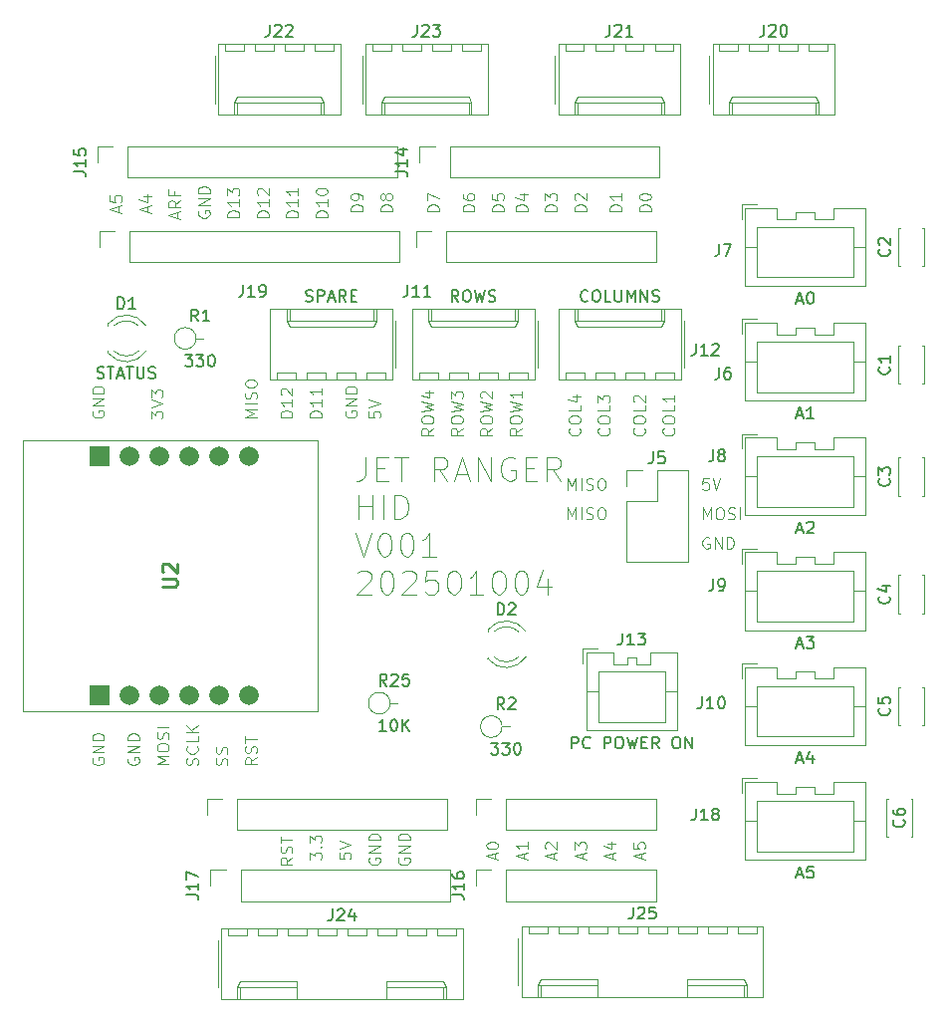
<source format=gbr>
%TF.GenerationSoftware,KiCad,Pcbnew,9.0.4*%
%TF.CreationDate,2025-10-04T10:08:01+10:00*%
%TF.ProjectId,Jet Ranger Test,4a657420-5261-46e6-9765-722054657374,rev?*%
%TF.SameCoordinates,Original*%
%TF.FileFunction,Legend,Top*%
%TF.FilePolarity,Positive*%
%FSLAX46Y46*%
G04 Gerber Fmt 4.6, Leading zero omitted, Abs format (unit mm)*
G04 Created by KiCad (PCBNEW 9.0.4) date 2025-10-04 10:08:01*
%MOMM*%
%LPD*%
G01*
G04 APERTURE LIST*
%ADD10C,0.100000*%
%ADD11C,0.150000*%
%ADD12C,0.254000*%
%ADD13C,0.120000*%
%ADD14R,1.665000X1.665000*%
%ADD15C,1.665000*%
G04 APERTURE END LIST*
D10*
X135372419Y-101291353D02*
X135372419Y-100672306D01*
X135372419Y-100672306D02*
X135753371Y-101005639D01*
X135753371Y-101005639D02*
X135753371Y-100862782D01*
X135753371Y-100862782D02*
X135800990Y-100767544D01*
X135800990Y-100767544D02*
X135848609Y-100719925D01*
X135848609Y-100719925D02*
X135943847Y-100672306D01*
X135943847Y-100672306D02*
X136181942Y-100672306D01*
X136181942Y-100672306D02*
X136277180Y-100719925D01*
X136277180Y-100719925D02*
X136324800Y-100767544D01*
X136324800Y-100767544D02*
X136372419Y-100862782D01*
X136372419Y-100862782D02*
X136372419Y-101148496D01*
X136372419Y-101148496D02*
X136324800Y-101243734D01*
X136324800Y-101243734D02*
X136277180Y-101291353D01*
X136277180Y-100243734D02*
X136324800Y-100196115D01*
X136324800Y-100196115D02*
X136372419Y-100243734D01*
X136372419Y-100243734D02*
X136324800Y-100291353D01*
X136324800Y-100291353D02*
X136277180Y-100243734D01*
X136277180Y-100243734D02*
X136372419Y-100243734D01*
X135372419Y-99862782D02*
X135372419Y-99243735D01*
X135372419Y-99243735D02*
X135753371Y-99577068D01*
X135753371Y-99577068D02*
X135753371Y-99434211D01*
X135753371Y-99434211D02*
X135800990Y-99338973D01*
X135800990Y-99338973D02*
X135848609Y-99291354D01*
X135848609Y-99291354D02*
X135943847Y-99243735D01*
X135943847Y-99243735D02*
X136181942Y-99243735D01*
X136181942Y-99243735D02*
X136277180Y-99291354D01*
X136277180Y-99291354D02*
X136324800Y-99338973D01*
X136324800Y-99338973D02*
X136372419Y-99434211D01*
X136372419Y-99434211D02*
X136372419Y-99719925D01*
X136372419Y-99719925D02*
X136324800Y-99815163D01*
X136324800Y-99815163D02*
X136277180Y-99862782D01*
X156372419Y-46196115D02*
X155372419Y-46196115D01*
X155372419Y-46196115D02*
X155372419Y-45958020D01*
X155372419Y-45958020D02*
X155420038Y-45815163D01*
X155420038Y-45815163D02*
X155515276Y-45719925D01*
X155515276Y-45719925D02*
X155610514Y-45672306D01*
X155610514Y-45672306D02*
X155800990Y-45624687D01*
X155800990Y-45624687D02*
X155943847Y-45624687D01*
X155943847Y-45624687D02*
X156134323Y-45672306D01*
X156134323Y-45672306D02*
X156229561Y-45719925D01*
X156229561Y-45719925D02*
X156324800Y-45815163D01*
X156324800Y-45815163D02*
X156372419Y-45958020D01*
X156372419Y-45958020D02*
X156372419Y-46196115D01*
X155372419Y-45291353D02*
X155372419Y-44672306D01*
X155372419Y-44672306D02*
X155753371Y-45005639D01*
X155753371Y-45005639D02*
X155753371Y-44862782D01*
X155753371Y-44862782D02*
X155800990Y-44767544D01*
X155800990Y-44767544D02*
X155848609Y-44719925D01*
X155848609Y-44719925D02*
X155943847Y-44672306D01*
X155943847Y-44672306D02*
X156181942Y-44672306D01*
X156181942Y-44672306D02*
X156277180Y-44719925D01*
X156277180Y-44719925D02*
X156324800Y-44767544D01*
X156324800Y-44767544D02*
X156372419Y-44862782D01*
X156372419Y-44862782D02*
X156372419Y-45148496D01*
X156372419Y-45148496D02*
X156324800Y-45243734D01*
X156324800Y-45243734D02*
X156277180Y-45291353D01*
X121586704Y-46243734D02*
X121586704Y-45767544D01*
X121872419Y-46338972D02*
X120872419Y-46005639D01*
X120872419Y-46005639D02*
X121872419Y-45672306D01*
X121205752Y-44910401D02*
X121872419Y-44910401D01*
X120824800Y-45148496D02*
X121539085Y-45386591D01*
X121539085Y-45386591D02*
X121539085Y-44767544D01*
X139872419Y-46196115D02*
X138872419Y-46196115D01*
X138872419Y-46196115D02*
X138872419Y-45958020D01*
X138872419Y-45958020D02*
X138920038Y-45815163D01*
X138920038Y-45815163D02*
X139015276Y-45719925D01*
X139015276Y-45719925D02*
X139110514Y-45672306D01*
X139110514Y-45672306D02*
X139300990Y-45624687D01*
X139300990Y-45624687D02*
X139443847Y-45624687D01*
X139443847Y-45624687D02*
X139634323Y-45672306D01*
X139634323Y-45672306D02*
X139729561Y-45719925D01*
X139729561Y-45719925D02*
X139824800Y-45815163D01*
X139824800Y-45815163D02*
X139872419Y-45958020D01*
X139872419Y-45958020D02*
X139872419Y-46196115D01*
X139872419Y-45148496D02*
X139872419Y-44958020D01*
X139872419Y-44958020D02*
X139824800Y-44862782D01*
X139824800Y-44862782D02*
X139777180Y-44815163D01*
X139777180Y-44815163D02*
X139634323Y-44719925D01*
X139634323Y-44719925D02*
X139443847Y-44672306D01*
X139443847Y-44672306D02*
X139062895Y-44672306D01*
X139062895Y-44672306D02*
X138967657Y-44719925D01*
X138967657Y-44719925D02*
X138920038Y-44767544D01*
X138920038Y-44767544D02*
X138872419Y-44862782D01*
X138872419Y-44862782D02*
X138872419Y-45053258D01*
X138872419Y-45053258D02*
X138920038Y-45148496D01*
X138920038Y-45148496D02*
X138967657Y-45196115D01*
X138967657Y-45196115D02*
X139062895Y-45243734D01*
X139062895Y-45243734D02*
X139300990Y-45243734D01*
X139300990Y-45243734D02*
X139396228Y-45196115D01*
X139396228Y-45196115D02*
X139443847Y-45148496D01*
X139443847Y-45148496D02*
X139491466Y-45053258D01*
X139491466Y-45053258D02*
X139491466Y-44862782D01*
X139491466Y-44862782D02*
X139443847Y-44767544D01*
X139443847Y-44767544D02*
X139396228Y-44719925D01*
X139396228Y-44719925D02*
X139300990Y-44672306D01*
X161872419Y-46196115D02*
X160872419Y-46196115D01*
X160872419Y-46196115D02*
X160872419Y-45958020D01*
X160872419Y-45958020D02*
X160920038Y-45815163D01*
X160920038Y-45815163D02*
X161015276Y-45719925D01*
X161015276Y-45719925D02*
X161110514Y-45672306D01*
X161110514Y-45672306D02*
X161300990Y-45624687D01*
X161300990Y-45624687D02*
X161443847Y-45624687D01*
X161443847Y-45624687D02*
X161634323Y-45672306D01*
X161634323Y-45672306D02*
X161729561Y-45719925D01*
X161729561Y-45719925D02*
X161824800Y-45815163D01*
X161824800Y-45815163D02*
X161872419Y-45958020D01*
X161872419Y-45958020D02*
X161872419Y-46196115D01*
X161872419Y-44672306D02*
X161872419Y-45243734D01*
X161872419Y-44958020D02*
X160872419Y-44958020D01*
X160872419Y-44958020D02*
X161015276Y-45053258D01*
X161015276Y-45053258D02*
X161110514Y-45148496D01*
X161110514Y-45148496D02*
X161158133Y-45243734D01*
X163777180Y-64624687D02*
X163824800Y-64672306D01*
X163824800Y-64672306D02*
X163872419Y-64815163D01*
X163872419Y-64815163D02*
X163872419Y-64910401D01*
X163872419Y-64910401D02*
X163824800Y-65053258D01*
X163824800Y-65053258D02*
X163729561Y-65148496D01*
X163729561Y-65148496D02*
X163634323Y-65196115D01*
X163634323Y-65196115D02*
X163443847Y-65243734D01*
X163443847Y-65243734D02*
X163300990Y-65243734D01*
X163300990Y-65243734D02*
X163110514Y-65196115D01*
X163110514Y-65196115D02*
X163015276Y-65148496D01*
X163015276Y-65148496D02*
X162920038Y-65053258D01*
X162920038Y-65053258D02*
X162872419Y-64910401D01*
X162872419Y-64910401D02*
X162872419Y-64815163D01*
X162872419Y-64815163D02*
X162920038Y-64672306D01*
X162920038Y-64672306D02*
X162967657Y-64624687D01*
X162872419Y-64005639D02*
X162872419Y-63815163D01*
X162872419Y-63815163D02*
X162920038Y-63719925D01*
X162920038Y-63719925D02*
X163015276Y-63624687D01*
X163015276Y-63624687D02*
X163205752Y-63577068D01*
X163205752Y-63577068D02*
X163539085Y-63577068D01*
X163539085Y-63577068D02*
X163729561Y-63624687D01*
X163729561Y-63624687D02*
X163824800Y-63719925D01*
X163824800Y-63719925D02*
X163872419Y-63815163D01*
X163872419Y-63815163D02*
X163872419Y-64005639D01*
X163872419Y-64005639D02*
X163824800Y-64100877D01*
X163824800Y-64100877D02*
X163729561Y-64196115D01*
X163729561Y-64196115D02*
X163539085Y-64243734D01*
X163539085Y-64243734D02*
X163205752Y-64243734D01*
X163205752Y-64243734D02*
X163015276Y-64196115D01*
X163015276Y-64196115D02*
X162920038Y-64100877D01*
X162920038Y-64100877D02*
X162872419Y-64005639D01*
X163872419Y-62672306D02*
X163872419Y-63148496D01*
X163872419Y-63148496D02*
X162872419Y-63148496D01*
X162967657Y-62386591D02*
X162920038Y-62338972D01*
X162920038Y-62338972D02*
X162872419Y-62243734D01*
X162872419Y-62243734D02*
X162872419Y-62005639D01*
X162872419Y-62005639D02*
X162920038Y-61910401D01*
X162920038Y-61910401D02*
X162967657Y-61862782D01*
X162967657Y-61862782D02*
X163062895Y-61815163D01*
X163062895Y-61815163D02*
X163158133Y-61815163D01*
X163158133Y-61815163D02*
X163300990Y-61862782D01*
X163300990Y-61862782D02*
X163872419Y-62434210D01*
X163872419Y-62434210D02*
X163872419Y-61815163D01*
X133872419Y-63696115D02*
X132872419Y-63696115D01*
X132872419Y-63696115D02*
X132872419Y-63458020D01*
X132872419Y-63458020D02*
X132920038Y-63315163D01*
X132920038Y-63315163D02*
X133015276Y-63219925D01*
X133015276Y-63219925D02*
X133110514Y-63172306D01*
X133110514Y-63172306D02*
X133300990Y-63124687D01*
X133300990Y-63124687D02*
X133443847Y-63124687D01*
X133443847Y-63124687D02*
X133634323Y-63172306D01*
X133634323Y-63172306D02*
X133729561Y-63219925D01*
X133729561Y-63219925D02*
X133824800Y-63315163D01*
X133824800Y-63315163D02*
X133872419Y-63458020D01*
X133872419Y-63458020D02*
X133872419Y-63696115D01*
X133872419Y-62172306D02*
X133872419Y-62743734D01*
X133872419Y-62458020D02*
X132872419Y-62458020D01*
X132872419Y-62458020D02*
X133015276Y-62553258D01*
X133015276Y-62553258D02*
X133110514Y-62648496D01*
X133110514Y-62648496D02*
X133158133Y-62743734D01*
X132967657Y-61791353D02*
X132920038Y-61743734D01*
X132920038Y-61743734D02*
X132872419Y-61648496D01*
X132872419Y-61648496D02*
X132872419Y-61410401D01*
X132872419Y-61410401D02*
X132920038Y-61315163D01*
X132920038Y-61315163D02*
X132967657Y-61267544D01*
X132967657Y-61267544D02*
X133062895Y-61219925D01*
X133062895Y-61219925D02*
X133158133Y-61219925D01*
X133158133Y-61219925D02*
X133300990Y-61267544D01*
X133300990Y-61267544D02*
X133872419Y-61838972D01*
X133872419Y-61838972D02*
X133872419Y-61219925D01*
X157303884Y-72372419D02*
X157303884Y-71372419D01*
X157303884Y-71372419D02*
X157637217Y-72086704D01*
X157637217Y-72086704D02*
X157970550Y-71372419D01*
X157970550Y-71372419D02*
X157970550Y-72372419D01*
X158446741Y-72372419D02*
X158446741Y-71372419D01*
X158875312Y-72324800D02*
X159018169Y-72372419D01*
X159018169Y-72372419D02*
X159256264Y-72372419D01*
X159256264Y-72372419D02*
X159351502Y-72324800D01*
X159351502Y-72324800D02*
X159399121Y-72277180D01*
X159399121Y-72277180D02*
X159446740Y-72181942D01*
X159446740Y-72181942D02*
X159446740Y-72086704D01*
X159446740Y-72086704D02*
X159399121Y-71991466D01*
X159399121Y-71991466D02*
X159351502Y-71943847D01*
X159351502Y-71943847D02*
X159256264Y-71896228D01*
X159256264Y-71896228D02*
X159065788Y-71848609D01*
X159065788Y-71848609D02*
X158970550Y-71800990D01*
X158970550Y-71800990D02*
X158922931Y-71753371D01*
X158922931Y-71753371D02*
X158875312Y-71658133D01*
X158875312Y-71658133D02*
X158875312Y-71562895D01*
X158875312Y-71562895D02*
X158922931Y-71467657D01*
X158922931Y-71467657D02*
X158970550Y-71420038D01*
X158970550Y-71420038D02*
X159065788Y-71372419D01*
X159065788Y-71372419D02*
X159303883Y-71372419D01*
X159303883Y-71372419D02*
X159446740Y-71420038D01*
X160065788Y-71372419D02*
X160256264Y-71372419D01*
X160256264Y-71372419D02*
X160351502Y-71420038D01*
X160351502Y-71420038D02*
X160446740Y-71515276D01*
X160446740Y-71515276D02*
X160494359Y-71705752D01*
X160494359Y-71705752D02*
X160494359Y-72039085D01*
X160494359Y-72039085D02*
X160446740Y-72229561D01*
X160446740Y-72229561D02*
X160351502Y-72324800D01*
X160351502Y-72324800D02*
X160256264Y-72372419D01*
X160256264Y-72372419D02*
X160065788Y-72372419D01*
X160065788Y-72372419D02*
X159970550Y-72324800D01*
X159970550Y-72324800D02*
X159875312Y-72229561D01*
X159875312Y-72229561D02*
X159827693Y-72039085D01*
X159827693Y-72039085D02*
X159827693Y-71705752D01*
X159827693Y-71705752D02*
X159875312Y-71515276D01*
X159875312Y-71515276D02*
X159970550Y-71420038D01*
X159970550Y-71420038D02*
X160065788Y-71372419D01*
X116920038Y-92672306D02*
X116872419Y-92767544D01*
X116872419Y-92767544D02*
X116872419Y-92910401D01*
X116872419Y-92910401D02*
X116920038Y-93053258D01*
X116920038Y-93053258D02*
X117015276Y-93148496D01*
X117015276Y-93148496D02*
X117110514Y-93196115D01*
X117110514Y-93196115D02*
X117300990Y-93243734D01*
X117300990Y-93243734D02*
X117443847Y-93243734D01*
X117443847Y-93243734D02*
X117634323Y-93196115D01*
X117634323Y-93196115D02*
X117729561Y-93148496D01*
X117729561Y-93148496D02*
X117824800Y-93053258D01*
X117824800Y-93053258D02*
X117872419Y-92910401D01*
X117872419Y-92910401D02*
X117872419Y-92815163D01*
X117872419Y-92815163D02*
X117824800Y-92672306D01*
X117824800Y-92672306D02*
X117777180Y-92624687D01*
X117777180Y-92624687D02*
X117443847Y-92624687D01*
X117443847Y-92624687D02*
X117443847Y-92815163D01*
X117872419Y-92196115D02*
X116872419Y-92196115D01*
X116872419Y-92196115D02*
X117872419Y-91624687D01*
X117872419Y-91624687D02*
X116872419Y-91624687D01*
X117872419Y-91148496D02*
X116872419Y-91148496D01*
X116872419Y-91148496D02*
X116872419Y-90910401D01*
X116872419Y-90910401D02*
X116920038Y-90767544D01*
X116920038Y-90767544D02*
X117015276Y-90672306D01*
X117015276Y-90672306D02*
X117110514Y-90624687D01*
X117110514Y-90624687D02*
X117300990Y-90577068D01*
X117300990Y-90577068D02*
X117443847Y-90577068D01*
X117443847Y-90577068D02*
X117634323Y-90624687D01*
X117634323Y-90624687D02*
X117729561Y-90672306D01*
X117729561Y-90672306D02*
X117824800Y-90767544D01*
X117824800Y-90767544D02*
X117872419Y-90910401D01*
X117872419Y-90910401D02*
X117872419Y-91148496D01*
X146372419Y-46196115D02*
X145372419Y-46196115D01*
X145372419Y-46196115D02*
X145372419Y-45958020D01*
X145372419Y-45958020D02*
X145420038Y-45815163D01*
X145420038Y-45815163D02*
X145515276Y-45719925D01*
X145515276Y-45719925D02*
X145610514Y-45672306D01*
X145610514Y-45672306D02*
X145800990Y-45624687D01*
X145800990Y-45624687D02*
X145943847Y-45624687D01*
X145943847Y-45624687D02*
X146134323Y-45672306D01*
X146134323Y-45672306D02*
X146229561Y-45719925D01*
X146229561Y-45719925D02*
X146324800Y-45815163D01*
X146324800Y-45815163D02*
X146372419Y-45958020D01*
X146372419Y-45958020D02*
X146372419Y-46196115D01*
X145372419Y-45291353D02*
X145372419Y-44624687D01*
X145372419Y-44624687D02*
X146372419Y-45053258D01*
X169280074Y-68872419D02*
X168803884Y-68872419D01*
X168803884Y-68872419D02*
X168756265Y-69348609D01*
X168756265Y-69348609D02*
X168803884Y-69300990D01*
X168803884Y-69300990D02*
X168899122Y-69253371D01*
X168899122Y-69253371D02*
X169137217Y-69253371D01*
X169137217Y-69253371D02*
X169232455Y-69300990D01*
X169232455Y-69300990D02*
X169280074Y-69348609D01*
X169280074Y-69348609D02*
X169327693Y-69443847D01*
X169327693Y-69443847D02*
X169327693Y-69681942D01*
X169327693Y-69681942D02*
X169280074Y-69777180D01*
X169280074Y-69777180D02*
X169232455Y-69824800D01*
X169232455Y-69824800D02*
X169137217Y-69872419D01*
X169137217Y-69872419D02*
X168899122Y-69872419D01*
X168899122Y-69872419D02*
X168803884Y-69824800D01*
X168803884Y-69824800D02*
X168756265Y-69777180D01*
X169613408Y-68872419D02*
X169946741Y-69872419D01*
X169946741Y-69872419D02*
X170280074Y-68872419D01*
X157303884Y-69872419D02*
X157303884Y-68872419D01*
X157303884Y-68872419D02*
X157637217Y-69586704D01*
X157637217Y-69586704D02*
X157970550Y-68872419D01*
X157970550Y-68872419D02*
X157970550Y-69872419D01*
X158446741Y-69872419D02*
X158446741Y-68872419D01*
X158875312Y-69824800D02*
X159018169Y-69872419D01*
X159018169Y-69872419D02*
X159256264Y-69872419D01*
X159256264Y-69872419D02*
X159351502Y-69824800D01*
X159351502Y-69824800D02*
X159399121Y-69777180D01*
X159399121Y-69777180D02*
X159446740Y-69681942D01*
X159446740Y-69681942D02*
X159446740Y-69586704D01*
X159446740Y-69586704D02*
X159399121Y-69491466D01*
X159399121Y-69491466D02*
X159351502Y-69443847D01*
X159351502Y-69443847D02*
X159256264Y-69396228D01*
X159256264Y-69396228D02*
X159065788Y-69348609D01*
X159065788Y-69348609D02*
X158970550Y-69300990D01*
X158970550Y-69300990D02*
X158922931Y-69253371D01*
X158922931Y-69253371D02*
X158875312Y-69158133D01*
X158875312Y-69158133D02*
X158875312Y-69062895D01*
X158875312Y-69062895D02*
X158922931Y-68967657D01*
X158922931Y-68967657D02*
X158970550Y-68920038D01*
X158970550Y-68920038D02*
X159065788Y-68872419D01*
X159065788Y-68872419D02*
X159303883Y-68872419D01*
X159303883Y-68872419D02*
X159446740Y-68920038D01*
X160065788Y-68872419D02*
X160256264Y-68872419D01*
X160256264Y-68872419D02*
X160351502Y-68920038D01*
X160351502Y-68920038D02*
X160446740Y-69015276D01*
X160446740Y-69015276D02*
X160494359Y-69205752D01*
X160494359Y-69205752D02*
X160494359Y-69539085D01*
X160494359Y-69539085D02*
X160446740Y-69729561D01*
X160446740Y-69729561D02*
X160351502Y-69824800D01*
X160351502Y-69824800D02*
X160256264Y-69872419D01*
X160256264Y-69872419D02*
X160065788Y-69872419D01*
X160065788Y-69872419D02*
X159970550Y-69824800D01*
X159970550Y-69824800D02*
X159875312Y-69729561D01*
X159875312Y-69729561D02*
X159827693Y-69539085D01*
X159827693Y-69539085D02*
X159827693Y-69205752D01*
X159827693Y-69205752D02*
X159875312Y-69015276D01*
X159875312Y-69015276D02*
X159970550Y-68920038D01*
X159970550Y-68920038D02*
X160065788Y-68872419D01*
X158872419Y-46196115D02*
X157872419Y-46196115D01*
X157872419Y-46196115D02*
X157872419Y-45958020D01*
X157872419Y-45958020D02*
X157920038Y-45815163D01*
X157920038Y-45815163D02*
X158015276Y-45719925D01*
X158015276Y-45719925D02*
X158110514Y-45672306D01*
X158110514Y-45672306D02*
X158300990Y-45624687D01*
X158300990Y-45624687D02*
X158443847Y-45624687D01*
X158443847Y-45624687D02*
X158634323Y-45672306D01*
X158634323Y-45672306D02*
X158729561Y-45719925D01*
X158729561Y-45719925D02*
X158824800Y-45815163D01*
X158824800Y-45815163D02*
X158872419Y-45958020D01*
X158872419Y-45958020D02*
X158872419Y-46196115D01*
X157967657Y-45243734D02*
X157920038Y-45196115D01*
X157920038Y-45196115D02*
X157872419Y-45100877D01*
X157872419Y-45100877D02*
X157872419Y-44862782D01*
X157872419Y-44862782D02*
X157920038Y-44767544D01*
X157920038Y-44767544D02*
X157967657Y-44719925D01*
X157967657Y-44719925D02*
X158062895Y-44672306D01*
X158062895Y-44672306D02*
X158158133Y-44672306D01*
X158158133Y-44672306D02*
X158300990Y-44719925D01*
X158300990Y-44719925D02*
X158872419Y-45291353D01*
X158872419Y-45291353D02*
X158872419Y-44672306D01*
X158586704Y-101243734D02*
X158586704Y-100767544D01*
X158872419Y-101338972D02*
X157872419Y-101005639D01*
X157872419Y-101005639D02*
X158872419Y-100672306D01*
X157872419Y-100434210D02*
X157872419Y-99815163D01*
X157872419Y-99815163D02*
X158253371Y-100148496D01*
X158253371Y-100148496D02*
X158253371Y-100005639D01*
X158253371Y-100005639D02*
X158300990Y-99910401D01*
X158300990Y-99910401D02*
X158348609Y-99862782D01*
X158348609Y-99862782D02*
X158443847Y-99815163D01*
X158443847Y-99815163D02*
X158681942Y-99815163D01*
X158681942Y-99815163D02*
X158777180Y-99862782D01*
X158777180Y-99862782D02*
X158824800Y-99910401D01*
X158824800Y-99910401D02*
X158872419Y-100005639D01*
X158872419Y-100005639D02*
X158872419Y-100291353D01*
X158872419Y-100291353D02*
X158824800Y-100386591D01*
X158824800Y-100386591D02*
X158777180Y-100434210D01*
X119086704Y-46243734D02*
X119086704Y-45767544D01*
X119372419Y-46338972D02*
X118372419Y-46005639D01*
X118372419Y-46005639D02*
X119372419Y-45672306D01*
X118372419Y-44862782D02*
X118372419Y-45338972D01*
X118372419Y-45338972D02*
X118848609Y-45386591D01*
X118848609Y-45386591D02*
X118800990Y-45338972D01*
X118800990Y-45338972D02*
X118753371Y-45243734D01*
X118753371Y-45243734D02*
X118753371Y-45005639D01*
X118753371Y-45005639D02*
X118800990Y-44910401D01*
X118800990Y-44910401D02*
X118848609Y-44862782D01*
X118848609Y-44862782D02*
X118943847Y-44815163D01*
X118943847Y-44815163D02*
X119181942Y-44815163D01*
X119181942Y-44815163D02*
X119277180Y-44862782D01*
X119277180Y-44862782D02*
X119324800Y-44910401D01*
X119324800Y-44910401D02*
X119372419Y-45005639D01*
X119372419Y-45005639D02*
X119372419Y-45243734D01*
X119372419Y-45243734D02*
X119324800Y-45338972D01*
X119324800Y-45338972D02*
X119277180Y-45386591D01*
X149372419Y-46196115D02*
X148372419Y-46196115D01*
X148372419Y-46196115D02*
X148372419Y-45958020D01*
X148372419Y-45958020D02*
X148420038Y-45815163D01*
X148420038Y-45815163D02*
X148515276Y-45719925D01*
X148515276Y-45719925D02*
X148610514Y-45672306D01*
X148610514Y-45672306D02*
X148800990Y-45624687D01*
X148800990Y-45624687D02*
X148943847Y-45624687D01*
X148943847Y-45624687D02*
X149134323Y-45672306D01*
X149134323Y-45672306D02*
X149229561Y-45719925D01*
X149229561Y-45719925D02*
X149324800Y-45815163D01*
X149324800Y-45815163D02*
X149372419Y-45958020D01*
X149372419Y-45958020D02*
X149372419Y-46196115D01*
X148372419Y-44767544D02*
X148372419Y-44958020D01*
X148372419Y-44958020D02*
X148420038Y-45053258D01*
X148420038Y-45053258D02*
X148467657Y-45100877D01*
X148467657Y-45100877D02*
X148610514Y-45196115D01*
X148610514Y-45196115D02*
X148800990Y-45243734D01*
X148800990Y-45243734D02*
X149181942Y-45243734D01*
X149181942Y-45243734D02*
X149277180Y-45196115D01*
X149277180Y-45196115D02*
X149324800Y-45148496D01*
X149324800Y-45148496D02*
X149372419Y-45053258D01*
X149372419Y-45053258D02*
X149372419Y-44862782D01*
X149372419Y-44862782D02*
X149324800Y-44767544D01*
X149324800Y-44767544D02*
X149277180Y-44719925D01*
X149277180Y-44719925D02*
X149181942Y-44672306D01*
X149181942Y-44672306D02*
X148943847Y-44672306D01*
X148943847Y-44672306D02*
X148848609Y-44719925D01*
X148848609Y-44719925D02*
X148800990Y-44767544D01*
X148800990Y-44767544D02*
X148753371Y-44862782D01*
X148753371Y-44862782D02*
X148753371Y-45053258D01*
X148753371Y-45053258D02*
X148800990Y-45148496D01*
X148800990Y-45148496D02*
X148848609Y-45196115D01*
X148848609Y-45196115D02*
X148943847Y-45243734D01*
X129372419Y-46696115D02*
X128372419Y-46696115D01*
X128372419Y-46696115D02*
X128372419Y-46458020D01*
X128372419Y-46458020D02*
X128420038Y-46315163D01*
X128420038Y-46315163D02*
X128515276Y-46219925D01*
X128515276Y-46219925D02*
X128610514Y-46172306D01*
X128610514Y-46172306D02*
X128800990Y-46124687D01*
X128800990Y-46124687D02*
X128943847Y-46124687D01*
X128943847Y-46124687D02*
X129134323Y-46172306D01*
X129134323Y-46172306D02*
X129229561Y-46219925D01*
X129229561Y-46219925D02*
X129324800Y-46315163D01*
X129324800Y-46315163D02*
X129372419Y-46458020D01*
X129372419Y-46458020D02*
X129372419Y-46696115D01*
X129372419Y-45172306D02*
X129372419Y-45743734D01*
X129372419Y-45458020D02*
X128372419Y-45458020D01*
X128372419Y-45458020D02*
X128515276Y-45553258D01*
X128515276Y-45553258D02*
X128610514Y-45648496D01*
X128610514Y-45648496D02*
X128658133Y-45743734D01*
X128372419Y-44838972D02*
X128372419Y-44219925D01*
X128372419Y-44219925D02*
X128753371Y-44553258D01*
X128753371Y-44553258D02*
X128753371Y-44410401D01*
X128753371Y-44410401D02*
X128800990Y-44315163D01*
X128800990Y-44315163D02*
X128848609Y-44267544D01*
X128848609Y-44267544D02*
X128943847Y-44219925D01*
X128943847Y-44219925D02*
X129181942Y-44219925D01*
X129181942Y-44219925D02*
X129277180Y-44267544D01*
X129277180Y-44267544D02*
X129324800Y-44315163D01*
X129324800Y-44315163D02*
X129372419Y-44410401D01*
X129372419Y-44410401D02*
X129372419Y-44696115D01*
X129372419Y-44696115D02*
X129324800Y-44791353D01*
X129324800Y-44791353D02*
X129277180Y-44838972D01*
X130872419Y-92624687D02*
X130396228Y-92958020D01*
X130872419Y-93196115D02*
X129872419Y-93196115D01*
X129872419Y-93196115D02*
X129872419Y-92815163D01*
X129872419Y-92815163D02*
X129920038Y-92719925D01*
X129920038Y-92719925D02*
X129967657Y-92672306D01*
X129967657Y-92672306D02*
X130062895Y-92624687D01*
X130062895Y-92624687D02*
X130205752Y-92624687D01*
X130205752Y-92624687D02*
X130300990Y-92672306D01*
X130300990Y-92672306D02*
X130348609Y-92719925D01*
X130348609Y-92719925D02*
X130396228Y-92815163D01*
X130396228Y-92815163D02*
X130396228Y-93196115D01*
X130824800Y-92243734D02*
X130872419Y-92100877D01*
X130872419Y-92100877D02*
X130872419Y-91862782D01*
X130872419Y-91862782D02*
X130824800Y-91767544D01*
X130824800Y-91767544D02*
X130777180Y-91719925D01*
X130777180Y-91719925D02*
X130681942Y-91672306D01*
X130681942Y-91672306D02*
X130586704Y-91672306D01*
X130586704Y-91672306D02*
X130491466Y-91719925D01*
X130491466Y-91719925D02*
X130443847Y-91767544D01*
X130443847Y-91767544D02*
X130396228Y-91862782D01*
X130396228Y-91862782D02*
X130348609Y-92053258D01*
X130348609Y-92053258D02*
X130300990Y-92148496D01*
X130300990Y-92148496D02*
X130253371Y-92196115D01*
X130253371Y-92196115D02*
X130158133Y-92243734D01*
X130158133Y-92243734D02*
X130062895Y-92243734D01*
X130062895Y-92243734D02*
X129967657Y-92196115D01*
X129967657Y-92196115D02*
X129920038Y-92148496D01*
X129920038Y-92148496D02*
X129872419Y-92053258D01*
X129872419Y-92053258D02*
X129872419Y-91815163D01*
X129872419Y-91815163D02*
X129920038Y-91672306D01*
X129872419Y-91386591D02*
X129872419Y-90815163D01*
X130872419Y-91100877D02*
X129872419Y-91100877D01*
X137872419Y-100719925D02*
X137872419Y-101196115D01*
X137872419Y-101196115D02*
X138348609Y-101243734D01*
X138348609Y-101243734D02*
X138300990Y-101196115D01*
X138300990Y-101196115D02*
X138253371Y-101100877D01*
X138253371Y-101100877D02*
X138253371Y-100862782D01*
X138253371Y-100862782D02*
X138300990Y-100767544D01*
X138300990Y-100767544D02*
X138348609Y-100719925D01*
X138348609Y-100719925D02*
X138443847Y-100672306D01*
X138443847Y-100672306D02*
X138681942Y-100672306D01*
X138681942Y-100672306D02*
X138777180Y-100719925D01*
X138777180Y-100719925D02*
X138824800Y-100767544D01*
X138824800Y-100767544D02*
X138872419Y-100862782D01*
X138872419Y-100862782D02*
X138872419Y-101100877D01*
X138872419Y-101100877D02*
X138824800Y-101196115D01*
X138824800Y-101196115D02*
X138777180Y-101243734D01*
X137872419Y-100386591D02*
X138872419Y-100053258D01*
X138872419Y-100053258D02*
X137872419Y-99719925D01*
X136372419Y-63696115D02*
X135372419Y-63696115D01*
X135372419Y-63696115D02*
X135372419Y-63458020D01*
X135372419Y-63458020D02*
X135420038Y-63315163D01*
X135420038Y-63315163D02*
X135515276Y-63219925D01*
X135515276Y-63219925D02*
X135610514Y-63172306D01*
X135610514Y-63172306D02*
X135800990Y-63124687D01*
X135800990Y-63124687D02*
X135943847Y-63124687D01*
X135943847Y-63124687D02*
X136134323Y-63172306D01*
X136134323Y-63172306D02*
X136229561Y-63219925D01*
X136229561Y-63219925D02*
X136324800Y-63315163D01*
X136324800Y-63315163D02*
X136372419Y-63458020D01*
X136372419Y-63458020D02*
X136372419Y-63696115D01*
X136372419Y-62172306D02*
X136372419Y-62743734D01*
X136372419Y-62458020D02*
X135372419Y-62458020D01*
X135372419Y-62458020D02*
X135515276Y-62553258D01*
X135515276Y-62553258D02*
X135610514Y-62648496D01*
X135610514Y-62648496D02*
X135658133Y-62743734D01*
X136372419Y-61219925D02*
X136372419Y-61791353D01*
X136372419Y-61505639D02*
X135372419Y-61505639D01*
X135372419Y-61505639D02*
X135515276Y-61600877D01*
X135515276Y-61600877D02*
X135610514Y-61696115D01*
X135610514Y-61696115D02*
X135658133Y-61791353D01*
X160777180Y-64624687D02*
X160824800Y-64672306D01*
X160824800Y-64672306D02*
X160872419Y-64815163D01*
X160872419Y-64815163D02*
X160872419Y-64910401D01*
X160872419Y-64910401D02*
X160824800Y-65053258D01*
X160824800Y-65053258D02*
X160729561Y-65148496D01*
X160729561Y-65148496D02*
X160634323Y-65196115D01*
X160634323Y-65196115D02*
X160443847Y-65243734D01*
X160443847Y-65243734D02*
X160300990Y-65243734D01*
X160300990Y-65243734D02*
X160110514Y-65196115D01*
X160110514Y-65196115D02*
X160015276Y-65148496D01*
X160015276Y-65148496D02*
X159920038Y-65053258D01*
X159920038Y-65053258D02*
X159872419Y-64910401D01*
X159872419Y-64910401D02*
X159872419Y-64815163D01*
X159872419Y-64815163D02*
X159920038Y-64672306D01*
X159920038Y-64672306D02*
X159967657Y-64624687D01*
X159872419Y-64005639D02*
X159872419Y-63815163D01*
X159872419Y-63815163D02*
X159920038Y-63719925D01*
X159920038Y-63719925D02*
X160015276Y-63624687D01*
X160015276Y-63624687D02*
X160205752Y-63577068D01*
X160205752Y-63577068D02*
X160539085Y-63577068D01*
X160539085Y-63577068D02*
X160729561Y-63624687D01*
X160729561Y-63624687D02*
X160824800Y-63719925D01*
X160824800Y-63719925D02*
X160872419Y-63815163D01*
X160872419Y-63815163D02*
X160872419Y-64005639D01*
X160872419Y-64005639D02*
X160824800Y-64100877D01*
X160824800Y-64100877D02*
X160729561Y-64196115D01*
X160729561Y-64196115D02*
X160539085Y-64243734D01*
X160539085Y-64243734D02*
X160205752Y-64243734D01*
X160205752Y-64243734D02*
X160015276Y-64196115D01*
X160015276Y-64196115D02*
X159920038Y-64100877D01*
X159920038Y-64100877D02*
X159872419Y-64005639D01*
X160872419Y-62672306D02*
X160872419Y-63148496D01*
X160872419Y-63148496D02*
X159872419Y-63148496D01*
X159872419Y-62434210D02*
X159872419Y-61815163D01*
X159872419Y-61815163D02*
X160253371Y-62148496D01*
X160253371Y-62148496D02*
X160253371Y-62005639D01*
X160253371Y-62005639D02*
X160300990Y-61910401D01*
X160300990Y-61910401D02*
X160348609Y-61862782D01*
X160348609Y-61862782D02*
X160443847Y-61815163D01*
X160443847Y-61815163D02*
X160681942Y-61815163D01*
X160681942Y-61815163D02*
X160777180Y-61862782D01*
X160777180Y-61862782D02*
X160824800Y-61910401D01*
X160824800Y-61910401D02*
X160872419Y-62005639D01*
X160872419Y-62005639D02*
X160872419Y-62291353D01*
X160872419Y-62291353D02*
X160824800Y-62386591D01*
X160824800Y-62386591D02*
X160777180Y-62434210D01*
X138420038Y-63172306D02*
X138372419Y-63267544D01*
X138372419Y-63267544D02*
X138372419Y-63410401D01*
X138372419Y-63410401D02*
X138420038Y-63553258D01*
X138420038Y-63553258D02*
X138515276Y-63648496D01*
X138515276Y-63648496D02*
X138610514Y-63696115D01*
X138610514Y-63696115D02*
X138800990Y-63743734D01*
X138800990Y-63743734D02*
X138943847Y-63743734D01*
X138943847Y-63743734D02*
X139134323Y-63696115D01*
X139134323Y-63696115D02*
X139229561Y-63648496D01*
X139229561Y-63648496D02*
X139324800Y-63553258D01*
X139324800Y-63553258D02*
X139372419Y-63410401D01*
X139372419Y-63410401D02*
X139372419Y-63315163D01*
X139372419Y-63315163D02*
X139324800Y-63172306D01*
X139324800Y-63172306D02*
X139277180Y-63124687D01*
X139277180Y-63124687D02*
X138943847Y-63124687D01*
X138943847Y-63124687D02*
X138943847Y-63315163D01*
X139372419Y-62696115D02*
X138372419Y-62696115D01*
X138372419Y-62696115D02*
X139372419Y-62124687D01*
X139372419Y-62124687D02*
X138372419Y-62124687D01*
X139372419Y-61648496D02*
X138372419Y-61648496D01*
X138372419Y-61648496D02*
X138372419Y-61410401D01*
X138372419Y-61410401D02*
X138420038Y-61267544D01*
X138420038Y-61267544D02*
X138515276Y-61172306D01*
X138515276Y-61172306D02*
X138610514Y-61124687D01*
X138610514Y-61124687D02*
X138800990Y-61077068D01*
X138800990Y-61077068D02*
X138943847Y-61077068D01*
X138943847Y-61077068D02*
X139134323Y-61124687D01*
X139134323Y-61124687D02*
X139229561Y-61172306D01*
X139229561Y-61172306D02*
X139324800Y-61267544D01*
X139324800Y-61267544D02*
X139372419Y-61410401D01*
X139372419Y-61410401D02*
X139372419Y-61648496D01*
X151086704Y-101243734D02*
X151086704Y-100767544D01*
X151372419Y-101338972D02*
X150372419Y-101005639D01*
X150372419Y-101005639D02*
X151372419Y-100672306D01*
X150372419Y-100148496D02*
X150372419Y-100053258D01*
X150372419Y-100053258D02*
X150420038Y-99958020D01*
X150420038Y-99958020D02*
X150467657Y-99910401D01*
X150467657Y-99910401D02*
X150562895Y-99862782D01*
X150562895Y-99862782D02*
X150753371Y-99815163D01*
X150753371Y-99815163D02*
X150991466Y-99815163D01*
X150991466Y-99815163D02*
X151181942Y-99862782D01*
X151181942Y-99862782D02*
X151277180Y-99910401D01*
X151277180Y-99910401D02*
X151324800Y-99958020D01*
X151324800Y-99958020D02*
X151372419Y-100053258D01*
X151372419Y-100053258D02*
X151372419Y-100148496D01*
X151372419Y-100148496D02*
X151324800Y-100243734D01*
X151324800Y-100243734D02*
X151277180Y-100291353D01*
X151277180Y-100291353D02*
X151181942Y-100338972D01*
X151181942Y-100338972D02*
X150991466Y-100386591D01*
X150991466Y-100386591D02*
X150753371Y-100386591D01*
X150753371Y-100386591D02*
X150562895Y-100338972D01*
X150562895Y-100338972D02*
X150467657Y-100291353D01*
X150467657Y-100291353D02*
X150420038Y-100243734D01*
X150420038Y-100243734D02*
X150372419Y-100148496D01*
X124086704Y-46743734D02*
X124086704Y-46267544D01*
X124372419Y-46838972D02*
X123372419Y-46505639D01*
X123372419Y-46505639D02*
X124372419Y-46172306D01*
X124372419Y-45267544D02*
X123896228Y-45600877D01*
X124372419Y-45838972D02*
X123372419Y-45838972D01*
X123372419Y-45838972D02*
X123372419Y-45458020D01*
X123372419Y-45458020D02*
X123420038Y-45362782D01*
X123420038Y-45362782D02*
X123467657Y-45315163D01*
X123467657Y-45315163D02*
X123562895Y-45267544D01*
X123562895Y-45267544D02*
X123705752Y-45267544D01*
X123705752Y-45267544D02*
X123800990Y-45315163D01*
X123800990Y-45315163D02*
X123848609Y-45362782D01*
X123848609Y-45362782D02*
X123896228Y-45458020D01*
X123896228Y-45458020D02*
X123896228Y-45838972D01*
X123848609Y-44505639D02*
X123848609Y-44838972D01*
X124372419Y-44838972D02*
X123372419Y-44838972D01*
X123372419Y-44838972D02*
X123372419Y-44362782D01*
X145872419Y-64624687D02*
X145396228Y-64958020D01*
X145872419Y-65196115D02*
X144872419Y-65196115D01*
X144872419Y-65196115D02*
X144872419Y-64815163D01*
X144872419Y-64815163D02*
X144920038Y-64719925D01*
X144920038Y-64719925D02*
X144967657Y-64672306D01*
X144967657Y-64672306D02*
X145062895Y-64624687D01*
X145062895Y-64624687D02*
X145205752Y-64624687D01*
X145205752Y-64624687D02*
X145300990Y-64672306D01*
X145300990Y-64672306D02*
X145348609Y-64719925D01*
X145348609Y-64719925D02*
X145396228Y-64815163D01*
X145396228Y-64815163D02*
X145396228Y-65196115D01*
X144872419Y-64005639D02*
X144872419Y-63815163D01*
X144872419Y-63815163D02*
X144920038Y-63719925D01*
X144920038Y-63719925D02*
X145015276Y-63624687D01*
X145015276Y-63624687D02*
X145205752Y-63577068D01*
X145205752Y-63577068D02*
X145539085Y-63577068D01*
X145539085Y-63577068D02*
X145729561Y-63624687D01*
X145729561Y-63624687D02*
X145824800Y-63719925D01*
X145824800Y-63719925D02*
X145872419Y-63815163D01*
X145872419Y-63815163D02*
X145872419Y-64005639D01*
X145872419Y-64005639D02*
X145824800Y-64100877D01*
X145824800Y-64100877D02*
X145729561Y-64196115D01*
X145729561Y-64196115D02*
X145539085Y-64243734D01*
X145539085Y-64243734D02*
X145205752Y-64243734D01*
X145205752Y-64243734D02*
X145015276Y-64196115D01*
X145015276Y-64196115D02*
X144920038Y-64100877D01*
X144920038Y-64100877D02*
X144872419Y-64005639D01*
X144872419Y-63243734D02*
X145872419Y-63005639D01*
X145872419Y-63005639D02*
X145158133Y-62815163D01*
X145158133Y-62815163D02*
X145872419Y-62624687D01*
X145872419Y-62624687D02*
X144872419Y-62386592D01*
X145205752Y-61577068D02*
X145872419Y-61577068D01*
X144824800Y-61815163D02*
X145539085Y-62053258D01*
X145539085Y-62053258D02*
X145539085Y-61434211D01*
X131872419Y-46696115D02*
X130872419Y-46696115D01*
X130872419Y-46696115D02*
X130872419Y-46458020D01*
X130872419Y-46458020D02*
X130920038Y-46315163D01*
X130920038Y-46315163D02*
X131015276Y-46219925D01*
X131015276Y-46219925D02*
X131110514Y-46172306D01*
X131110514Y-46172306D02*
X131300990Y-46124687D01*
X131300990Y-46124687D02*
X131443847Y-46124687D01*
X131443847Y-46124687D02*
X131634323Y-46172306D01*
X131634323Y-46172306D02*
X131729561Y-46219925D01*
X131729561Y-46219925D02*
X131824800Y-46315163D01*
X131824800Y-46315163D02*
X131872419Y-46458020D01*
X131872419Y-46458020D02*
X131872419Y-46696115D01*
X131872419Y-45172306D02*
X131872419Y-45743734D01*
X131872419Y-45458020D02*
X130872419Y-45458020D01*
X130872419Y-45458020D02*
X131015276Y-45553258D01*
X131015276Y-45553258D02*
X131110514Y-45648496D01*
X131110514Y-45648496D02*
X131158133Y-45743734D01*
X130967657Y-44791353D02*
X130920038Y-44743734D01*
X130920038Y-44743734D02*
X130872419Y-44648496D01*
X130872419Y-44648496D02*
X130872419Y-44410401D01*
X130872419Y-44410401D02*
X130920038Y-44315163D01*
X130920038Y-44315163D02*
X130967657Y-44267544D01*
X130967657Y-44267544D02*
X131062895Y-44219925D01*
X131062895Y-44219925D02*
X131158133Y-44219925D01*
X131158133Y-44219925D02*
X131300990Y-44267544D01*
X131300990Y-44267544D02*
X131872419Y-44838972D01*
X131872419Y-44838972D02*
X131872419Y-44219925D01*
X140420038Y-101172306D02*
X140372419Y-101267544D01*
X140372419Y-101267544D02*
X140372419Y-101410401D01*
X140372419Y-101410401D02*
X140420038Y-101553258D01*
X140420038Y-101553258D02*
X140515276Y-101648496D01*
X140515276Y-101648496D02*
X140610514Y-101696115D01*
X140610514Y-101696115D02*
X140800990Y-101743734D01*
X140800990Y-101743734D02*
X140943847Y-101743734D01*
X140943847Y-101743734D02*
X141134323Y-101696115D01*
X141134323Y-101696115D02*
X141229561Y-101648496D01*
X141229561Y-101648496D02*
X141324800Y-101553258D01*
X141324800Y-101553258D02*
X141372419Y-101410401D01*
X141372419Y-101410401D02*
X141372419Y-101315163D01*
X141372419Y-101315163D02*
X141324800Y-101172306D01*
X141324800Y-101172306D02*
X141277180Y-101124687D01*
X141277180Y-101124687D02*
X140943847Y-101124687D01*
X140943847Y-101124687D02*
X140943847Y-101315163D01*
X141372419Y-100696115D02*
X140372419Y-100696115D01*
X140372419Y-100696115D02*
X141372419Y-100124687D01*
X141372419Y-100124687D02*
X140372419Y-100124687D01*
X141372419Y-99648496D02*
X140372419Y-99648496D01*
X140372419Y-99648496D02*
X140372419Y-99410401D01*
X140372419Y-99410401D02*
X140420038Y-99267544D01*
X140420038Y-99267544D02*
X140515276Y-99172306D01*
X140515276Y-99172306D02*
X140610514Y-99124687D01*
X140610514Y-99124687D02*
X140800990Y-99077068D01*
X140800990Y-99077068D02*
X140943847Y-99077068D01*
X140943847Y-99077068D02*
X141134323Y-99124687D01*
X141134323Y-99124687D02*
X141229561Y-99172306D01*
X141229561Y-99172306D02*
X141324800Y-99267544D01*
X141324800Y-99267544D02*
X141372419Y-99410401D01*
X141372419Y-99410401D02*
X141372419Y-99648496D01*
X134372419Y-46696115D02*
X133372419Y-46696115D01*
X133372419Y-46696115D02*
X133372419Y-46458020D01*
X133372419Y-46458020D02*
X133420038Y-46315163D01*
X133420038Y-46315163D02*
X133515276Y-46219925D01*
X133515276Y-46219925D02*
X133610514Y-46172306D01*
X133610514Y-46172306D02*
X133800990Y-46124687D01*
X133800990Y-46124687D02*
X133943847Y-46124687D01*
X133943847Y-46124687D02*
X134134323Y-46172306D01*
X134134323Y-46172306D02*
X134229561Y-46219925D01*
X134229561Y-46219925D02*
X134324800Y-46315163D01*
X134324800Y-46315163D02*
X134372419Y-46458020D01*
X134372419Y-46458020D02*
X134372419Y-46696115D01*
X134372419Y-45172306D02*
X134372419Y-45743734D01*
X134372419Y-45458020D02*
X133372419Y-45458020D01*
X133372419Y-45458020D02*
X133515276Y-45553258D01*
X133515276Y-45553258D02*
X133610514Y-45648496D01*
X133610514Y-45648496D02*
X133658133Y-45743734D01*
X134372419Y-44219925D02*
X134372419Y-44791353D01*
X134372419Y-44505639D02*
X133372419Y-44505639D01*
X133372419Y-44505639D02*
X133515276Y-44600877D01*
X133515276Y-44600877D02*
X133610514Y-44696115D01*
X133610514Y-44696115D02*
X133658133Y-44791353D01*
X140113408Y-67090374D02*
X140113408Y-68518945D01*
X140113408Y-68518945D02*
X140018169Y-68804659D01*
X140018169Y-68804659D02*
X139827693Y-68995136D01*
X139827693Y-68995136D02*
X139541979Y-69090374D01*
X139541979Y-69090374D02*
X139351503Y-69090374D01*
X141065789Y-68042755D02*
X141732456Y-68042755D01*
X142018170Y-69090374D02*
X141065789Y-69090374D01*
X141065789Y-69090374D02*
X141065789Y-67090374D01*
X141065789Y-67090374D02*
X142018170Y-67090374D01*
X142589599Y-67090374D02*
X143732456Y-67090374D01*
X143161027Y-69090374D02*
X143161027Y-67090374D01*
X147065790Y-69090374D02*
X146399123Y-68137993D01*
X145922933Y-69090374D02*
X145922933Y-67090374D01*
X145922933Y-67090374D02*
X146684838Y-67090374D01*
X146684838Y-67090374D02*
X146875314Y-67185612D01*
X146875314Y-67185612D02*
X146970552Y-67280850D01*
X146970552Y-67280850D02*
X147065790Y-67471326D01*
X147065790Y-67471326D02*
X147065790Y-67757040D01*
X147065790Y-67757040D02*
X146970552Y-67947516D01*
X146970552Y-67947516D02*
X146875314Y-68042755D01*
X146875314Y-68042755D02*
X146684838Y-68137993D01*
X146684838Y-68137993D02*
X145922933Y-68137993D01*
X147827695Y-68518945D02*
X148780076Y-68518945D01*
X147637219Y-69090374D02*
X148303885Y-67090374D01*
X148303885Y-67090374D02*
X148970552Y-69090374D01*
X149637219Y-69090374D02*
X149637219Y-67090374D01*
X149637219Y-67090374D02*
X150780076Y-69090374D01*
X150780076Y-69090374D02*
X150780076Y-67090374D01*
X152780076Y-67185612D02*
X152589600Y-67090374D01*
X152589600Y-67090374D02*
X152303886Y-67090374D01*
X152303886Y-67090374D02*
X152018171Y-67185612D01*
X152018171Y-67185612D02*
X151827695Y-67376088D01*
X151827695Y-67376088D02*
X151732457Y-67566564D01*
X151732457Y-67566564D02*
X151637219Y-67947516D01*
X151637219Y-67947516D02*
X151637219Y-68233231D01*
X151637219Y-68233231D02*
X151732457Y-68614183D01*
X151732457Y-68614183D02*
X151827695Y-68804659D01*
X151827695Y-68804659D02*
X152018171Y-68995136D01*
X152018171Y-68995136D02*
X152303886Y-69090374D01*
X152303886Y-69090374D02*
X152494362Y-69090374D01*
X152494362Y-69090374D02*
X152780076Y-68995136D01*
X152780076Y-68995136D02*
X152875314Y-68899897D01*
X152875314Y-68899897D02*
X152875314Y-68233231D01*
X152875314Y-68233231D02*
X152494362Y-68233231D01*
X153732457Y-68042755D02*
X154399124Y-68042755D01*
X154684838Y-69090374D02*
X153732457Y-69090374D01*
X153732457Y-69090374D02*
X153732457Y-67090374D01*
X153732457Y-67090374D02*
X154684838Y-67090374D01*
X156684838Y-69090374D02*
X156018171Y-68137993D01*
X155541981Y-69090374D02*
X155541981Y-67090374D01*
X155541981Y-67090374D02*
X156303886Y-67090374D01*
X156303886Y-67090374D02*
X156494362Y-67185612D01*
X156494362Y-67185612D02*
X156589600Y-67280850D01*
X156589600Y-67280850D02*
X156684838Y-67471326D01*
X156684838Y-67471326D02*
X156684838Y-67757040D01*
X156684838Y-67757040D02*
X156589600Y-67947516D01*
X156589600Y-67947516D02*
X156494362Y-68042755D01*
X156494362Y-68042755D02*
X156303886Y-68137993D01*
X156303886Y-68137993D02*
X155541981Y-68137993D01*
X139541979Y-72310262D02*
X139541979Y-70310262D01*
X139541979Y-71262643D02*
X140684836Y-71262643D01*
X140684836Y-72310262D02*
X140684836Y-70310262D01*
X141637217Y-72310262D02*
X141637217Y-70310262D01*
X142589598Y-72310262D02*
X142589598Y-70310262D01*
X142589598Y-70310262D02*
X143065788Y-70310262D01*
X143065788Y-70310262D02*
X143351503Y-70405500D01*
X143351503Y-70405500D02*
X143541979Y-70595976D01*
X143541979Y-70595976D02*
X143637217Y-70786452D01*
X143637217Y-70786452D02*
X143732455Y-71167404D01*
X143732455Y-71167404D02*
X143732455Y-71453119D01*
X143732455Y-71453119D02*
X143637217Y-71834071D01*
X143637217Y-71834071D02*
X143541979Y-72024547D01*
X143541979Y-72024547D02*
X143351503Y-72215024D01*
X143351503Y-72215024D02*
X143065788Y-72310262D01*
X143065788Y-72310262D02*
X142589598Y-72310262D01*
X139256265Y-73530150D02*
X139922931Y-75530150D01*
X139922931Y-75530150D02*
X140589598Y-73530150D01*
X141637217Y-73530150D02*
X141827694Y-73530150D01*
X141827694Y-73530150D02*
X142018170Y-73625388D01*
X142018170Y-73625388D02*
X142113408Y-73720626D01*
X142113408Y-73720626D02*
X142208646Y-73911102D01*
X142208646Y-73911102D02*
X142303884Y-74292054D01*
X142303884Y-74292054D02*
X142303884Y-74768245D01*
X142303884Y-74768245D02*
X142208646Y-75149197D01*
X142208646Y-75149197D02*
X142113408Y-75339673D01*
X142113408Y-75339673D02*
X142018170Y-75434912D01*
X142018170Y-75434912D02*
X141827694Y-75530150D01*
X141827694Y-75530150D02*
X141637217Y-75530150D01*
X141637217Y-75530150D02*
X141446741Y-75434912D01*
X141446741Y-75434912D02*
X141351503Y-75339673D01*
X141351503Y-75339673D02*
X141256265Y-75149197D01*
X141256265Y-75149197D02*
X141161027Y-74768245D01*
X141161027Y-74768245D02*
X141161027Y-74292054D01*
X141161027Y-74292054D02*
X141256265Y-73911102D01*
X141256265Y-73911102D02*
X141351503Y-73720626D01*
X141351503Y-73720626D02*
X141446741Y-73625388D01*
X141446741Y-73625388D02*
X141637217Y-73530150D01*
X143541979Y-73530150D02*
X143732456Y-73530150D01*
X143732456Y-73530150D02*
X143922932Y-73625388D01*
X143922932Y-73625388D02*
X144018170Y-73720626D01*
X144018170Y-73720626D02*
X144113408Y-73911102D01*
X144113408Y-73911102D02*
X144208646Y-74292054D01*
X144208646Y-74292054D02*
X144208646Y-74768245D01*
X144208646Y-74768245D02*
X144113408Y-75149197D01*
X144113408Y-75149197D02*
X144018170Y-75339673D01*
X144018170Y-75339673D02*
X143922932Y-75434912D01*
X143922932Y-75434912D02*
X143732456Y-75530150D01*
X143732456Y-75530150D02*
X143541979Y-75530150D01*
X143541979Y-75530150D02*
X143351503Y-75434912D01*
X143351503Y-75434912D02*
X143256265Y-75339673D01*
X143256265Y-75339673D02*
X143161027Y-75149197D01*
X143161027Y-75149197D02*
X143065789Y-74768245D01*
X143065789Y-74768245D02*
X143065789Y-74292054D01*
X143065789Y-74292054D02*
X143161027Y-73911102D01*
X143161027Y-73911102D02*
X143256265Y-73720626D01*
X143256265Y-73720626D02*
X143351503Y-73625388D01*
X143351503Y-73625388D02*
X143541979Y-73530150D01*
X146113408Y-75530150D02*
X144970551Y-75530150D01*
X145541979Y-75530150D02*
X145541979Y-73530150D01*
X145541979Y-73530150D02*
X145351503Y-73815864D01*
X145351503Y-73815864D02*
X145161027Y-74006340D01*
X145161027Y-74006340D02*
X144970551Y-74101578D01*
X139446741Y-76940514D02*
X139541979Y-76845276D01*
X139541979Y-76845276D02*
X139732455Y-76750038D01*
X139732455Y-76750038D02*
X140208646Y-76750038D01*
X140208646Y-76750038D02*
X140399122Y-76845276D01*
X140399122Y-76845276D02*
X140494360Y-76940514D01*
X140494360Y-76940514D02*
X140589598Y-77130990D01*
X140589598Y-77130990D02*
X140589598Y-77321466D01*
X140589598Y-77321466D02*
X140494360Y-77607180D01*
X140494360Y-77607180D02*
X139351503Y-78750038D01*
X139351503Y-78750038D02*
X140589598Y-78750038D01*
X141827693Y-76750038D02*
X142018170Y-76750038D01*
X142018170Y-76750038D02*
X142208646Y-76845276D01*
X142208646Y-76845276D02*
X142303884Y-76940514D01*
X142303884Y-76940514D02*
X142399122Y-77130990D01*
X142399122Y-77130990D02*
X142494360Y-77511942D01*
X142494360Y-77511942D02*
X142494360Y-77988133D01*
X142494360Y-77988133D02*
X142399122Y-78369085D01*
X142399122Y-78369085D02*
X142303884Y-78559561D01*
X142303884Y-78559561D02*
X142208646Y-78654800D01*
X142208646Y-78654800D02*
X142018170Y-78750038D01*
X142018170Y-78750038D02*
X141827693Y-78750038D01*
X141827693Y-78750038D02*
X141637217Y-78654800D01*
X141637217Y-78654800D02*
X141541979Y-78559561D01*
X141541979Y-78559561D02*
X141446741Y-78369085D01*
X141446741Y-78369085D02*
X141351503Y-77988133D01*
X141351503Y-77988133D02*
X141351503Y-77511942D01*
X141351503Y-77511942D02*
X141446741Y-77130990D01*
X141446741Y-77130990D02*
X141541979Y-76940514D01*
X141541979Y-76940514D02*
X141637217Y-76845276D01*
X141637217Y-76845276D02*
X141827693Y-76750038D01*
X143256265Y-76940514D02*
X143351503Y-76845276D01*
X143351503Y-76845276D02*
X143541979Y-76750038D01*
X143541979Y-76750038D02*
X144018170Y-76750038D01*
X144018170Y-76750038D02*
X144208646Y-76845276D01*
X144208646Y-76845276D02*
X144303884Y-76940514D01*
X144303884Y-76940514D02*
X144399122Y-77130990D01*
X144399122Y-77130990D02*
X144399122Y-77321466D01*
X144399122Y-77321466D02*
X144303884Y-77607180D01*
X144303884Y-77607180D02*
X143161027Y-78750038D01*
X143161027Y-78750038D02*
X144399122Y-78750038D01*
X146208646Y-76750038D02*
X145256265Y-76750038D01*
X145256265Y-76750038D02*
X145161027Y-77702419D01*
X145161027Y-77702419D02*
X145256265Y-77607180D01*
X145256265Y-77607180D02*
X145446741Y-77511942D01*
X145446741Y-77511942D02*
X145922932Y-77511942D01*
X145922932Y-77511942D02*
X146113408Y-77607180D01*
X146113408Y-77607180D02*
X146208646Y-77702419D01*
X146208646Y-77702419D02*
X146303884Y-77892895D01*
X146303884Y-77892895D02*
X146303884Y-78369085D01*
X146303884Y-78369085D02*
X146208646Y-78559561D01*
X146208646Y-78559561D02*
X146113408Y-78654800D01*
X146113408Y-78654800D02*
X145922932Y-78750038D01*
X145922932Y-78750038D02*
X145446741Y-78750038D01*
X145446741Y-78750038D02*
X145256265Y-78654800D01*
X145256265Y-78654800D02*
X145161027Y-78559561D01*
X147541979Y-76750038D02*
X147732456Y-76750038D01*
X147732456Y-76750038D02*
X147922932Y-76845276D01*
X147922932Y-76845276D02*
X148018170Y-76940514D01*
X148018170Y-76940514D02*
X148113408Y-77130990D01*
X148113408Y-77130990D02*
X148208646Y-77511942D01*
X148208646Y-77511942D02*
X148208646Y-77988133D01*
X148208646Y-77988133D02*
X148113408Y-78369085D01*
X148113408Y-78369085D02*
X148018170Y-78559561D01*
X148018170Y-78559561D02*
X147922932Y-78654800D01*
X147922932Y-78654800D02*
X147732456Y-78750038D01*
X147732456Y-78750038D02*
X147541979Y-78750038D01*
X147541979Y-78750038D02*
X147351503Y-78654800D01*
X147351503Y-78654800D02*
X147256265Y-78559561D01*
X147256265Y-78559561D02*
X147161027Y-78369085D01*
X147161027Y-78369085D02*
X147065789Y-77988133D01*
X147065789Y-77988133D02*
X147065789Y-77511942D01*
X147065789Y-77511942D02*
X147161027Y-77130990D01*
X147161027Y-77130990D02*
X147256265Y-76940514D01*
X147256265Y-76940514D02*
X147351503Y-76845276D01*
X147351503Y-76845276D02*
X147541979Y-76750038D01*
X150113408Y-78750038D02*
X148970551Y-78750038D01*
X149541979Y-78750038D02*
X149541979Y-76750038D01*
X149541979Y-76750038D02*
X149351503Y-77035752D01*
X149351503Y-77035752D02*
X149161027Y-77226228D01*
X149161027Y-77226228D02*
X148970551Y-77321466D01*
X151351503Y-76750038D02*
X151541980Y-76750038D01*
X151541980Y-76750038D02*
X151732456Y-76845276D01*
X151732456Y-76845276D02*
X151827694Y-76940514D01*
X151827694Y-76940514D02*
X151922932Y-77130990D01*
X151922932Y-77130990D02*
X152018170Y-77511942D01*
X152018170Y-77511942D02*
X152018170Y-77988133D01*
X152018170Y-77988133D02*
X151922932Y-78369085D01*
X151922932Y-78369085D02*
X151827694Y-78559561D01*
X151827694Y-78559561D02*
X151732456Y-78654800D01*
X151732456Y-78654800D02*
X151541980Y-78750038D01*
X151541980Y-78750038D02*
X151351503Y-78750038D01*
X151351503Y-78750038D02*
X151161027Y-78654800D01*
X151161027Y-78654800D02*
X151065789Y-78559561D01*
X151065789Y-78559561D02*
X150970551Y-78369085D01*
X150970551Y-78369085D02*
X150875313Y-77988133D01*
X150875313Y-77988133D02*
X150875313Y-77511942D01*
X150875313Y-77511942D02*
X150970551Y-77130990D01*
X150970551Y-77130990D02*
X151065789Y-76940514D01*
X151065789Y-76940514D02*
X151161027Y-76845276D01*
X151161027Y-76845276D02*
X151351503Y-76750038D01*
X153256265Y-76750038D02*
X153446742Y-76750038D01*
X153446742Y-76750038D02*
X153637218Y-76845276D01*
X153637218Y-76845276D02*
X153732456Y-76940514D01*
X153732456Y-76940514D02*
X153827694Y-77130990D01*
X153827694Y-77130990D02*
X153922932Y-77511942D01*
X153922932Y-77511942D02*
X153922932Y-77988133D01*
X153922932Y-77988133D02*
X153827694Y-78369085D01*
X153827694Y-78369085D02*
X153732456Y-78559561D01*
X153732456Y-78559561D02*
X153637218Y-78654800D01*
X153637218Y-78654800D02*
X153446742Y-78750038D01*
X153446742Y-78750038D02*
X153256265Y-78750038D01*
X153256265Y-78750038D02*
X153065789Y-78654800D01*
X153065789Y-78654800D02*
X152970551Y-78559561D01*
X152970551Y-78559561D02*
X152875313Y-78369085D01*
X152875313Y-78369085D02*
X152780075Y-77988133D01*
X152780075Y-77988133D02*
X152780075Y-77511942D01*
X152780075Y-77511942D02*
X152875313Y-77130990D01*
X152875313Y-77130990D02*
X152970551Y-76940514D01*
X152970551Y-76940514D02*
X153065789Y-76845276D01*
X153065789Y-76845276D02*
X153256265Y-76750038D01*
X155637218Y-77416704D02*
X155637218Y-78750038D01*
X155161027Y-76654800D02*
X154684837Y-78083371D01*
X154684837Y-78083371D02*
X155922932Y-78083371D01*
X153586704Y-101243734D02*
X153586704Y-100767544D01*
X153872419Y-101338972D02*
X152872419Y-101005639D01*
X152872419Y-101005639D02*
X153872419Y-100672306D01*
X153872419Y-99815163D02*
X153872419Y-100386591D01*
X153872419Y-100100877D02*
X152872419Y-100100877D01*
X152872419Y-100100877D02*
X153015276Y-100196115D01*
X153015276Y-100196115D02*
X153110514Y-100291353D01*
X153110514Y-100291353D02*
X153158133Y-100386591D01*
X151872419Y-46196115D02*
X150872419Y-46196115D01*
X150872419Y-46196115D02*
X150872419Y-45958020D01*
X150872419Y-45958020D02*
X150920038Y-45815163D01*
X150920038Y-45815163D02*
X151015276Y-45719925D01*
X151015276Y-45719925D02*
X151110514Y-45672306D01*
X151110514Y-45672306D02*
X151300990Y-45624687D01*
X151300990Y-45624687D02*
X151443847Y-45624687D01*
X151443847Y-45624687D02*
X151634323Y-45672306D01*
X151634323Y-45672306D02*
X151729561Y-45719925D01*
X151729561Y-45719925D02*
X151824800Y-45815163D01*
X151824800Y-45815163D02*
X151872419Y-45958020D01*
X151872419Y-45958020D02*
X151872419Y-46196115D01*
X150872419Y-44719925D02*
X150872419Y-45196115D01*
X150872419Y-45196115D02*
X151348609Y-45243734D01*
X151348609Y-45243734D02*
X151300990Y-45196115D01*
X151300990Y-45196115D02*
X151253371Y-45100877D01*
X151253371Y-45100877D02*
X151253371Y-44862782D01*
X151253371Y-44862782D02*
X151300990Y-44767544D01*
X151300990Y-44767544D02*
X151348609Y-44719925D01*
X151348609Y-44719925D02*
X151443847Y-44672306D01*
X151443847Y-44672306D02*
X151681942Y-44672306D01*
X151681942Y-44672306D02*
X151777180Y-44719925D01*
X151777180Y-44719925D02*
X151824800Y-44767544D01*
X151824800Y-44767544D02*
X151872419Y-44862782D01*
X151872419Y-44862782D02*
X151872419Y-45100877D01*
X151872419Y-45100877D02*
X151824800Y-45196115D01*
X151824800Y-45196115D02*
X151777180Y-45243734D01*
X153872419Y-46196115D02*
X152872419Y-46196115D01*
X152872419Y-46196115D02*
X152872419Y-45958020D01*
X152872419Y-45958020D02*
X152920038Y-45815163D01*
X152920038Y-45815163D02*
X153015276Y-45719925D01*
X153015276Y-45719925D02*
X153110514Y-45672306D01*
X153110514Y-45672306D02*
X153300990Y-45624687D01*
X153300990Y-45624687D02*
X153443847Y-45624687D01*
X153443847Y-45624687D02*
X153634323Y-45672306D01*
X153634323Y-45672306D02*
X153729561Y-45719925D01*
X153729561Y-45719925D02*
X153824800Y-45815163D01*
X153824800Y-45815163D02*
X153872419Y-45958020D01*
X153872419Y-45958020D02*
X153872419Y-46196115D01*
X153205752Y-44767544D02*
X153872419Y-44767544D01*
X152824800Y-45005639D02*
X153539085Y-45243734D01*
X153539085Y-45243734D02*
X153539085Y-44624687D01*
X133872419Y-101124687D02*
X133396228Y-101458020D01*
X133872419Y-101696115D02*
X132872419Y-101696115D01*
X132872419Y-101696115D02*
X132872419Y-101315163D01*
X132872419Y-101315163D02*
X132920038Y-101219925D01*
X132920038Y-101219925D02*
X132967657Y-101172306D01*
X132967657Y-101172306D02*
X133062895Y-101124687D01*
X133062895Y-101124687D02*
X133205752Y-101124687D01*
X133205752Y-101124687D02*
X133300990Y-101172306D01*
X133300990Y-101172306D02*
X133348609Y-101219925D01*
X133348609Y-101219925D02*
X133396228Y-101315163D01*
X133396228Y-101315163D02*
X133396228Y-101696115D01*
X133824800Y-100743734D02*
X133872419Y-100600877D01*
X133872419Y-100600877D02*
X133872419Y-100362782D01*
X133872419Y-100362782D02*
X133824800Y-100267544D01*
X133824800Y-100267544D02*
X133777180Y-100219925D01*
X133777180Y-100219925D02*
X133681942Y-100172306D01*
X133681942Y-100172306D02*
X133586704Y-100172306D01*
X133586704Y-100172306D02*
X133491466Y-100219925D01*
X133491466Y-100219925D02*
X133443847Y-100267544D01*
X133443847Y-100267544D02*
X133396228Y-100362782D01*
X133396228Y-100362782D02*
X133348609Y-100553258D01*
X133348609Y-100553258D02*
X133300990Y-100648496D01*
X133300990Y-100648496D02*
X133253371Y-100696115D01*
X133253371Y-100696115D02*
X133158133Y-100743734D01*
X133158133Y-100743734D02*
X133062895Y-100743734D01*
X133062895Y-100743734D02*
X132967657Y-100696115D01*
X132967657Y-100696115D02*
X132920038Y-100648496D01*
X132920038Y-100648496D02*
X132872419Y-100553258D01*
X132872419Y-100553258D02*
X132872419Y-100315163D01*
X132872419Y-100315163D02*
X132920038Y-100172306D01*
X132872419Y-99886591D02*
X132872419Y-99315163D01*
X133872419Y-99600877D02*
X132872419Y-99600877D01*
X121872419Y-63791353D02*
X121872419Y-63172306D01*
X121872419Y-63172306D02*
X122253371Y-63505639D01*
X122253371Y-63505639D02*
X122253371Y-63362782D01*
X122253371Y-63362782D02*
X122300990Y-63267544D01*
X122300990Y-63267544D02*
X122348609Y-63219925D01*
X122348609Y-63219925D02*
X122443847Y-63172306D01*
X122443847Y-63172306D02*
X122681942Y-63172306D01*
X122681942Y-63172306D02*
X122777180Y-63219925D01*
X122777180Y-63219925D02*
X122824800Y-63267544D01*
X122824800Y-63267544D02*
X122872419Y-63362782D01*
X122872419Y-63362782D02*
X122872419Y-63648496D01*
X122872419Y-63648496D02*
X122824800Y-63743734D01*
X122824800Y-63743734D02*
X122777180Y-63791353D01*
X121872419Y-62886591D02*
X122872419Y-62553258D01*
X122872419Y-62553258D02*
X121872419Y-62219925D01*
X121872419Y-61981829D02*
X121872419Y-61362782D01*
X121872419Y-61362782D02*
X122253371Y-61696115D01*
X122253371Y-61696115D02*
X122253371Y-61553258D01*
X122253371Y-61553258D02*
X122300990Y-61458020D01*
X122300990Y-61458020D02*
X122348609Y-61410401D01*
X122348609Y-61410401D02*
X122443847Y-61362782D01*
X122443847Y-61362782D02*
X122681942Y-61362782D01*
X122681942Y-61362782D02*
X122777180Y-61410401D01*
X122777180Y-61410401D02*
X122824800Y-61458020D01*
X122824800Y-61458020D02*
X122872419Y-61553258D01*
X122872419Y-61553258D02*
X122872419Y-61838972D01*
X122872419Y-61838972D02*
X122824800Y-61934210D01*
X122824800Y-61934210D02*
X122777180Y-61981829D01*
X153372419Y-64624687D02*
X152896228Y-64958020D01*
X153372419Y-65196115D02*
X152372419Y-65196115D01*
X152372419Y-65196115D02*
X152372419Y-64815163D01*
X152372419Y-64815163D02*
X152420038Y-64719925D01*
X152420038Y-64719925D02*
X152467657Y-64672306D01*
X152467657Y-64672306D02*
X152562895Y-64624687D01*
X152562895Y-64624687D02*
X152705752Y-64624687D01*
X152705752Y-64624687D02*
X152800990Y-64672306D01*
X152800990Y-64672306D02*
X152848609Y-64719925D01*
X152848609Y-64719925D02*
X152896228Y-64815163D01*
X152896228Y-64815163D02*
X152896228Y-65196115D01*
X152372419Y-64005639D02*
X152372419Y-63815163D01*
X152372419Y-63815163D02*
X152420038Y-63719925D01*
X152420038Y-63719925D02*
X152515276Y-63624687D01*
X152515276Y-63624687D02*
X152705752Y-63577068D01*
X152705752Y-63577068D02*
X153039085Y-63577068D01*
X153039085Y-63577068D02*
X153229561Y-63624687D01*
X153229561Y-63624687D02*
X153324800Y-63719925D01*
X153324800Y-63719925D02*
X153372419Y-63815163D01*
X153372419Y-63815163D02*
X153372419Y-64005639D01*
X153372419Y-64005639D02*
X153324800Y-64100877D01*
X153324800Y-64100877D02*
X153229561Y-64196115D01*
X153229561Y-64196115D02*
X153039085Y-64243734D01*
X153039085Y-64243734D02*
X152705752Y-64243734D01*
X152705752Y-64243734D02*
X152515276Y-64196115D01*
X152515276Y-64196115D02*
X152420038Y-64100877D01*
X152420038Y-64100877D02*
X152372419Y-64005639D01*
X152372419Y-63243734D02*
X153372419Y-63005639D01*
X153372419Y-63005639D02*
X152658133Y-62815163D01*
X152658133Y-62815163D02*
X153372419Y-62624687D01*
X153372419Y-62624687D02*
X152372419Y-62386592D01*
X153372419Y-61481830D02*
X153372419Y-62053258D01*
X153372419Y-61767544D02*
X152372419Y-61767544D01*
X152372419Y-61767544D02*
X152515276Y-61862782D01*
X152515276Y-61862782D02*
X152610514Y-61958020D01*
X152610514Y-61958020D02*
X152658133Y-62053258D01*
X136872419Y-46696115D02*
X135872419Y-46696115D01*
X135872419Y-46696115D02*
X135872419Y-46458020D01*
X135872419Y-46458020D02*
X135920038Y-46315163D01*
X135920038Y-46315163D02*
X136015276Y-46219925D01*
X136015276Y-46219925D02*
X136110514Y-46172306D01*
X136110514Y-46172306D02*
X136300990Y-46124687D01*
X136300990Y-46124687D02*
X136443847Y-46124687D01*
X136443847Y-46124687D02*
X136634323Y-46172306D01*
X136634323Y-46172306D02*
X136729561Y-46219925D01*
X136729561Y-46219925D02*
X136824800Y-46315163D01*
X136824800Y-46315163D02*
X136872419Y-46458020D01*
X136872419Y-46458020D02*
X136872419Y-46696115D01*
X136872419Y-45172306D02*
X136872419Y-45743734D01*
X136872419Y-45458020D02*
X135872419Y-45458020D01*
X135872419Y-45458020D02*
X136015276Y-45553258D01*
X136015276Y-45553258D02*
X136110514Y-45648496D01*
X136110514Y-45648496D02*
X136158133Y-45743734D01*
X135872419Y-44553258D02*
X135872419Y-44458020D01*
X135872419Y-44458020D02*
X135920038Y-44362782D01*
X135920038Y-44362782D02*
X135967657Y-44315163D01*
X135967657Y-44315163D02*
X136062895Y-44267544D01*
X136062895Y-44267544D02*
X136253371Y-44219925D01*
X136253371Y-44219925D02*
X136491466Y-44219925D01*
X136491466Y-44219925D02*
X136681942Y-44267544D01*
X136681942Y-44267544D02*
X136777180Y-44315163D01*
X136777180Y-44315163D02*
X136824800Y-44362782D01*
X136824800Y-44362782D02*
X136872419Y-44458020D01*
X136872419Y-44458020D02*
X136872419Y-44553258D01*
X136872419Y-44553258D02*
X136824800Y-44648496D01*
X136824800Y-44648496D02*
X136777180Y-44696115D01*
X136777180Y-44696115D02*
X136681942Y-44743734D01*
X136681942Y-44743734D02*
X136491466Y-44791353D01*
X136491466Y-44791353D02*
X136253371Y-44791353D01*
X136253371Y-44791353D02*
X136062895Y-44743734D01*
X136062895Y-44743734D02*
X135967657Y-44696115D01*
X135967657Y-44696115D02*
X135920038Y-44648496D01*
X135920038Y-44648496D02*
X135872419Y-44553258D01*
X125920038Y-46172306D02*
X125872419Y-46267544D01*
X125872419Y-46267544D02*
X125872419Y-46410401D01*
X125872419Y-46410401D02*
X125920038Y-46553258D01*
X125920038Y-46553258D02*
X126015276Y-46648496D01*
X126015276Y-46648496D02*
X126110514Y-46696115D01*
X126110514Y-46696115D02*
X126300990Y-46743734D01*
X126300990Y-46743734D02*
X126443847Y-46743734D01*
X126443847Y-46743734D02*
X126634323Y-46696115D01*
X126634323Y-46696115D02*
X126729561Y-46648496D01*
X126729561Y-46648496D02*
X126824800Y-46553258D01*
X126824800Y-46553258D02*
X126872419Y-46410401D01*
X126872419Y-46410401D02*
X126872419Y-46315163D01*
X126872419Y-46315163D02*
X126824800Y-46172306D01*
X126824800Y-46172306D02*
X126777180Y-46124687D01*
X126777180Y-46124687D02*
X126443847Y-46124687D01*
X126443847Y-46124687D02*
X126443847Y-46315163D01*
X126872419Y-45696115D02*
X125872419Y-45696115D01*
X125872419Y-45696115D02*
X126872419Y-45124687D01*
X126872419Y-45124687D02*
X125872419Y-45124687D01*
X126872419Y-44648496D02*
X125872419Y-44648496D01*
X125872419Y-44648496D02*
X125872419Y-44410401D01*
X125872419Y-44410401D02*
X125920038Y-44267544D01*
X125920038Y-44267544D02*
X126015276Y-44172306D01*
X126015276Y-44172306D02*
X126110514Y-44124687D01*
X126110514Y-44124687D02*
X126300990Y-44077068D01*
X126300990Y-44077068D02*
X126443847Y-44077068D01*
X126443847Y-44077068D02*
X126634323Y-44124687D01*
X126634323Y-44124687D02*
X126729561Y-44172306D01*
X126729561Y-44172306D02*
X126824800Y-44267544D01*
X126824800Y-44267544D02*
X126872419Y-44410401D01*
X126872419Y-44410401D02*
X126872419Y-44648496D01*
X156086704Y-101243734D02*
X156086704Y-100767544D01*
X156372419Y-101338972D02*
X155372419Y-101005639D01*
X155372419Y-101005639D02*
X156372419Y-100672306D01*
X155467657Y-100386591D02*
X155420038Y-100338972D01*
X155420038Y-100338972D02*
X155372419Y-100243734D01*
X155372419Y-100243734D02*
X155372419Y-100005639D01*
X155372419Y-100005639D02*
X155420038Y-99910401D01*
X155420038Y-99910401D02*
X155467657Y-99862782D01*
X155467657Y-99862782D02*
X155562895Y-99815163D01*
X155562895Y-99815163D02*
X155658133Y-99815163D01*
X155658133Y-99815163D02*
X155800990Y-99862782D01*
X155800990Y-99862782D02*
X156372419Y-100434210D01*
X156372419Y-100434210D02*
X156372419Y-99815163D01*
X142372419Y-46196115D02*
X141372419Y-46196115D01*
X141372419Y-46196115D02*
X141372419Y-45958020D01*
X141372419Y-45958020D02*
X141420038Y-45815163D01*
X141420038Y-45815163D02*
X141515276Y-45719925D01*
X141515276Y-45719925D02*
X141610514Y-45672306D01*
X141610514Y-45672306D02*
X141800990Y-45624687D01*
X141800990Y-45624687D02*
X141943847Y-45624687D01*
X141943847Y-45624687D02*
X142134323Y-45672306D01*
X142134323Y-45672306D02*
X142229561Y-45719925D01*
X142229561Y-45719925D02*
X142324800Y-45815163D01*
X142324800Y-45815163D02*
X142372419Y-45958020D01*
X142372419Y-45958020D02*
X142372419Y-46196115D01*
X141800990Y-45053258D02*
X141753371Y-45148496D01*
X141753371Y-45148496D02*
X141705752Y-45196115D01*
X141705752Y-45196115D02*
X141610514Y-45243734D01*
X141610514Y-45243734D02*
X141562895Y-45243734D01*
X141562895Y-45243734D02*
X141467657Y-45196115D01*
X141467657Y-45196115D02*
X141420038Y-45148496D01*
X141420038Y-45148496D02*
X141372419Y-45053258D01*
X141372419Y-45053258D02*
X141372419Y-44862782D01*
X141372419Y-44862782D02*
X141420038Y-44767544D01*
X141420038Y-44767544D02*
X141467657Y-44719925D01*
X141467657Y-44719925D02*
X141562895Y-44672306D01*
X141562895Y-44672306D02*
X141610514Y-44672306D01*
X141610514Y-44672306D02*
X141705752Y-44719925D01*
X141705752Y-44719925D02*
X141753371Y-44767544D01*
X141753371Y-44767544D02*
X141800990Y-44862782D01*
X141800990Y-44862782D02*
X141800990Y-45053258D01*
X141800990Y-45053258D02*
X141848609Y-45148496D01*
X141848609Y-45148496D02*
X141896228Y-45196115D01*
X141896228Y-45196115D02*
X141991466Y-45243734D01*
X141991466Y-45243734D02*
X142181942Y-45243734D01*
X142181942Y-45243734D02*
X142277180Y-45196115D01*
X142277180Y-45196115D02*
X142324800Y-45148496D01*
X142324800Y-45148496D02*
X142372419Y-45053258D01*
X142372419Y-45053258D02*
X142372419Y-44862782D01*
X142372419Y-44862782D02*
X142324800Y-44767544D01*
X142324800Y-44767544D02*
X142277180Y-44719925D01*
X142277180Y-44719925D02*
X142181942Y-44672306D01*
X142181942Y-44672306D02*
X141991466Y-44672306D01*
X141991466Y-44672306D02*
X141896228Y-44719925D01*
X141896228Y-44719925D02*
X141848609Y-44767544D01*
X141848609Y-44767544D02*
X141800990Y-44862782D01*
X158277180Y-64624687D02*
X158324800Y-64672306D01*
X158324800Y-64672306D02*
X158372419Y-64815163D01*
X158372419Y-64815163D02*
X158372419Y-64910401D01*
X158372419Y-64910401D02*
X158324800Y-65053258D01*
X158324800Y-65053258D02*
X158229561Y-65148496D01*
X158229561Y-65148496D02*
X158134323Y-65196115D01*
X158134323Y-65196115D02*
X157943847Y-65243734D01*
X157943847Y-65243734D02*
X157800990Y-65243734D01*
X157800990Y-65243734D02*
X157610514Y-65196115D01*
X157610514Y-65196115D02*
X157515276Y-65148496D01*
X157515276Y-65148496D02*
X157420038Y-65053258D01*
X157420038Y-65053258D02*
X157372419Y-64910401D01*
X157372419Y-64910401D02*
X157372419Y-64815163D01*
X157372419Y-64815163D02*
X157420038Y-64672306D01*
X157420038Y-64672306D02*
X157467657Y-64624687D01*
X157372419Y-64005639D02*
X157372419Y-63815163D01*
X157372419Y-63815163D02*
X157420038Y-63719925D01*
X157420038Y-63719925D02*
X157515276Y-63624687D01*
X157515276Y-63624687D02*
X157705752Y-63577068D01*
X157705752Y-63577068D02*
X158039085Y-63577068D01*
X158039085Y-63577068D02*
X158229561Y-63624687D01*
X158229561Y-63624687D02*
X158324800Y-63719925D01*
X158324800Y-63719925D02*
X158372419Y-63815163D01*
X158372419Y-63815163D02*
X158372419Y-64005639D01*
X158372419Y-64005639D02*
X158324800Y-64100877D01*
X158324800Y-64100877D02*
X158229561Y-64196115D01*
X158229561Y-64196115D02*
X158039085Y-64243734D01*
X158039085Y-64243734D02*
X157705752Y-64243734D01*
X157705752Y-64243734D02*
X157515276Y-64196115D01*
X157515276Y-64196115D02*
X157420038Y-64100877D01*
X157420038Y-64100877D02*
X157372419Y-64005639D01*
X158372419Y-62672306D02*
X158372419Y-63148496D01*
X158372419Y-63148496D02*
X157372419Y-63148496D01*
X157705752Y-61910401D02*
X158372419Y-61910401D01*
X157324800Y-62148496D02*
X158039085Y-62386591D01*
X158039085Y-62386591D02*
X158039085Y-61767544D01*
X166277180Y-64624687D02*
X166324800Y-64672306D01*
X166324800Y-64672306D02*
X166372419Y-64815163D01*
X166372419Y-64815163D02*
X166372419Y-64910401D01*
X166372419Y-64910401D02*
X166324800Y-65053258D01*
X166324800Y-65053258D02*
X166229561Y-65148496D01*
X166229561Y-65148496D02*
X166134323Y-65196115D01*
X166134323Y-65196115D02*
X165943847Y-65243734D01*
X165943847Y-65243734D02*
X165800990Y-65243734D01*
X165800990Y-65243734D02*
X165610514Y-65196115D01*
X165610514Y-65196115D02*
X165515276Y-65148496D01*
X165515276Y-65148496D02*
X165420038Y-65053258D01*
X165420038Y-65053258D02*
X165372419Y-64910401D01*
X165372419Y-64910401D02*
X165372419Y-64815163D01*
X165372419Y-64815163D02*
X165420038Y-64672306D01*
X165420038Y-64672306D02*
X165467657Y-64624687D01*
X165372419Y-64005639D02*
X165372419Y-63815163D01*
X165372419Y-63815163D02*
X165420038Y-63719925D01*
X165420038Y-63719925D02*
X165515276Y-63624687D01*
X165515276Y-63624687D02*
X165705752Y-63577068D01*
X165705752Y-63577068D02*
X166039085Y-63577068D01*
X166039085Y-63577068D02*
X166229561Y-63624687D01*
X166229561Y-63624687D02*
X166324800Y-63719925D01*
X166324800Y-63719925D02*
X166372419Y-63815163D01*
X166372419Y-63815163D02*
X166372419Y-64005639D01*
X166372419Y-64005639D02*
X166324800Y-64100877D01*
X166324800Y-64100877D02*
X166229561Y-64196115D01*
X166229561Y-64196115D02*
X166039085Y-64243734D01*
X166039085Y-64243734D02*
X165705752Y-64243734D01*
X165705752Y-64243734D02*
X165515276Y-64196115D01*
X165515276Y-64196115D02*
X165420038Y-64100877D01*
X165420038Y-64100877D02*
X165372419Y-64005639D01*
X166372419Y-62672306D02*
X166372419Y-63148496D01*
X166372419Y-63148496D02*
X165372419Y-63148496D01*
X166372419Y-61815163D02*
X166372419Y-62386591D01*
X166372419Y-62100877D02*
X165372419Y-62100877D01*
X165372419Y-62100877D02*
X165515276Y-62196115D01*
X165515276Y-62196115D02*
X165610514Y-62291353D01*
X165610514Y-62291353D02*
X165658133Y-62386591D01*
X140372419Y-63219925D02*
X140372419Y-63696115D01*
X140372419Y-63696115D02*
X140848609Y-63743734D01*
X140848609Y-63743734D02*
X140800990Y-63696115D01*
X140800990Y-63696115D02*
X140753371Y-63600877D01*
X140753371Y-63600877D02*
X140753371Y-63362782D01*
X140753371Y-63362782D02*
X140800990Y-63267544D01*
X140800990Y-63267544D02*
X140848609Y-63219925D01*
X140848609Y-63219925D02*
X140943847Y-63172306D01*
X140943847Y-63172306D02*
X141181942Y-63172306D01*
X141181942Y-63172306D02*
X141277180Y-63219925D01*
X141277180Y-63219925D02*
X141324800Y-63267544D01*
X141324800Y-63267544D02*
X141372419Y-63362782D01*
X141372419Y-63362782D02*
X141372419Y-63600877D01*
X141372419Y-63600877D02*
X141324800Y-63696115D01*
X141324800Y-63696115D02*
X141277180Y-63743734D01*
X140372419Y-62886591D02*
X141372419Y-62553258D01*
X141372419Y-62553258D02*
X140372419Y-62219925D01*
X168803884Y-72372419D02*
X168803884Y-71372419D01*
X168803884Y-71372419D02*
X169137217Y-72086704D01*
X169137217Y-72086704D02*
X169470550Y-71372419D01*
X169470550Y-71372419D02*
X169470550Y-72372419D01*
X170137217Y-71372419D02*
X170327693Y-71372419D01*
X170327693Y-71372419D02*
X170422931Y-71420038D01*
X170422931Y-71420038D02*
X170518169Y-71515276D01*
X170518169Y-71515276D02*
X170565788Y-71705752D01*
X170565788Y-71705752D02*
X170565788Y-72039085D01*
X170565788Y-72039085D02*
X170518169Y-72229561D01*
X170518169Y-72229561D02*
X170422931Y-72324800D01*
X170422931Y-72324800D02*
X170327693Y-72372419D01*
X170327693Y-72372419D02*
X170137217Y-72372419D01*
X170137217Y-72372419D02*
X170041979Y-72324800D01*
X170041979Y-72324800D02*
X169946741Y-72229561D01*
X169946741Y-72229561D02*
X169899122Y-72039085D01*
X169899122Y-72039085D02*
X169899122Y-71705752D01*
X169899122Y-71705752D02*
X169946741Y-71515276D01*
X169946741Y-71515276D02*
X170041979Y-71420038D01*
X170041979Y-71420038D02*
X170137217Y-71372419D01*
X170946741Y-72324800D02*
X171089598Y-72372419D01*
X171089598Y-72372419D02*
X171327693Y-72372419D01*
X171327693Y-72372419D02*
X171422931Y-72324800D01*
X171422931Y-72324800D02*
X171470550Y-72277180D01*
X171470550Y-72277180D02*
X171518169Y-72181942D01*
X171518169Y-72181942D02*
X171518169Y-72086704D01*
X171518169Y-72086704D02*
X171470550Y-71991466D01*
X171470550Y-71991466D02*
X171422931Y-71943847D01*
X171422931Y-71943847D02*
X171327693Y-71896228D01*
X171327693Y-71896228D02*
X171137217Y-71848609D01*
X171137217Y-71848609D02*
X171041979Y-71800990D01*
X171041979Y-71800990D02*
X170994360Y-71753371D01*
X170994360Y-71753371D02*
X170946741Y-71658133D01*
X170946741Y-71658133D02*
X170946741Y-71562895D01*
X170946741Y-71562895D02*
X170994360Y-71467657D01*
X170994360Y-71467657D02*
X171041979Y-71420038D01*
X171041979Y-71420038D02*
X171137217Y-71372419D01*
X171137217Y-71372419D02*
X171375312Y-71372419D01*
X171375312Y-71372419D02*
X171518169Y-71420038D01*
X171946741Y-72372419D02*
X171946741Y-71372419D01*
X125824800Y-93243734D02*
X125872419Y-93100877D01*
X125872419Y-93100877D02*
X125872419Y-92862782D01*
X125872419Y-92862782D02*
X125824800Y-92767544D01*
X125824800Y-92767544D02*
X125777180Y-92719925D01*
X125777180Y-92719925D02*
X125681942Y-92672306D01*
X125681942Y-92672306D02*
X125586704Y-92672306D01*
X125586704Y-92672306D02*
X125491466Y-92719925D01*
X125491466Y-92719925D02*
X125443847Y-92767544D01*
X125443847Y-92767544D02*
X125396228Y-92862782D01*
X125396228Y-92862782D02*
X125348609Y-93053258D01*
X125348609Y-93053258D02*
X125300990Y-93148496D01*
X125300990Y-93148496D02*
X125253371Y-93196115D01*
X125253371Y-93196115D02*
X125158133Y-93243734D01*
X125158133Y-93243734D02*
X125062895Y-93243734D01*
X125062895Y-93243734D02*
X124967657Y-93196115D01*
X124967657Y-93196115D02*
X124920038Y-93148496D01*
X124920038Y-93148496D02*
X124872419Y-93053258D01*
X124872419Y-93053258D02*
X124872419Y-92815163D01*
X124872419Y-92815163D02*
X124920038Y-92672306D01*
X125777180Y-91672306D02*
X125824800Y-91719925D01*
X125824800Y-91719925D02*
X125872419Y-91862782D01*
X125872419Y-91862782D02*
X125872419Y-91958020D01*
X125872419Y-91958020D02*
X125824800Y-92100877D01*
X125824800Y-92100877D02*
X125729561Y-92196115D01*
X125729561Y-92196115D02*
X125634323Y-92243734D01*
X125634323Y-92243734D02*
X125443847Y-92291353D01*
X125443847Y-92291353D02*
X125300990Y-92291353D01*
X125300990Y-92291353D02*
X125110514Y-92243734D01*
X125110514Y-92243734D02*
X125015276Y-92196115D01*
X125015276Y-92196115D02*
X124920038Y-92100877D01*
X124920038Y-92100877D02*
X124872419Y-91958020D01*
X124872419Y-91958020D02*
X124872419Y-91862782D01*
X124872419Y-91862782D02*
X124920038Y-91719925D01*
X124920038Y-91719925D02*
X124967657Y-91672306D01*
X125872419Y-90767544D02*
X125872419Y-91243734D01*
X125872419Y-91243734D02*
X124872419Y-91243734D01*
X125872419Y-90434210D02*
X124872419Y-90434210D01*
X125872419Y-89862782D02*
X125300990Y-90291353D01*
X124872419Y-89862782D02*
X125443847Y-90434210D01*
X169327693Y-73920038D02*
X169232455Y-73872419D01*
X169232455Y-73872419D02*
X169089598Y-73872419D01*
X169089598Y-73872419D02*
X168946741Y-73920038D01*
X168946741Y-73920038D02*
X168851503Y-74015276D01*
X168851503Y-74015276D02*
X168803884Y-74110514D01*
X168803884Y-74110514D02*
X168756265Y-74300990D01*
X168756265Y-74300990D02*
X168756265Y-74443847D01*
X168756265Y-74443847D02*
X168803884Y-74634323D01*
X168803884Y-74634323D02*
X168851503Y-74729561D01*
X168851503Y-74729561D02*
X168946741Y-74824800D01*
X168946741Y-74824800D02*
X169089598Y-74872419D01*
X169089598Y-74872419D02*
X169184836Y-74872419D01*
X169184836Y-74872419D02*
X169327693Y-74824800D01*
X169327693Y-74824800D02*
X169375312Y-74777180D01*
X169375312Y-74777180D02*
X169375312Y-74443847D01*
X169375312Y-74443847D02*
X169184836Y-74443847D01*
X169803884Y-74872419D02*
X169803884Y-73872419D01*
X169803884Y-73872419D02*
X170375312Y-74872419D01*
X170375312Y-74872419D02*
X170375312Y-73872419D01*
X170851503Y-74872419D02*
X170851503Y-73872419D01*
X170851503Y-73872419D02*
X171089598Y-73872419D01*
X171089598Y-73872419D02*
X171232455Y-73920038D01*
X171232455Y-73920038D02*
X171327693Y-74015276D01*
X171327693Y-74015276D02*
X171375312Y-74110514D01*
X171375312Y-74110514D02*
X171422931Y-74300990D01*
X171422931Y-74300990D02*
X171422931Y-74443847D01*
X171422931Y-74443847D02*
X171375312Y-74634323D01*
X171375312Y-74634323D02*
X171327693Y-74729561D01*
X171327693Y-74729561D02*
X171232455Y-74824800D01*
X171232455Y-74824800D02*
X171089598Y-74872419D01*
X171089598Y-74872419D02*
X170851503Y-74872419D01*
X123372419Y-93196115D02*
X122372419Y-93196115D01*
X122372419Y-93196115D02*
X123086704Y-92862782D01*
X123086704Y-92862782D02*
X122372419Y-92529449D01*
X122372419Y-92529449D02*
X123372419Y-92529449D01*
X122372419Y-91862782D02*
X122372419Y-91672306D01*
X122372419Y-91672306D02*
X122420038Y-91577068D01*
X122420038Y-91577068D02*
X122515276Y-91481830D01*
X122515276Y-91481830D02*
X122705752Y-91434211D01*
X122705752Y-91434211D02*
X123039085Y-91434211D01*
X123039085Y-91434211D02*
X123229561Y-91481830D01*
X123229561Y-91481830D02*
X123324800Y-91577068D01*
X123324800Y-91577068D02*
X123372419Y-91672306D01*
X123372419Y-91672306D02*
X123372419Y-91862782D01*
X123372419Y-91862782D02*
X123324800Y-91958020D01*
X123324800Y-91958020D02*
X123229561Y-92053258D01*
X123229561Y-92053258D02*
X123039085Y-92100877D01*
X123039085Y-92100877D02*
X122705752Y-92100877D01*
X122705752Y-92100877D02*
X122515276Y-92053258D01*
X122515276Y-92053258D02*
X122420038Y-91958020D01*
X122420038Y-91958020D02*
X122372419Y-91862782D01*
X123324800Y-91053258D02*
X123372419Y-90910401D01*
X123372419Y-90910401D02*
X123372419Y-90672306D01*
X123372419Y-90672306D02*
X123324800Y-90577068D01*
X123324800Y-90577068D02*
X123277180Y-90529449D01*
X123277180Y-90529449D02*
X123181942Y-90481830D01*
X123181942Y-90481830D02*
X123086704Y-90481830D01*
X123086704Y-90481830D02*
X122991466Y-90529449D01*
X122991466Y-90529449D02*
X122943847Y-90577068D01*
X122943847Y-90577068D02*
X122896228Y-90672306D01*
X122896228Y-90672306D02*
X122848609Y-90862782D01*
X122848609Y-90862782D02*
X122800990Y-90958020D01*
X122800990Y-90958020D02*
X122753371Y-91005639D01*
X122753371Y-91005639D02*
X122658133Y-91053258D01*
X122658133Y-91053258D02*
X122562895Y-91053258D01*
X122562895Y-91053258D02*
X122467657Y-91005639D01*
X122467657Y-91005639D02*
X122420038Y-90958020D01*
X122420038Y-90958020D02*
X122372419Y-90862782D01*
X122372419Y-90862782D02*
X122372419Y-90624687D01*
X122372419Y-90624687D02*
X122420038Y-90481830D01*
X123372419Y-90053258D02*
X122372419Y-90053258D01*
X130872419Y-63696115D02*
X129872419Y-63696115D01*
X129872419Y-63696115D02*
X130586704Y-63362782D01*
X130586704Y-63362782D02*
X129872419Y-63029449D01*
X129872419Y-63029449D02*
X130872419Y-63029449D01*
X130872419Y-62553258D02*
X129872419Y-62553258D01*
X130824800Y-62124687D02*
X130872419Y-61981830D01*
X130872419Y-61981830D02*
X130872419Y-61743735D01*
X130872419Y-61743735D02*
X130824800Y-61648497D01*
X130824800Y-61648497D02*
X130777180Y-61600878D01*
X130777180Y-61600878D02*
X130681942Y-61553259D01*
X130681942Y-61553259D02*
X130586704Y-61553259D01*
X130586704Y-61553259D02*
X130491466Y-61600878D01*
X130491466Y-61600878D02*
X130443847Y-61648497D01*
X130443847Y-61648497D02*
X130396228Y-61743735D01*
X130396228Y-61743735D02*
X130348609Y-61934211D01*
X130348609Y-61934211D02*
X130300990Y-62029449D01*
X130300990Y-62029449D02*
X130253371Y-62077068D01*
X130253371Y-62077068D02*
X130158133Y-62124687D01*
X130158133Y-62124687D02*
X130062895Y-62124687D01*
X130062895Y-62124687D02*
X129967657Y-62077068D01*
X129967657Y-62077068D02*
X129920038Y-62029449D01*
X129920038Y-62029449D02*
X129872419Y-61934211D01*
X129872419Y-61934211D02*
X129872419Y-61696116D01*
X129872419Y-61696116D02*
X129920038Y-61553259D01*
X129872419Y-60934211D02*
X129872419Y-60743735D01*
X129872419Y-60743735D02*
X129920038Y-60648497D01*
X129920038Y-60648497D02*
X130015276Y-60553259D01*
X130015276Y-60553259D02*
X130205752Y-60505640D01*
X130205752Y-60505640D02*
X130539085Y-60505640D01*
X130539085Y-60505640D02*
X130729561Y-60553259D01*
X130729561Y-60553259D02*
X130824800Y-60648497D01*
X130824800Y-60648497D02*
X130872419Y-60743735D01*
X130872419Y-60743735D02*
X130872419Y-60934211D01*
X130872419Y-60934211D02*
X130824800Y-61029449D01*
X130824800Y-61029449D02*
X130729561Y-61124687D01*
X130729561Y-61124687D02*
X130539085Y-61172306D01*
X130539085Y-61172306D02*
X130205752Y-61172306D01*
X130205752Y-61172306D02*
X130015276Y-61124687D01*
X130015276Y-61124687D02*
X129920038Y-61029449D01*
X129920038Y-61029449D02*
X129872419Y-60934211D01*
X128324800Y-93243734D02*
X128372419Y-93100877D01*
X128372419Y-93100877D02*
X128372419Y-92862782D01*
X128372419Y-92862782D02*
X128324800Y-92767544D01*
X128324800Y-92767544D02*
X128277180Y-92719925D01*
X128277180Y-92719925D02*
X128181942Y-92672306D01*
X128181942Y-92672306D02*
X128086704Y-92672306D01*
X128086704Y-92672306D02*
X127991466Y-92719925D01*
X127991466Y-92719925D02*
X127943847Y-92767544D01*
X127943847Y-92767544D02*
X127896228Y-92862782D01*
X127896228Y-92862782D02*
X127848609Y-93053258D01*
X127848609Y-93053258D02*
X127800990Y-93148496D01*
X127800990Y-93148496D02*
X127753371Y-93196115D01*
X127753371Y-93196115D02*
X127658133Y-93243734D01*
X127658133Y-93243734D02*
X127562895Y-93243734D01*
X127562895Y-93243734D02*
X127467657Y-93196115D01*
X127467657Y-93196115D02*
X127420038Y-93148496D01*
X127420038Y-93148496D02*
X127372419Y-93053258D01*
X127372419Y-93053258D02*
X127372419Y-92815163D01*
X127372419Y-92815163D02*
X127420038Y-92672306D01*
X128324800Y-92291353D02*
X128372419Y-92148496D01*
X128372419Y-92148496D02*
X128372419Y-91910401D01*
X128372419Y-91910401D02*
X128324800Y-91815163D01*
X128324800Y-91815163D02*
X128277180Y-91767544D01*
X128277180Y-91767544D02*
X128181942Y-91719925D01*
X128181942Y-91719925D02*
X128086704Y-91719925D01*
X128086704Y-91719925D02*
X127991466Y-91767544D01*
X127991466Y-91767544D02*
X127943847Y-91815163D01*
X127943847Y-91815163D02*
X127896228Y-91910401D01*
X127896228Y-91910401D02*
X127848609Y-92100877D01*
X127848609Y-92100877D02*
X127800990Y-92196115D01*
X127800990Y-92196115D02*
X127753371Y-92243734D01*
X127753371Y-92243734D02*
X127658133Y-92291353D01*
X127658133Y-92291353D02*
X127562895Y-92291353D01*
X127562895Y-92291353D02*
X127467657Y-92243734D01*
X127467657Y-92243734D02*
X127420038Y-92196115D01*
X127420038Y-92196115D02*
X127372419Y-92100877D01*
X127372419Y-92100877D02*
X127372419Y-91862782D01*
X127372419Y-91862782D02*
X127420038Y-91719925D01*
X142920038Y-101172306D02*
X142872419Y-101267544D01*
X142872419Y-101267544D02*
X142872419Y-101410401D01*
X142872419Y-101410401D02*
X142920038Y-101553258D01*
X142920038Y-101553258D02*
X143015276Y-101648496D01*
X143015276Y-101648496D02*
X143110514Y-101696115D01*
X143110514Y-101696115D02*
X143300990Y-101743734D01*
X143300990Y-101743734D02*
X143443847Y-101743734D01*
X143443847Y-101743734D02*
X143634323Y-101696115D01*
X143634323Y-101696115D02*
X143729561Y-101648496D01*
X143729561Y-101648496D02*
X143824800Y-101553258D01*
X143824800Y-101553258D02*
X143872419Y-101410401D01*
X143872419Y-101410401D02*
X143872419Y-101315163D01*
X143872419Y-101315163D02*
X143824800Y-101172306D01*
X143824800Y-101172306D02*
X143777180Y-101124687D01*
X143777180Y-101124687D02*
X143443847Y-101124687D01*
X143443847Y-101124687D02*
X143443847Y-101315163D01*
X143872419Y-100696115D02*
X142872419Y-100696115D01*
X142872419Y-100696115D02*
X143872419Y-100124687D01*
X143872419Y-100124687D02*
X142872419Y-100124687D01*
X143872419Y-99648496D02*
X142872419Y-99648496D01*
X142872419Y-99648496D02*
X142872419Y-99410401D01*
X142872419Y-99410401D02*
X142920038Y-99267544D01*
X142920038Y-99267544D02*
X143015276Y-99172306D01*
X143015276Y-99172306D02*
X143110514Y-99124687D01*
X143110514Y-99124687D02*
X143300990Y-99077068D01*
X143300990Y-99077068D02*
X143443847Y-99077068D01*
X143443847Y-99077068D02*
X143634323Y-99124687D01*
X143634323Y-99124687D02*
X143729561Y-99172306D01*
X143729561Y-99172306D02*
X143824800Y-99267544D01*
X143824800Y-99267544D02*
X143872419Y-99410401D01*
X143872419Y-99410401D02*
X143872419Y-99648496D01*
X163586704Y-101243734D02*
X163586704Y-100767544D01*
X163872419Y-101338972D02*
X162872419Y-101005639D01*
X162872419Y-101005639D02*
X163872419Y-100672306D01*
X162872419Y-99862782D02*
X162872419Y-100338972D01*
X162872419Y-100338972D02*
X163348609Y-100386591D01*
X163348609Y-100386591D02*
X163300990Y-100338972D01*
X163300990Y-100338972D02*
X163253371Y-100243734D01*
X163253371Y-100243734D02*
X163253371Y-100005639D01*
X163253371Y-100005639D02*
X163300990Y-99910401D01*
X163300990Y-99910401D02*
X163348609Y-99862782D01*
X163348609Y-99862782D02*
X163443847Y-99815163D01*
X163443847Y-99815163D02*
X163681942Y-99815163D01*
X163681942Y-99815163D02*
X163777180Y-99862782D01*
X163777180Y-99862782D02*
X163824800Y-99910401D01*
X163824800Y-99910401D02*
X163872419Y-100005639D01*
X163872419Y-100005639D02*
X163872419Y-100243734D01*
X163872419Y-100243734D02*
X163824800Y-100338972D01*
X163824800Y-100338972D02*
X163777180Y-100386591D01*
X116920038Y-63172306D02*
X116872419Y-63267544D01*
X116872419Y-63267544D02*
X116872419Y-63410401D01*
X116872419Y-63410401D02*
X116920038Y-63553258D01*
X116920038Y-63553258D02*
X117015276Y-63648496D01*
X117015276Y-63648496D02*
X117110514Y-63696115D01*
X117110514Y-63696115D02*
X117300990Y-63743734D01*
X117300990Y-63743734D02*
X117443847Y-63743734D01*
X117443847Y-63743734D02*
X117634323Y-63696115D01*
X117634323Y-63696115D02*
X117729561Y-63648496D01*
X117729561Y-63648496D02*
X117824800Y-63553258D01*
X117824800Y-63553258D02*
X117872419Y-63410401D01*
X117872419Y-63410401D02*
X117872419Y-63315163D01*
X117872419Y-63315163D02*
X117824800Y-63172306D01*
X117824800Y-63172306D02*
X117777180Y-63124687D01*
X117777180Y-63124687D02*
X117443847Y-63124687D01*
X117443847Y-63124687D02*
X117443847Y-63315163D01*
X117872419Y-62696115D02*
X116872419Y-62696115D01*
X116872419Y-62696115D02*
X117872419Y-62124687D01*
X117872419Y-62124687D02*
X116872419Y-62124687D01*
X117872419Y-61648496D02*
X116872419Y-61648496D01*
X116872419Y-61648496D02*
X116872419Y-61410401D01*
X116872419Y-61410401D02*
X116920038Y-61267544D01*
X116920038Y-61267544D02*
X117015276Y-61172306D01*
X117015276Y-61172306D02*
X117110514Y-61124687D01*
X117110514Y-61124687D02*
X117300990Y-61077068D01*
X117300990Y-61077068D02*
X117443847Y-61077068D01*
X117443847Y-61077068D02*
X117634323Y-61124687D01*
X117634323Y-61124687D02*
X117729561Y-61172306D01*
X117729561Y-61172306D02*
X117824800Y-61267544D01*
X117824800Y-61267544D02*
X117872419Y-61410401D01*
X117872419Y-61410401D02*
X117872419Y-61648496D01*
X150872419Y-64624687D02*
X150396228Y-64958020D01*
X150872419Y-65196115D02*
X149872419Y-65196115D01*
X149872419Y-65196115D02*
X149872419Y-64815163D01*
X149872419Y-64815163D02*
X149920038Y-64719925D01*
X149920038Y-64719925D02*
X149967657Y-64672306D01*
X149967657Y-64672306D02*
X150062895Y-64624687D01*
X150062895Y-64624687D02*
X150205752Y-64624687D01*
X150205752Y-64624687D02*
X150300990Y-64672306D01*
X150300990Y-64672306D02*
X150348609Y-64719925D01*
X150348609Y-64719925D02*
X150396228Y-64815163D01*
X150396228Y-64815163D02*
X150396228Y-65196115D01*
X149872419Y-64005639D02*
X149872419Y-63815163D01*
X149872419Y-63815163D02*
X149920038Y-63719925D01*
X149920038Y-63719925D02*
X150015276Y-63624687D01*
X150015276Y-63624687D02*
X150205752Y-63577068D01*
X150205752Y-63577068D02*
X150539085Y-63577068D01*
X150539085Y-63577068D02*
X150729561Y-63624687D01*
X150729561Y-63624687D02*
X150824800Y-63719925D01*
X150824800Y-63719925D02*
X150872419Y-63815163D01*
X150872419Y-63815163D02*
X150872419Y-64005639D01*
X150872419Y-64005639D02*
X150824800Y-64100877D01*
X150824800Y-64100877D02*
X150729561Y-64196115D01*
X150729561Y-64196115D02*
X150539085Y-64243734D01*
X150539085Y-64243734D02*
X150205752Y-64243734D01*
X150205752Y-64243734D02*
X150015276Y-64196115D01*
X150015276Y-64196115D02*
X149920038Y-64100877D01*
X149920038Y-64100877D02*
X149872419Y-64005639D01*
X149872419Y-63243734D02*
X150872419Y-63005639D01*
X150872419Y-63005639D02*
X150158133Y-62815163D01*
X150158133Y-62815163D02*
X150872419Y-62624687D01*
X150872419Y-62624687D02*
X149872419Y-62386592D01*
X149967657Y-62053258D02*
X149920038Y-62005639D01*
X149920038Y-62005639D02*
X149872419Y-61910401D01*
X149872419Y-61910401D02*
X149872419Y-61672306D01*
X149872419Y-61672306D02*
X149920038Y-61577068D01*
X149920038Y-61577068D02*
X149967657Y-61529449D01*
X149967657Y-61529449D02*
X150062895Y-61481830D01*
X150062895Y-61481830D02*
X150158133Y-61481830D01*
X150158133Y-61481830D02*
X150300990Y-61529449D01*
X150300990Y-61529449D02*
X150872419Y-62100877D01*
X150872419Y-62100877D02*
X150872419Y-61481830D01*
X119920038Y-92672306D02*
X119872419Y-92767544D01*
X119872419Y-92767544D02*
X119872419Y-92910401D01*
X119872419Y-92910401D02*
X119920038Y-93053258D01*
X119920038Y-93053258D02*
X120015276Y-93148496D01*
X120015276Y-93148496D02*
X120110514Y-93196115D01*
X120110514Y-93196115D02*
X120300990Y-93243734D01*
X120300990Y-93243734D02*
X120443847Y-93243734D01*
X120443847Y-93243734D02*
X120634323Y-93196115D01*
X120634323Y-93196115D02*
X120729561Y-93148496D01*
X120729561Y-93148496D02*
X120824800Y-93053258D01*
X120824800Y-93053258D02*
X120872419Y-92910401D01*
X120872419Y-92910401D02*
X120872419Y-92815163D01*
X120872419Y-92815163D02*
X120824800Y-92672306D01*
X120824800Y-92672306D02*
X120777180Y-92624687D01*
X120777180Y-92624687D02*
X120443847Y-92624687D01*
X120443847Y-92624687D02*
X120443847Y-92815163D01*
X120872419Y-92196115D02*
X119872419Y-92196115D01*
X119872419Y-92196115D02*
X120872419Y-91624687D01*
X120872419Y-91624687D02*
X119872419Y-91624687D01*
X120872419Y-91148496D02*
X119872419Y-91148496D01*
X119872419Y-91148496D02*
X119872419Y-90910401D01*
X119872419Y-90910401D02*
X119920038Y-90767544D01*
X119920038Y-90767544D02*
X120015276Y-90672306D01*
X120015276Y-90672306D02*
X120110514Y-90624687D01*
X120110514Y-90624687D02*
X120300990Y-90577068D01*
X120300990Y-90577068D02*
X120443847Y-90577068D01*
X120443847Y-90577068D02*
X120634323Y-90624687D01*
X120634323Y-90624687D02*
X120729561Y-90672306D01*
X120729561Y-90672306D02*
X120824800Y-90767544D01*
X120824800Y-90767544D02*
X120872419Y-90910401D01*
X120872419Y-90910401D02*
X120872419Y-91148496D01*
X161086704Y-101243734D02*
X161086704Y-100767544D01*
X161372419Y-101338972D02*
X160372419Y-101005639D01*
X160372419Y-101005639D02*
X161372419Y-100672306D01*
X160705752Y-99910401D02*
X161372419Y-99910401D01*
X160324800Y-100148496D02*
X161039085Y-100386591D01*
X161039085Y-100386591D02*
X161039085Y-99767544D01*
X148372419Y-64624687D02*
X147896228Y-64958020D01*
X148372419Y-65196115D02*
X147372419Y-65196115D01*
X147372419Y-65196115D02*
X147372419Y-64815163D01*
X147372419Y-64815163D02*
X147420038Y-64719925D01*
X147420038Y-64719925D02*
X147467657Y-64672306D01*
X147467657Y-64672306D02*
X147562895Y-64624687D01*
X147562895Y-64624687D02*
X147705752Y-64624687D01*
X147705752Y-64624687D02*
X147800990Y-64672306D01*
X147800990Y-64672306D02*
X147848609Y-64719925D01*
X147848609Y-64719925D02*
X147896228Y-64815163D01*
X147896228Y-64815163D02*
X147896228Y-65196115D01*
X147372419Y-64005639D02*
X147372419Y-63815163D01*
X147372419Y-63815163D02*
X147420038Y-63719925D01*
X147420038Y-63719925D02*
X147515276Y-63624687D01*
X147515276Y-63624687D02*
X147705752Y-63577068D01*
X147705752Y-63577068D02*
X148039085Y-63577068D01*
X148039085Y-63577068D02*
X148229561Y-63624687D01*
X148229561Y-63624687D02*
X148324800Y-63719925D01*
X148324800Y-63719925D02*
X148372419Y-63815163D01*
X148372419Y-63815163D02*
X148372419Y-64005639D01*
X148372419Y-64005639D02*
X148324800Y-64100877D01*
X148324800Y-64100877D02*
X148229561Y-64196115D01*
X148229561Y-64196115D02*
X148039085Y-64243734D01*
X148039085Y-64243734D02*
X147705752Y-64243734D01*
X147705752Y-64243734D02*
X147515276Y-64196115D01*
X147515276Y-64196115D02*
X147420038Y-64100877D01*
X147420038Y-64100877D02*
X147372419Y-64005639D01*
X147372419Y-63243734D02*
X148372419Y-63005639D01*
X148372419Y-63005639D02*
X147658133Y-62815163D01*
X147658133Y-62815163D02*
X148372419Y-62624687D01*
X148372419Y-62624687D02*
X147372419Y-62386592D01*
X147372419Y-62100877D02*
X147372419Y-61481830D01*
X147372419Y-61481830D02*
X147753371Y-61815163D01*
X147753371Y-61815163D02*
X147753371Y-61672306D01*
X147753371Y-61672306D02*
X147800990Y-61577068D01*
X147800990Y-61577068D02*
X147848609Y-61529449D01*
X147848609Y-61529449D02*
X147943847Y-61481830D01*
X147943847Y-61481830D02*
X148181942Y-61481830D01*
X148181942Y-61481830D02*
X148277180Y-61529449D01*
X148277180Y-61529449D02*
X148324800Y-61577068D01*
X148324800Y-61577068D02*
X148372419Y-61672306D01*
X148372419Y-61672306D02*
X148372419Y-61958020D01*
X148372419Y-61958020D02*
X148324800Y-62053258D01*
X148324800Y-62053258D02*
X148277180Y-62100877D01*
X164372419Y-46196115D02*
X163372419Y-46196115D01*
X163372419Y-46196115D02*
X163372419Y-45958020D01*
X163372419Y-45958020D02*
X163420038Y-45815163D01*
X163420038Y-45815163D02*
X163515276Y-45719925D01*
X163515276Y-45719925D02*
X163610514Y-45672306D01*
X163610514Y-45672306D02*
X163800990Y-45624687D01*
X163800990Y-45624687D02*
X163943847Y-45624687D01*
X163943847Y-45624687D02*
X164134323Y-45672306D01*
X164134323Y-45672306D02*
X164229561Y-45719925D01*
X164229561Y-45719925D02*
X164324800Y-45815163D01*
X164324800Y-45815163D02*
X164372419Y-45958020D01*
X164372419Y-45958020D02*
X164372419Y-46196115D01*
X163372419Y-45005639D02*
X163372419Y-44910401D01*
X163372419Y-44910401D02*
X163420038Y-44815163D01*
X163420038Y-44815163D02*
X163467657Y-44767544D01*
X163467657Y-44767544D02*
X163562895Y-44719925D01*
X163562895Y-44719925D02*
X163753371Y-44672306D01*
X163753371Y-44672306D02*
X163991466Y-44672306D01*
X163991466Y-44672306D02*
X164181942Y-44719925D01*
X164181942Y-44719925D02*
X164277180Y-44767544D01*
X164277180Y-44767544D02*
X164324800Y-44815163D01*
X164324800Y-44815163D02*
X164372419Y-44910401D01*
X164372419Y-44910401D02*
X164372419Y-45005639D01*
X164372419Y-45005639D02*
X164324800Y-45100877D01*
X164324800Y-45100877D02*
X164277180Y-45148496D01*
X164277180Y-45148496D02*
X164181942Y-45196115D01*
X164181942Y-45196115D02*
X163991466Y-45243734D01*
X163991466Y-45243734D02*
X163753371Y-45243734D01*
X163753371Y-45243734D02*
X163562895Y-45196115D01*
X163562895Y-45196115D02*
X163467657Y-45148496D01*
X163467657Y-45148496D02*
X163420038Y-45100877D01*
X163420038Y-45100877D02*
X163372419Y-45005639D01*
D11*
X184609580Y-59416666D02*
X184657200Y-59464285D01*
X184657200Y-59464285D02*
X184704819Y-59607142D01*
X184704819Y-59607142D02*
X184704819Y-59702380D01*
X184704819Y-59702380D02*
X184657200Y-59845237D01*
X184657200Y-59845237D02*
X184561961Y-59940475D01*
X184561961Y-59940475D02*
X184466723Y-59988094D01*
X184466723Y-59988094D02*
X184276247Y-60035713D01*
X184276247Y-60035713D02*
X184133390Y-60035713D01*
X184133390Y-60035713D02*
X183942914Y-59988094D01*
X183942914Y-59988094D02*
X183847676Y-59940475D01*
X183847676Y-59940475D02*
X183752438Y-59845237D01*
X183752438Y-59845237D02*
X183704819Y-59702380D01*
X183704819Y-59702380D02*
X183704819Y-59607142D01*
X183704819Y-59607142D02*
X183752438Y-59464285D01*
X183752438Y-59464285D02*
X183800057Y-59416666D01*
X184704819Y-58464285D02*
X184704819Y-59035713D01*
X184704819Y-58749999D02*
X183704819Y-58749999D01*
X183704819Y-58749999D02*
X183847676Y-58845237D01*
X183847676Y-58845237D02*
X183942914Y-58940475D01*
X183942914Y-58940475D02*
X183990533Y-59035713D01*
X184609580Y-78916666D02*
X184657200Y-78964285D01*
X184657200Y-78964285D02*
X184704819Y-79107142D01*
X184704819Y-79107142D02*
X184704819Y-79202380D01*
X184704819Y-79202380D02*
X184657200Y-79345237D01*
X184657200Y-79345237D02*
X184561961Y-79440475D01*
X184561961Y-79440475D02*
X184466723Y-79488094D01*
X184466723Y-79488094D02*
X184276247Y-79535713D01*
X184276247Y-79535713D02*
X184133390Y-79535713D01*
X184133390Y-79535713D02*
X183942914Y-79488094D01*
X183942914Y-79488094D02*
X183847676Y-79440475D01*
X183847676Y-79440475D02*
X183752438Y-79345237D01*
X183752438Y-79345237D02*
X183704819Y-79202380D01*
X183704819Y-79202380D02*
X183704819Y-79107142D01*
X183704819Y-79107142D02*
X183752438Y-78964285D01*
X183752438Y-78964285D02*
X183800057Y-78916666D01*
X184038152Y-78059523D02*
X184704819Y-78059523D01*
X183657200Y-78297618D02*
X184371485Y-78535713D01*
X184371485Y-78535713D02*
X184371485Y-77916666D01*
X168690476Y-87454819D02*
X168690476Y-88169104D01*
X168690476Y-88169104D02*
X168642857Y-88311961D01*
X168642857Y-88311961D02*
X168547619Y-88407200D01*
X168547619Y-88407200D02*
X168404762Y-88454819D01*
X168404762Y-88454819D02*
X168309524Y-88454819D01*
X169690476Y-88454819D02*
X169119048Y-88454819D01*
X169404762Y-88454819D02*
X169404762Y-87454819D01*
X169404762Y-87454819D02*
X169309524Y-87597676D01*
X169309524Y-87597676D02*
X169214286Y-87692914D01*
X169214286Y-87692914D02*
X169119048Y-87740533D01*
X170309524Y-87454819D02*
X170404762Y-87454819D01*
X170404762Y-87454819D02*
X170500000Y-87502438D01*
X170500000Y-87502438D02*
X170547619Y-87550057D01*
X170547619Y-87550057D02*
X170595238Y-87645295D01*
X170595238Y-87645295D02*
X170642857Y-87835771D01*
X170642857Y-87835771D02*
X170642857Y-88073866D01*
X170642857Y-88073866D02*
X170595238Y-88264342D01*
X170595238Y-88264342D02*
X170547619Y-88359580D01*
X170547619Y-88359580D02*
X170500000Y-88407200D01*
X170500000Y-88407200D02*
X170404762Y-88454819D01*
X170404762Y-88454819D02*
X170309524Y-88454819D01*
X170309524Y-88454819D02*
X170214286Y-88407200D01*
X170214286Y-88407200D02*
X170166667Y-88359580D01*
X170166667Y-88359580D02*
X170119048Y-88264342D01*
X170119048Y-88264342D02*
X170071429Y-88073866D01*
X170071429Y-88073866D02*
X170071429Y-87835771D01*
X170071429Y-87835771D02*
X170119048Y-87645295D01*
X170119048Y-87645295D02*
X170166667Y-87550057D01*
X170166667Y-87550057D02*
X170214286Y-87502438D01*
X170214286Y-87502438D02*
X170309524Y-87454819D01*
X176785714Y-92809104D02*
X177261904Y-92809104D01*
X176690476Y-93094819D02*
X177023809Y-92094819D01*
X177023809Y-92094819D02*
X177357142Y-93094819D01*
X178119047Y-92428152D02*
X178119047Y-93094819D01*
X177880952Y-92047200D02*
X177642857Y-92761485D01*
X177642857Y-92761485D02*
X178261904Y-92761485D01*
X160880476Y-30334819D02*
X160880476Y-31049104D01*
X160880476Y-31049104D02*
X160832857Y-31191961D01*
X160832857Y-31191961D02*
X160737619Y-31287200D01*
X160737619Y-31287200D02*
X160594762Y-31334819D01*
X160594762Y-31334819D02*
X160499524Y-31334819D01*
X161309048Y-30430057D02*
X161356667Y-30382438D01*
X161356667Y-30382438D02*
X161451905Y-30334819D01*
X161451905Y-30334819D02*
X161690000Y-30334819D01*
X161690000Y-30334819D02*
X161785238Y-30382438D01*
X161785238Y-30382438D02*
X161832857Y-30430057D01*
X161832857Y-30430057D02*
X161880476Y-30525295D01*
X161880476Y-30525295D02*
X161880476Y-30620533D01*
X161880476Y-30620533D02*
X161832857Y-30763390D01*
X161832857Y-30763390D02*
X161261429Y-31334819D01*
X161261429Y-31334819D02*
X161880476Y-31334819D01*
X162832857Y-31334819D02*
X162261429Y-31334819D01*
X162547143Y-31334819D02*
X162547143Y-30334819D01*
X162547143Y-30334819D02*
X162451905Y-30477676D01*
X162451905Y-30477676D02*
X162356667Y-30572914D01*
X162356667Y-30572914D02*
X162261429Y-30620533D01*
X184609580Y-49416666D02*
X184657200Y-49464285D01*
X184657200Y-49464285D02*
X184704819Y-49607142D01*
X184704819Y-49607142D02*
X184704819Y-49702380D01*
X184704819Y-49702380D02*
X184657200Y-49845237D01*
X184657200Y-49845237D02*
X184561961Y-49940475D01*
X184561961Y-49940475D02*
X184466723Y-49988094D01*
X184466723Y-49988094D02*
X184276247Y-50035713D01*
X184276247Y-50035713D02*
X184133390Y-50035713D01*
X184133390Y-50035713D02*
X183942914Y-49988094D01*
X183942914Y-49988094D02*
X183847676Y-49940475D01*
X183847676Y-49940475D02*
X183752438Y-49845237D01*
X183752438Y-49845237D02*
X183704819Y-49702380D01*
X183704819Y-49702380D02*
X183704819Y-49607142D01*
X183704819Y-49607142D02*
X183752438Y-49464285D01*
X183752438Y-49464285D02*
X183800057Y-49416666D01*
X183800057Y-49035713D02*
X183752438Y-48988094D01*
X183752438Y-48988094D02*
X183704819Y-48892856D01*
X183704819Y-48892856D02*
X183704819Y-48654761D01*
X183704819Y-48654761D02*
X183752438Y-48559523D01*
X183752438Y-48559523D02*
X183800057Y-48511904D01*
X183800057Y-48511904D02*
X183895295Y-48464285D01*
X183895295Y-48464285D02*
X183990533Y-48464285D01*
X183990533Y-48464285D02*
X184133390Y-48511904D01*
X184133390Y-48511904D02*
X184704819Y-49083332D01*
X184704819Y-49083332D02*
X184704819Y-48464285D01*
X174000476Y-30334819D02*
X174000476Y-31049104D01*
X174000476Y-31049104D02*
X173952857Y-31191961D01*
X173952857Y-31191961D02*
X173857619Y-31287200D01*
X173857619Y-31287200D02*
X173714762Y-31334819D01*
X173714762Y-31334819D02*
X173619524Y-31334819D01*
X174429048Y-30430057D02*
X174476667Y-30382438D01*
X174476667Y-30382438D02*
X174571905Y-30334819D01*
X174571905Y-30334819D02*
X174810000Y-30334819D01*
X174810000Y-30334819D02*
X174905238Y-30382438D01*
X174905238Y-30382438D02*
X174952857Y-30430057D01*
X174952857Y-30430057D02*
X175000476Y-30525295D01*
X175000476Y-30525295D02*
X175000476Y-30620533D01*
X175000476Y-30620533D02*
X174952857Y-30763390D01*
X174952857Y-30763390D02*
X174381429Y-31334819D01*
X174381429Y-31334819D02*
X175000476Y-31334819D01*
X175619524Y-30334819D02*
X175714762Y-30334819D01*
X175714762Y-30334819D02*
X175810000Y-30382438D01*
X175810000Y-30382438D02*
X175857619Y-30430057D01*
X175857619Y-30430057D02*
X175905238Y-30525295D01*
X175905238Y-30525295D02*
X175952857Y-30715771D01*
X175952857Y-30715771D02*
X175952857Y-30953866D01*
X175952857Y-30953866D02*
X175905238Y-31144342D01*
X175905238Y-31144342D02*
X175857619Y-31239580D01*
X175857619Y-31239580D02*
X175810000Y-31287200D01*
X175810000Y-31287200D02*
X175714762Y-31334819D01*
X175714762Y-31334819D02*
X175619524Y-31334819D01*
X175619524Y-31334819D02*
X175524286Y-31287200D01*
X175524286Y-31287200D02*
X175476667Y-31239580D01*
X175476667Y-31239580D02*
X175429048Y-31144342D01*
X175429048Y-31144342D02*
X175381429Y-30953866D01*
X175381429Y-30953866D02*
X175381429Y-30715771D01*
X175381429Y-30715771D02*
X175429048Y-30525295D01*
X175429048Y-30525295D02*
X175476667Y-30430057D01*
X175476667Y-30430057D02*
X175524286Y-30382438D01*
X175524286Y-30382438D02*
X175619524Y-30334819D01*
X147484819Y-104309523D02*
X148199104Y-104309523D01*
X148199104Y-104309523D02*
X148341961Y-104357142D01*
X148341961Y-104357142D02*
X148437200Y-104452380D01*
X148437200Y-104452380D02*
X148484819Y-104595237D01*
X148484819Y-104595237D02*
X148484819Y-104690475D01*
X148484819Y-103309523D02*
X148484819Y-103880951D01*
X148484819Y-103595237D02*
X147484819Y-103595237D01*
X147484819Y-103595237D02*
X147627676Y-103690475D01*
X147627676Y-103690475D02*
X147722914Y-103785713D01*
X147722914Y-103785713D02*
X147770533Y-103880951D01*
X147484819Y-102452380D02*
X147484819Y-102642856D01*
X147484819Y-102642856D02*
X147532438Y-102738094D01*
X147532438Y-102738094D02*
X147580057Y-102785713D01*
X147580057Y-102785713D02*
X147722914Y-102880951D01*
X147722914Y-102880951D02*
X147913390Y-102928570D01*
X147913390Y-102928570D02*
X148294342Y-102928570D01*
X148294342Y-102928570D02*
X148389580Y-102880951D01*
X148389580Y-102880951D02*
X148437200Y-102833332D01*
X148437200Y-102833332D02*
X148484819Y-102738094D01*
X148484819Y-102738094D02*
X148484819Y-102547618D01*
X148484819Y-102547618D02*
X148437200Y-102452380D01*
X148437200Y-102452380D02*
X148389580Y-102404761D01*
X148389580Y-102404761D02*
X148294342Y-102357142D01*
X148294342Y-102357142D02*
X148056247Y-102357142D01*
X148056247Y-102357142D02*
X147961009Y-102404761D01*
X147961009Y-102404761D02*
X147913390Y-102452380D01*
X147913390Y-102452380D02*
X147865771Y-102547618D01*
X147865771Y-102547618D02*
X147865771Y-102738094D01*
X147865771Y-102738094D02*
X147913390Y-102833332D01*
X147913390Y-102833332D02*
X147961009Y-102880951D01*
X147961009Y-102880951D02*
X148056247Y-102928570D01*
X131960476Y-30334819D02*
X131960476Y-31049104D01*
X131960476Y-31049104D02*
X131912857Y-31191961D01*
X131912857Y-31191961D02*
X131817619Y-31287200D01*
X131817619Y-31287200D02*
X131674762Y-31334819D01*
X131674762Y-31334819D02*
X131579524Y-31334819D01*
X132389048Y-30430057D02*
X132436667Y-30382438D01*
X132436667Y-30382438D02*
X132531905Y-30334819D01*
X132531905Y-30334819D02*
X132770000Y-30334819D01*
X132770000Y-30334819D02*
X132865238Y-30382438D01*
X132865238Y-30382438D02*
X132912857Y-30430057D01*
X132912857Y-30430057D02*
X132960476Y-30525295D01*
X132960476Y-30525295D02*
X132960476Y-30620533D01*
X132960476Y-30620533D02*
X132912857Y-30763390D01*
X132912857Y-30763390D02*
X132341429Y-31334819D01*
X132341429Y-31334819D02*
X132960476Y-31334819D01*
X133341429Y-30430057D02*
X133389048Y-30382438D01*
X133389048Y-30382438D02*
X133484286Y-30334819D01*
X133484286Y-30334819D02*
X133722381Y-30334819D01*
X133722381Y-30334819D02*
X133817619Y-30382438D01*
X133817619Y-30382438D02*
X133865238Y-30430057D01*
X133865238Y-30430057D02*
X133912857Y-30525295D01*
X133912857Y-30525295D02*
X133912857Y-30620533D01*
X133912857Y-30620533D02*
X133865238Y-30763390D01*
X133865238Y-30763390D02*
X133293810Y-31334819D01*
X133293810Y-31334819D02*
X133912857Y-31334819D01*
X151903333Y-88534819D02*
X151570000Y-88058628D01*
X151331905Y-88534819D02*
X151331905Y-87534819D01*
X151331905Y-87534819D02*
X151712857Y-87534819D01*
X151712857Y-87534819D02*
X151808095Y-87582438D01*
X151808095Y-87582438D02*
X151855714Y-87630057D01*
X151855714Y-87630057D02*
X151903333Y-87725295D01*
X151903333Y-87725295D02*
X151903333Y-87868152D01*
X151903333Y-87868152D02*
X151855714Y-87963390D01*
X151855714Y-87963390D02*
X151808095Y-88011009D01*
X151808095Y-88011009D02*
X151712857Y-88058628D01*
X151712857Y-88058628D02*
X151331905Y-88058628D01*
X152284286Y-87630057D02*
X152331905Y-87582438D01*
X152331905Y-87582438D02*
X152427143Y-87534819D01*
X152427143Y-87534819D02*
X152665238Y-87534819D01*
X152665238Y-87534819D02*
X152760476Y-87582438D01*
X152760476Y-87582438D02*
X152808095Y-87630057D01*
X152808095Y-87630057D02*
X152855714Y-87725295D01*
X152855714Y-87725295D02*
X152855714Y-87820533D01*
X152855714Y-87820533D02*
X152808095Y-87963390D01*
X152808095Y-87963390D02*
X152236667Y-88534819D01*
X152236667Y-88534819D02*
X152855714Y-88534819D01*
X150784286Y-91374819D02*
X151403333Y-91374819D01*
X151403333Y-91374819D02*
X151070000Y-91755771D01*
X151070000Y-91755771D02*
X151212857Y-91755771D01*
X151212857Y-91755771D02*
X151308095Y-91803390D01*
X151308095Y-91803390D02*
X151355714Y-91851009D01*
X151355714Y-91851009D02*
X151403333Y-91946247D01*
X151403333Y-91946247D02*
X151403333Y-92184342D01*
X151403333Y-92184342D02*
X151355714Y-92279580D01*
X151355714Y-92279580D02*
X151308095Y-92327200D01*
X151308095Y-92327200D02*
X151212857Y-92374819D01*
X151212857Y-92374819D02*
X150927143Y-92374819D01*
X150927143Y-92374819D02*
X150831905Y-92327200D01*
X150831905Y-92327200D02*
X150784286Y-92279580D01*
X151736667Y-91374819D02*
X152355714Y-91374819D01*
X152355714Y-91374819D02*
X152022381Y-91755771D01*
X152022381Y-91755771D02*
X152165238Y-91755771D01*
X152165238Y-91755771D02*
X152260476Y-91803390D01*
X152260476Y-91803390D02*
X152308095Y-91851009D01*
X152308095Y-91851009D02*
X152355714Y-91946247D01*
X152355714Y-91946247D02*
X152355714Y-92184342D01*
X152355714Y-92184342D02*
X152308095Y-92279580D01*
X152308095Y-92279580D02*
X152260476Y-92327200D01*
X152260476Y-92327200D02*
X152165238Y-92374819D01*
X152165238Y-92374819D02*
X151879524Y-92374819D01*
X151879524Y-92374819D02*
X151784286Y-92327200D01*
X151784286Y-92327200D02*
X151736667Y-92279580D01*
X152974762Y-91374819D02*
X153070000Y-91374819D01*
X153070000Y-91374819D02*
X153165238Y-91422438D01*
X153165238Y-91422438D02*
X153212857Y-91470057D01*
X153212857Y-91470057D02*
X153260476Y-91565295D01*
X153260476Y-91565295D02*
X153308095Y-91755771D01*
X153308095Y-91755771D02*
X153308095Y-91993866D01*
X153308095Y-91993866D02*
X153260476Y-92184342D01*
X153260476Y-92184342D02*
X153212857Y-92279580D01*
X153212857Y-92279580D02*
X153165238Y-92327200D01*
X153165238Y-92327200D02*
X153070000Y-92374819D01*
X153070000Y-92374819D02*
X152974762Y-92374819D01*
X152974762Y-92374819D02*
X152879524Y-92327200D01*
X152879524Y-92327200D02*
X152831905Y-92279580D01*
X152831905Y-92279580D02*
X152784286Y-92184342D01*
X152784286Y-92184342D02*
X152736667Y-91993866D01*
X152736667Y-91993866D02*
X152736667Y-91755771D01*
X152736667Y-91755771D02*
X152784286Y-91565295D01*
X152784286Y-91565295D02*
X152831905Y-91470057D01*
X152831905Y-91470057D02*
X152879524Y-91422438D01*
X152879524Y-91422438D02*
X152974762Y-91374819D01*
X143690476Y-52454819D02*
X143690476Y-53169104D01*
X143690476Y-53169104D02*
X143642857Y-53311961D01*
X143642857Y-53311961D02*
X143547619Y-53407200D01*
X143547619Y-53407200D02*
X143404762Y-53454819D01*
X143404762Y-53454819D02*
X143309524Y-53454819D01*
X144690476Y-53454819D02*
X144119048Y-53454819D01*
X144404762Y-53454819D02*
X144404762Y-52454819D01*
X144404762Y-52454819D02*
X144309524Y-52597676D01*
X144309524Y-52597676D02*
X144214286Y-52692914D01*
X144214286Y-52692914D02*
X144119048Y-52740533D01*
X145642857Y-53454819D02*
X145071429Y-53454819D01*
X145357143Y-53454819D02*
X145357143Y-52454819D01*
X145357143Y-52454819D02*
X145261905Y-52597676D01*
X145261905Y-52597676D02*
X145166667Y-52692914D01*
X145166667Y-52692914D02*
X145071429Y-52740533D01*
X148008095Y-53874819D02*
X147674762Y-53398628D01*
X147436667Y-53874819D02*
X147436667Y-52874819D01*
X147436667Y-52874819D02*
X147817619Y-52874819D01*
X147817619Y-52874819D02*
X147912857Y-52922438D01*
X147912857Y-52922438D02*
X147960476Y-52970057D01*
X147960476Y-52970057D02*
X148008095Y-53065295D01*
X148008095Y-53065295D02*
X148008095Y-53208152D01*
X148008095Y-53208152D02*
X147960476Y-53303390D01*
X147960476Y-53303390D02*
X147912857Y-53351009D01*
X147912857Y-53351009D02*
X147817619Y-53398628D01*
X147817619Y-53398628D02*
X147436667Y-53398628D01*
X148627143Y-52874819D02*
X148817619Y-52874819D01*
X148817619Y-52874819D02*
X148912857Y-52922438D01*
X148912857Y-52922438D02*
X149008095Y-53017676D01*
X149008095Y-53017676D02*
X149055714Y-53208152D01*
X149055714Y-53208152D02*
X149055714Y-53541485D01*
X149055714Y-53541485D02*
X149008095Y-53731961D01*
X149008095Y-53731961D02*
X148912857Y-53827200D01*
X148912857Y-53827200D02*
X148817619Y-53874819D01*
X148817619Y-53874819D02*
X148627143Y-53874819D01*
X148627143Y-53874819D02*
X148531905Y-53827200D01*
X148531905Y-53827200D02*
X148436667Y-53731961D01*
X148436667Y-53731961D02*
X148389048Y-53541485D01*
X148389048Y-53541485D02*
X148389048Y-53208152D01*
X148389048Y-53208152D02*
X148436667Y-53017676D01*
X148436667Y-53017676D02*
X148531905Y-52922438D01*
X148531905Y-52922438D02*
X148627143Y-52874819D01*
X149389048Y-52874819D02*
X149627143Y-53874819D01*
X149627143Y-53874819D02*
X149817619Y-53160533D01*
X149817619Y-53160533D02*
X150008095Y-53874819D01*
X150008095Y-53874819D02*
X150246191Y-52874819D01*
X150579524Y-53827200D02*
X150722381Y-53874819D01*
X150722381Y-53874819D02*
X150960476Y-53874819D01*
X150960476Y-53874819D02*
X151055714Y-53827200D01*
X151055714Y-53827200D02*
X151103333Y-53779580D01*
X151103333Y-53779580D02*
X151150952Y-53684342D01*
X151150952Y-53684342D02*
X151150952Y-53589104D01*
X151150952Y-53589104D02*
X151103333Y-53493866D01*
X151103333Y-53493866D02*
X151055714Y-53446247D01*
X151055714Y-53446247D02*
X150960476Y-53398628D01*
X150960476Y-53398628D02*
X150770000Y-53351009D01*
X150770000Y-53351009D02*
X150674762Y-53303390D01*
X150674762Y-53303390D02*
X150627143Y-53255771D01*
X150627143Y-53255771D02*
X150579524Y-53160533D01*
X150579524Y-53160533D02*
X150579524Y-53065295D01*
X150579524Y-53065295D02*
X150627143Y-52970057D01*
X150627143Y-52970057D02*
X150674762Y-52922438D01*
X150674762Y-52922438D02*
X150770000Y-52874819D01*
X150770000Y-52874819D02*
X151008095Y-52874819D01*
X151008095Y-52874819D02*
X151150952Y-52922438D01*
X169666666Y-66454819D02*
X169666666Y-67169104D01*
X169666666Y-67169104D02*
X169619047Y-67311961D01*
X169619047Y-67311961D02*
X169523809Y-67407200D01*
X169523809Y-67407200D02*
X169380952Y-67454819D01*
X169380952Y-67454819D02*
X169285714Y-67454819D01*
X170285714Y-66883390D02*
X170190476Y-66835771D01*
X170190476Y-66835771D02*
X170142857Y-66788152D01*
X170142857Y-66788152D02*
X170095238Y-66692914D01*
X170095238Y-66692914D02*
X170095238Y-66645295D01*
X170095238Y-66645295D02*
X170142857Y-66550057D01*
X170142857Y-66550057D02*
X170190476Y-66502438D01*
X170190476Y-66502438D02*
X170285714Y-66454819D01*
X170285714Y-66454819D02*
X170476190Y-66454819D01*
X170476190Y-66454819D02*
X170571428Y-66502438D01*
X170571428Y-66502438D02*
X170619047Y-66550057D01*
X170619047Y-66550057D02*
X170666666Y-66645295D01*
X170666666Y-66645295D02*
X170666666Y-66692914D01*
X170666666Y-66692914D02*
X170619047Y-66788152D01*
X170619047Y-66788152D02*
X170571428Y-66835771D01*
X170571428Y-66835771D02*
X170476190Y-66883390D01*
X170476190Y-66883390D02*
X170285714Y-66883390D01*
X170285714Y-66883390D02*
X170190476Y-66931009D01*
X170190476Y-66931009D02*
X170142857Y-66978628D01*
X170142857Y-66978628D02*
X170095238Y-67073866D01*
X170095238Y-67073866D02*
X170095238Y-67264342D01*
X170095238Y-67264342D02*
X170142857Y-67359580D01*
X170142857Y-67359580D02*
X170190476Y-67407200D01*
X170190476Y-67407200D02*
X170285714Y-67454819D01*
X170285714Y-67454819D02*
X170476190Y-67454819D01*
X170476190Y-67454819D02*
X170571428Y-67407200D01*
X170571428Y-67407200D02*
X170619047Y-67359580D01*
X170619047Y-67359580D02*
X170666666Y-67264342D01*
X170666666Y-67264342D02*
X170666666Y-67073866D01*
X170666666Y-67073866D02*
X170619047Y-66978628D01*
X170619047Y-66978628D02*
X170571428Y-66931009D01*
X170571428Y-66931009D02*
X170476190Y-66883390D01*
X176785714Y-73289104D02*
X177261904Y-73289104D01*
X176690476Y-73574819D02*
X177023809Y-72574819D01*
X177023809Y-72574819D02*
X177357142Y-73574819D01*
X177642857Y-72670057D02*
X177690476Y-72622438D01*
X177690476Y-72622438D02*
X177785714Y-72574819D01*
X177785714Y-72574819D02*
X178023809Y-72574819D01*
X178023809Y-72574819D02*
X178119047Y-72622438D01*
X178119047Y-72622438D02*
X178166666Y-72670057D01*
X178166666Y-72670057D02*
X178214285Y-72765295D01*
X178214285Y-72765295D02*
X178214285Y-72860533D01*
X178214285Y-72860533D02*
X178166666Y-73003390D01*
X178166666Y-73003390D02*
X177595238Y-73574819D01*
X177595238Y-73574819D02*
X178214285Y-73574819D01*
X151331905Y-80494819D02*
X151331905Y-79494819D01*
X151331905Y-79494819D02*
X151570000Y-79494819D01*
X151570000Y-79494819D02*
X151712857Y-79542438D01*
X151712857Y-79542438D02*
X151808095Y-79637676D01*
X151808095Y-79637676D02*
X151855714Y-79732914D01*
X151855714Y-79732914D02*
X151903333Y-79923390D01*
X151903333Y-79923390D02*
X151903333Y-80066247D01*
X151903333Y-80066247D02*
X151855714Y-80256723D01*
X151855714Y-80256723D02*
X151808095Y-80351961D01*
X151808095Y-80351961D02*
X151712857Y-80447200D01*
X151712857Y-80447200D02*
X151570000Y-80494819D01*
X151570000Y-80494819D02*
X151331905Y-80494819D01*
X152284286Y-79590057D02*
X152331905Y-79542438D01*
X152331905Y-79542438D02*
X152427143Y-79494819D01*
X152427143Y-79494819D02*
X152665238Y-79494819D01*
X152665238Y-79494819D02*
X152760476Y-79542438D01*
X152760476Y-79542438D02*
X152808095Y-79590057D01*
X152808095Y-79590057D02*
X152855714Y-79685295D01*
X152855714Y-79685295D02*
X152855714Y-79780533D01*
X152855714Y-79780533D02*
X152808095Y-79923390D01*
X152808095Y-79923390D02*
X152236667Y-80494819D01*
X152236667Y-80494819D02*
X152855714Y-80494819D01*
X168190476Y-96954819D02*
X168190476Y-97669104D01*
X168190476Y-97669104D02*
X168142857Y-97811961D01*
X168142857Y-97811961D02*
X168047619Y-97907200D01*
X168047619Y-97907200D02*
X167904762Y-97954819D01*
X167904762Y-97954819D02*
X167809524Y-97954819D01*
X169190476Y-97954819D02*
X168619048Y-97954819D01*
X168904762Y-97954819D02*
X168904762Y-96954819D01*
X168904762Y-96954819D02*
X168809524Y-97097676D01*
X168809524Y-97097676D02*
X168714286Y-97192914D01*
X168714286Y-97192914D02*
X168619048Y-97240533D01*
X169761905Y-97383390D02*
X169666667Y-97335771D01*
X169666667Y-97335771D02*
X169619048Y-97288152D01*
X169619048Y-97288152D02*
X169571429Y-97192914D01*
X169571429Y-97192914D02*
X169571429Y-97145295D01*
X169571429Y-97145295D02*
X169619048Y-97050057D01*
X169619048Y-97050057D02*
X169666667Y-97002438D01*
X169666667Y-97002438D02*
X169761905Y-96954819D01*
X169761905Y-96954819D02*
X169952381Y-96954819D01*
X169952381Y-96954819D02*
X170047619Y-97002438D01*
X170047619Y-97002438D02*
X170095238Y-97050057D01*
X170095238Y-97050057D02*
X170142857Y-97145295D01*
X170142857Y-97145295D02*
X170142857Y-97192914D01*
X170142857Y-97192914D02*
X170095238Y-97288152D01*
X170095238Y-97288152D02*
X170047619Y-97335771D01*
X170047619Y-97335771D02*
X169952381Y-97383390D01*
X169952381Y-97383390D02*
X169761905Y-97383390D01*
X169761905Y-97383390D02*
X169666667Y-97431009D01*
X169666667Y-97431009D02*
X169619048Y-97478628D01*
X169619048Y-97478628D02*
X169571429Y-97573866D01*
X169571429Y-97573866D02*
X169571429Y-97764342D01*
X169571429Y-97764342D02*
X169619048Y-97859580D01*
X169619048Y-97859580D02*
X169666667Y-97907200D01*
X169666667Y-97907200D02*
X169761905Y-97954819D01*
X169761905Y-97954819D02*
X169952381Y-97954819D01*
X169952381Y-97954819D02*
X170047619Y-97907200D01*
X170047619Y-97907200D02*
X170095238Y-97859580D01*
X170095238Y-97859580D02*
X170142857Y-97764342D01*
X170142857Y-97764342D02*
X170142857Y-97573866D01*
X170142857Y-97573866D02*
X170095238Y-97478628D01*
X170095238Y-97478628D02*
X170047619Y-97431009D01*
X170047619Y-97431009D02*
X169952381Y-97383390D01*
X176785714Y-102569104D02*
X177261904Y-102569104D01*
X176690476Y-102854819D02*
X177023809Y-101854819D01*
X177023809Y-101854819D02*
X177357142Y-102854819D01*
X178166666Y-101854819D02*
X177690476Y-101854819D01*
X177690476Y-101854819D02*
X177642857Y-102331009D01*
X177642857Y-102331009D02*
X177690476Y-102283390D01*
X177690476Y-102283390D02*
X177785714Y-102235771D01*
X177785714Y-102235771D02*
X178023809Y-102235771D01*
X178023809Y-102235771D02*
X178119047Y-102283390D01*
X178119047Y-102283390D02*
X178166666Y-102331009D01*
X178166666Y-102331009D02*
X178214285Y-102426247D01*
X178214285Y-102426247D02*
X178214285Y-102664342D01*
X178214285Y-102664342D02*
X178166666Y-102759580D01*
X178166666Y-102759580D02*
X178119047Y-102807200D01*
X178119047Y-102807200D02*
X178023809Y-102854819D01*
X178023809Y-102854819D02*
X177785714Y-102854819D01*
X177785714Y-102854819D02*
X177690476Y-102807200D01*
X177690476Y-102807200D02*
X177642857Y-102759580D01*
X141907142Y-86534819D02*
X141573809Y-86058628D01*
X141335714Y-86534819D02*
X141335714Y-85534819D01*
X141335714Y-85534819D02*
X141716666Y-85534819D01*
X141716666Y-85534819D02*
X141811904Y-85582438D01*
X141811904Y-85582438D02*
X141859523Y-85630057D01*
X141859523Y-85630057D02*
X141907142Y-85725295D01*
X141907142Y-85725295D02*
X141907142Y-85868152D01*
X141907142Y-85868152D02*
X141859523Y-85963390D01*
X141859523Y-85963390D02*
X141811904Y-86011009D01*
X141811904Y-86011009D02*
X141716666Y-86058628D01*
X141716666Y-86058628D02*
X141335714Y-86058628D01*
X142288095Y-85630057D02*
X142335714Y-85582438D01*
X142335714Y-85582438D02*
X142430952Y-85534819D01*
X142430952Y-85534819D02*
X142669047Y-85534819D01*
X142669047Y-85534819D02*
X142764285Y-85582438D01*
X142764285Y-85582438D02*
X142811904Y-85630057D01*
X142811904Y-85630057D02*
X142859523Y-85725295D01*
X142859523Y-85725295D02*
X142859523Y-85820533D01*
X142859523Y-85820533D02*
X142811904Y-85963390D01*
X142811904Y-85963390D02*
X142240476Y-86534819D01*
X142240476Y-86534819D02*
X142859523Y-86534819D01*
X143764285Y-85534819D02*
X143288095Y-85534819D01*
X143288095Y-85534819D02*
X143240476Y-86011009D01*
X143240476Y-86011009D02*
X143288095Y-85963390D01*
X143288095Y-85963390D02*
X143383333Y-85915771D01*
X143383333Y-85915771D02*
X143621428Y-85915771D01*
X143621428Y-85915771D02*
X143716666Y-85963390D01*
X143716666Y-85963390D02*
X143764285Y-86011009D01*
X143764285Y-86011009D02*
X143811904Y-86106247D01*
X143811904Y-86106247D02*
X143811904Y-86344342D01*
X143811904Y-86344342D02*
X143764285Y-86439580D01*
X143764285Y-86439580D02*
X143716666Y-86487200D01*
X143716666Y-86487200D02*
X143621428Y-86534819D01*
X143621428Y-86534819D02*
X143383333Y-86534819D01*
X143383333Y-86534819D02*
X143288095Y-86487200D01*
X143288095Y-86487200D02*
X143240476Y-86439580D01*
X141859523Y-90374819D02*
X141288095Y-90374819D01*
X141573809Y-90374819D02*
X141573809Y-89374819D01*
X141573809Y-89374819D02*
X141478571Y-89517676D01*
X141478571Y-89517676D02*
X141383333Y-89612914D01*
X141383333Y-89612914D02*
X141288095Y-89660533D01*
X142478571Y-89374819D02*
X142573809Y-89374819D01*
X142573809Y-89374819D02*
X142669047Y-89422438D01*
X142669047Y-89422438D02*
X142716666Y-89470057D01*
X142716666Y-89470057D02*
X142764285Y-89565295D01*
X142764285Y-89565295D02*
X142811904Y-89755771D01*
X142811904Y-89755771D02*
X142811904Y-89993866D01*
X142811904Y-89993866D02*
X142764285Y-90184342D01*
X142764285Y-90184342D02*
X142716666Y-90279580D01*
X142716666Y-90279580D02*
X142669047Y-90327200D01*
X142669047Y-90327200D02*
X142573809Y-90374819D01*
X142573809Y-90374819D02*
X142478571Y-90374819D01*
X142478571Y-90374819D02*
X142383333Y-90327200D01*
X142383333Y-90327200D02*
X142335714Y-90279580D01*
X142335714Y-90279580D02*
X142288095Y-90184342D01*
X142288095Y-90184342D02*
X142240476Y-89993866D01*
X142240476Y-89993866D02*
X142240476Y-89755771D01*
X142240476Y-89755771D02*
X142288095Y-89565295D01*
X142288095Y-89565295D02*
X142335714Y-89470057D01*
X142335714Y-89470057D02*
X142383333Y-89422438D01*
X142383333Y-89422438D02*
X142478571Y-89374819D01*
X143240476Y-90374819D02*
X143240476Y-89374819D01*
X143811904Y-90374819D02*
X143383333Y-89803390D01*
X143811904Y-89374819D02*
X143240476Y-89946247D01*
X170166666Y-59454819D02*
X170166666Y-60169104D01*
X170166666Y-60169104D02*
X170119047Y-60311961D01*
X170119047Y-60311961D02*
X170023809Y-60407200D01*
X170023809Y-60407200D02*
X169880952Y-60454819D01*
X169880952Y-60454819D02*
X169785714Y-60454819D01*
X171071428Y-59454819D02*
X170880952Y-59454819D01*
X170880952Y-59454819D02*
X170785714Y-59502438D01*
X170785714Y-59502438D02*
X170738095Y-59550057D01*
X170738095Y-59550057D02*
X170642857Y-59692914D01*
X170642857Y-59692914D02*
X170595238Y-59883390D01*
X170595238Y-59883390D02*
X170595238Y-60264342D01*
X170595238Y-60264342D02*
X170642857Y-60359580D01*
X170642857Y-60359580D02*
X170690476Y-60407200D01*
X170690476Y-60407200D02*
X170785714Y-60454819D01*
X170785714Y-60454819D02*
X170976190Y-60454819D01*
X170976190Y-60454819D02*
X171071428Y-60407200D01*
X171071428Y-60407200D02*
X171119047Y-60359580D01*
X171119047Y-60359580D02*
X171166666Y-60264342D01*
X171166666Y-60264342D02*
X171166666Y-60026247D01*
X171166666Y-60026247D02*
X171119047Y-59931009D01*
X171119047Y-59931009D02*
X171071428Y-59883390D01*
X171071428Y-59883390D02*
X170976190Y-59835771D01*
X170976190Y-59835771D02*
X170785714Y-59835771D01*
X170785714Y-59835771D02*
X170690476Y-59883390D01*
X170690476Y-59883390D02*
X170642857Y-59931009D01*
X170642857Y-59931009D02*
X170595238Y-60026247D01*
X176785714Y-63529104D02*
X177261904Y-63529104D01*
X176690476Y-63814819D02*
X177023809Y-62814819D01*
X177023809Y-62814819D02*
X177357142Y-63814819D01*
X178214285Y-63814819D02*
X177642857Y-63814819D01*
X177928571Y-63814819D02*
X177928571Y-62814819D01*
X177928571Y-62814819D02*
X177833333Y-62957676D01*
X177833333Y-62957676D02*
X177738095Y-63052914D01*
X177738095Y-63052914D02*
X177642857Y-63100533D01*
X164561366Y-66627019D02*
X164561366Y-67341304D01*
X164561366Y-67341304D02*
X164513747Y-67484161D01*
X164513747Y-67484161D02*
X164418509Y-67579400D01*
X164418509Y-67579400D02*
X164275652Y-67627019D01*
X164275652Y-67627019D02*
X164180414Y-67627019D01*
X165513747Y-66627019D02*
X165037557Y-66627019D01*
X165037557Y-66627019D02*
X164989938Y-67103209D01*
X164989938Y-67103209D02*
X165037557Y-67055590D01*
X165037557Y-67055590D02*
X165132795Y-67007971D01*
X165132795Y-67007971D02*
X165370890Y-67007971D01*
X165370890Y-67007971D02*
X165466128Y-67055590D01*
X165466128Y-67055590D02*
X165513747Y-67103209D01*
X165513747Y-67103209D02*
X165561366Y-67198447D01*
X165561366Y-67198447D02*
X165561366Y-67436542D01*
X165561366Y-67436542D02*
X165513747Y-67531780D01*
X165513747Y-67531780D02*
X165466128Y-67579400D01*
X165466128Y-67579400D02*
X165370890Y-67627019D01*
X165370890Y-67627019D02*
X165132795Y-67627019D01*
X165132795Y-67627019D02*
X165037557Y-67579400D01*
X165037557Y-67579400D02*
X164989938Y-67531780D01*
X169666666Y-77454819D02*
X169666666Y-78169104D01*
X169666666Y-78169104D02*
X169619047Y-78311961D01*
X169619047Y-78311961D02*
X169523809Y-78407200D01*
X169523809Y-78407200D02*
X169380952Y-78454819D01*
X169380952Y-78454819D02*
X169285714Y-78454819D01*
X170190476Y-78454819D02*
X170380952Y-78454819D01*
X170380952Y-78454819D02*
X170476190Y-78407200D01*
X170476190Y-78407200D02*
X170523809Y-78359580D01*
X170523809Y-78359580D02*
X170619047Y-78216723D01*
X170619047Y-78216723D02*
X170666666Y-78026247D01*
X170666666Y-78026247D02*
X170666666Y-77645295D01*
X170666666Y-77645295D02*
X170619047Y-77550057D01*
X170619047Y-77550057D02*
X170571428Y-77502438D01*
X170571428Y-77502438D02*
X170476190Y-77454819D01*
X170476190Y-77454819D02*
X170285714Y-77454819D01*
X170285714Y-77454819D02*
X170190476Y-77502438D01*
X170190476Y-77502438D02*
X170142857Y-77550057D01*
X170142857Y-77550057D02*
X170095238Y-77645295D01*
X170095238Y-77645295D02*
X170095238Y-77883390D01*
X170095238Y-77883390D02*
X170142857Y-77978628D01*
X170142857Y-77978628D02*
X170190476Y-78026247D01*
X170190476Y-78026247D02*
X170285714Y-78073866D01*
X170285714Y-78073866D02*
X170476190Y-78073866D01*
X170476190Y-78073866D02*
X170571428Y-78026247D01*
X170571428Y-78026247D02*
X170619047Y-77978628D01*
X170619047Y-77978628D02*
X170666666Y-77883390D01*
X176785714Y-83049104D02*
X177261904Y-83049104D01*
X176690476Y-83334819D02*
X177023809Y-82334819D01*
X177023809Y-82334819D02*
X177357142Y-83334819D01*
X177595238Y-82334819D02*
X178214285Y-82334819D01*
X178214285Y-82334819D02*
X177880952Y-82715771D01*
X177880952Y-82715771D02*
X178023809Y-82715771D01*
X178023809Y-82715771D02*
X178119047Y-82763390D01*
X178119047Y-82763390D02*
X178166666Y-82811009D01*
X178166666Y-82811009D02*
X178214285Y-82906247D01*
X178214285Y-82906247D02*
X178214285Y-83144342D01*
X178214285Y-83144342D02*
X178166666Y-83239580D01*
X178166666Y-83239580D02*
X178119047Y-83287200D01*
X178119047Y-83287200D02*
X178023809Y-83334819D01*
X178023809Y-83334819D02*
X177738095Y-83334819D01*
X177738095Y-83334819D02*
X177642857Y-83287200D01*
X177642857Y-83287200D02*
X177595238Y-83239580D01*
X184609580Y-68916666D02*
X184657200Y-68964285D01*
X184657200Y-68964285D02*
X184704819Y-69107142D01*
X184704819Y-69107142D02*
X184704819Y-69202380D01*
X184704819Y-69202380D02*
X184657200Y-69345237D01*
X184657200Y-69345237D02*
X184561961Y-69440475D01*
X184561961Y-69440475D02*
X184466723Y-69488094D01*
X184466723Y-69488094D02*
X184276247Y-69535713D01*
X184276247Y-69535713D02*
X184133390Y-69535713D01*
X184133390Y-69535713D02*
X183942914Y-69488094D01*
X183942914Y-69488094D02*
X183847676Y-69440475D01*
X183847676Y-69440475D02*
X183752438Y-69345237D01*
X183752438Y-69345237D02*
X183704819Y-69202380D01*
X183704819Y-69202380D02*
X183704819Y-69107142D01*
X183704819Y-69107142D02*
X183752438Y-68964285D01*
X183752438Y-68964285D02*
X183800057Y-68916666D01*
X183704819Y-68583332D02*
X183704819Y-67964285D01*
X183704819Y-67964285D02*
X184085771Y-68297618D01*
X184085771Y-68297618D02*
X184085771Y-68154761D01*
X184085771Y-68154761D02*
X184133390Y-68059523D01*
X184133390Y-68059523D02*
X184181009Y-68011904D01*
X184181009Y-68011904D02*
X184276247Y-67964285D01*
X184276247Y-67964285D02*
X184514342Y-67964285D01*
X184514342Y-67964285D02*
X184609580Y-68011904D01*
X184609580Y-68011904D02*
X184657200Y-68059523D01*
X184657200Y-68059523D02*
X184704819Y-68154761D01*
X184704819Y-68154761D02*
X184704819Y-68440475D01*
X184704819Y-68440475D02*
X184657200Y-68535713D01*
X184657200Y-68535713D02*
X184609580Y-68583332D01*
X161940476Y-82054819D02*
X161940476Y-82769104D01*
X161940476Y-82769104D02*
X161892857Y-82911961D01*
X161892857Y-82911961D02*
X161797619Y-83007200D01*
X161797619Y-83007200D02*
X161654762Y-83054819D01*
X161654762Y-83054819D02*
X161559524Y-83054819D01*
X162940476Y-83054819D02*
X162369048Y-83054819D01*
X162654762Y-83054819D02*
X162654762Y-82054819D01*
X162654762Y-82054819D02*
X162559524Y-82197676D01*
X162559524Y-82197676D02*
X162464286Y-82292914D01*
X162464286Y-82292914D02*
X162369048Y-82340533D01*
X163273810Y-82054819D02*
X163892857Y-82054819D01*
X163892857Y-82054819D02*
X163559524Y-82435771D01*
X163559524Y-82435771D02*
X163702381Y-82435771D01*
X163702381Y-82435771D02*
X163797619Y-82483390D01*
X163797619Y-82483390D02*
X163845238Y-82531009D01*
X163845238Y-82531009D02*
X163892857Y-82626247D01*
X163892857Y-82626247D02*
X163892857Y-82864342D01*
X163892857Y-82864342D02*
X163845238Y-82959580D01*
X163845238Y-82959580D02*
X163797619Y-83007200D01*
X163797619Y-83007200D02*
X163702381Y-83054819D01*
X163702381Y-83054819D02*
X163416667Y-83054819D01*
X163416667Y-83054819D02*
X163321429Y-83007200D01*
X163321429Y-83007200D02*
X163273810Y-82959580D01*
X157630952Y-91854819D02*
X157630952Y-90854819D01*
X157630952Y-90854819D02*
X158011904Y-90854819D01*
X158011904Y-90854819D02*
X158107142Y-90902438D01*
X158107142Y-90902438D02*
X158154761Y-90950057D01*
X158154761Y-90950057D02*
X158202380Y-91045295D01*
X158202380Y-91045295D02*
X158202380Y-91188152D01*
X158202380Y-91188152D02*
X158154761Y-91283390D01*
X158154761Y-91283390D02*
X158107142Y-91331009D01*
X158107142Y-91331009D02*
X158011904Y-91378628D01*
X158011904Y-91378628D02*
X157630952Y-91378628D01*
X159202380Y-91759580D02*
X159154761Y-91807200D01*
X159154761Y-91807200D02*
X159011904Y-91854819D01*
X159011904Y-91854819D02*
X158916666Y-91854819D01*
X158916666Y-91854819D02*
X158773809Y-91807200D01*
X158773809Y-91807200D02*
X158678571Y-91711961D01*
X158678571Y-91711961D02*
X158630952Y-91616723D01*
X158630952Y-91616723D02*
X158583333Y-91426247D01*
X158583333Y-91426247D02*
X158583333Y-91283390D01*
X158583333Y-91283390D02*
X158630952Y-91092914D01*
X158630952Y-91092914D02*
X158678571Y-90997676D01*
X158678571Y-90997676D02*
X158773809Y-90902438D01*
X158773809Y-90902438D02*
X158916666Y-90854819D01*
X158916666Y-90854819D02*
X159011904Y-90854819D01*
X159011904Y-90854819D02*
X159154761Y-90902438D01*
X159154761Y-90902438D02*
X159202380Y-90950057D01*
X160392857Y-91854819D02*
X160392857Y-90854819D01*
X160392857Y-90854819D02*
X160773809Y-90854819D01*
X160773809Y-90854819D02*
X160869047Y-90902438D01*
X160869047Y-90902438D02*
X160916666Y-90950057D01*
X160916666Y-90950057D02*
X160964285Y-91045295D01*
X160964285Y-91045295D02*
X160964285Y-91188152D01*
X160964285Y-91188152D02*
X160916666Y-91283390D01*
X160916666Y-91283390D02*
X160869047Y-91331009D01*
X160869047Y-91331009D02*
X160773809Y-91378628D01*
X160773809Y-91378628D02*
X160392857Y-91378628D01*
X161583333Y-90854819D02*
X161773809Y-90854819D01*
X161773809Y-90854819D02*
X161869047Y-90902438D01*
X161869047Y-90902438D02*
X161964285Y-90997676D01*
X161964285Y-90997676D02*
X162011904Y-91188152D01*
X162011904Y-91188152D02*
X162011904Y-91521485D01*
X162011904Y-91521485D02*
X161964285Y-91711961D01*
X161964285Y-91711961D02*
X161869047Y-91807200D01*
X161869047Y-91807200D02*
X161773809Y-91854819D01*
X161773809Y-91854819D02*
X161583333Y-91854819D01*
X161583333Y-91854819D02*
X161488095Y-91807200D01*
X161488095Y-91807200D02*
X161392857Y-91711961D01*
X161392857Y-91711961D02*
X161345238Y-91521485D01*
X161345238Y-91521485D02*
X161345238Y-91188152D01*
X161345238Y-91188152D02*
X161392857Y-90997676D01*
X161392857Y-90997676D02*
X161488095Y-90902438D01*
X161488095Y-90902438D02*
X161583333Y-90854819D01*
X162345238Y-90854819D02*
X162583333Y-91854819D01*
X162583333Y-91854819D02*
X162773809Y-91140533D01*
X162773809Y-91140533D02*
X162964285Y-91854819D01*
X162964285Y-91854819D02*
X163202381Y-90854819D01*
X163583333Y-91331009D02*
X163916666Y-91331009D01*
X164059523Y-91854819D02*
X163583333Y-91854819D01*
X163583333Y-91854819D02*
X163583333Y-90854819D01*
X163583333Y-90854819D02*
X164059523Y-90854819D01*
X165059523Y-91854819D02*
X164726190Y-91378628D01*
X164488095Y-91854819D02*
X164488095Y-90854819D01*
X164488095Y-90854819D02*
X164869047Y-90854819D01*
X164869047Y-90854819D02*
X164964285Y-90902438D01*
X164964285Y-90902438D02*
X165011904Y-90950057D01*
X165011904Y-90950057D02*
X165059523Y-91045295D01*
X165059523Y-91045295D02*
X165059523Y-91188152D01*
X165059523Y-91188152D02*
X165011904Y-91283390D01*
X165011904Y-91283390D02*
X164964285Y-91331009D01*
X164964285Y-91331009D02*
X164869047Y-91378628D01*
X164869047Y-91378628D02*
X164488095Y-91378628D01*
X166440476Y-90854819D02*
X166630952Y-90854819D01*
X166630952Y-90854819D02*
X166726190Y-90902438D01*
X166726190Y-90902438D02*
X166821428Y-90997676D01*
X166821428Y-90997676D02*
X166869047Y-91188152D01*
X166869047Y-91188152D02*
X166869047Y-91521485D01*
X166869047Y-91521485D02*
X166821428Y-91711961D01*
X166821428Y-91711961D02*
X166726190Y-91807200D01*
X166726190Y-91807200D02*
X166630952Y-91854819D01*
X166630952Y-91854819D02*
X166440476Y-91854819D01*
X166440476Y-91854819D02*
X166345238Y-91807200D01*
X166345238Y-91807200D02*
X166250000Y-91711961D01*
X166250000Y-91711961D02*
X166202381Y-91521485D01*
X166202381Y-91521485D02*
X166202381Y-91188152D01*
X166202381Y-91188152D02*
X166250000Y-90997676D01*
X166250000Y-90997676D02*
X166345238Y-90902438D01*
X166345238Y-90902438D02*
X166440476Y-90854819D01*
X167297619Y-91854819D02*
X167297619Y-90854819D01*
X167297619Y-90854819D02*
X167869047Y-91854819D01*
X167869047Y-91854819D02*
X167869047Y-90854819D01*
X162840476Y-105334819D02*
X162840476Y-106049104D01*
X162840476Y-106049104D02*
X162792857Y-106191961D01*
X162792857Y-106191961D02*
X162697619Y-106287200D01*
X162697619Y-106287200D02*
X162554762Y-106334819D01*
X162554762Y-106334819D02*
X162459524Y-106334819D01*
X163269048Y-105430057D02*
X163316667Y-105382438D01*
X163316667Y-105382438D02*
X163411905Y-105334819D01*
X163411905Y-105334819D02*
X163650000Y-105334819D01*
X163650000Y-105334819D02*
X163745238Y-105382438D01*
X163745238Y-105382438D02*
X163792857Y-105430057D01*
X163792857Y-105430057D02*
X163840476Y-105525295D01*
X163840476Y-105525295D02*
X163840476Y-105620533D01*
X163840476Y-105620533D02*
X163792857Y-105763390D01*
X163792857Y-105763390D02*
X163221429Y-106334819D01*
X163221429Y-106334819D02*
X163840476Y-106334819D01*
X164745238Y-105334819D02*
X164269048Y-105334819D01*
X164269048Y-105334819D02*
X164221429Y-105811009D01*
X164221429Y-105811009D02*
X164269048Y-105763390D01*
X164269048Y-105763390D02*
X164364286Y-105715771D01*
X164364286Y-105715771D02*
X164602381Y-105715771D01*
X164602381Y-105715771D02*
X164697619Y-105763390D01*
X164697619Y-105763390D02*
X164745238Y-105811009D01*
X164745238Y-105811009D02*
X164792857Y-105906247D01*
X164792857Y-105906247D02*
X164792857Y-106144342D01*
X164792857Y-106144342D02*
X164745238Y-106239580D01*
X164745238Y-106239580D02*
X164697619Y-106287200D01*
X164697619Y-106287200D02*
X164602381Y-106334819D01*
X164602381Y-106334819D02*
X164364286Y-106334819D01*
X164364286Y-106334819D02*
X164269048Y-106287200D01*
X164269048Y-106287200D02*
X164221429Y-106239580D01*
X144500476Y-30334819D02*
X144500476Y-31049104D01*
X144500476Y-31049104D02*
X144452857Y-31191961D01*
X144452857Y-31191961D02*
X144357619Y-31287200D01*
X144357619Y-31287200D02*
X144214762Y-31334819D01*
X144214762Y-31334819D02*
X144119524Y-31334819D01*
X144929048Y-30430057D02*
X144976667Y-30382438D01*
X144976667Y-30382438D02*
X145071905Y-30334819D01*
X145071905Y-30334819D02*
X145310000Y-30334819D01*
X145310000Y-30334819D02*
X145405238Y-30382438D01*
X145405238Y-30382438D02*
X145452857Y-30430057D01*
X145452857Y-30430057D02*
X145500476Y-30525295D01*
X145500476Y-30525295D02*
X145500476Y-30620533D01*
X145500476Y-30620533D02*
X145452857Y-30763390D01*
X145452857Y-30763390D02*
X144881429Y-31334819D01*
X144881429Y-31334819D02*
X145500476Y-31334819D01*
X145833810Y-30334819D02*
X146452857Y-30334819D01*
X146452857Y-30334819D02*
X146119524Y-30715771D01*
X146119524Y-30715771D02*
X146262381Y-30715771D01*
X146262381Y-30715771D02*
X146357619Y-30763390D01*
X146357619Y-30763390D02*
X146405238Y-30811009D01*
X146405238Y-30811009D02*
X146452857Y-30906247D01*
X146452857Y-30906247D02*
X146452857Y-31144342D01*
X146452857Y-31144342D02*
X146405238Y-31239580D01*
X146405238Y-31239580D02*
X146357619Y-31287200D01*
X146357619Y-31287200D02*
X146262381Y-31334819D01*
X146262381Y-31334819D02*
X145976667Y-31334819D01*
X145976667Y-31334819D02*
X145881429Y-31287200D01*
X145881429Y-31287200D02*
X145833810Y-31239580D01*
D12*
X122804318Y-78127619D02*
X123832413Y-78127619D01*
X123832413Y-78127619D02*
X123953365Y-78067142D01*
X123953365Y-78067142D02*
X124013842Y-78006666D01*
X124013842Y-78006666D02*
X124074318Y-77885714D01*
X124074318Y-77885714D02*
X124074318Y-77643809D01*
X124074318Y-77643809D02*
X124013842Y-77522857D01*
X124013842Y-77522857D02*
X123953365Y-77462380D01*
X123953365Y-77462380D02*
X123832413Y-77401904D01*
X123832413Y-77401904D02*
X122804318Y-77401904D01*
X122925270Y-76857619D02*
X122864794Y-76797143D01*
X122864794Y-76797143D02*
X122804318Y-76676190D01*
X122804318Y-76676190D02*
X122804318Y-76373809D01*
X122804318Y-76373809D02*
X122864794Y-76252857D01*
X122864794Y-76252857D02*
X122925270Y-76192381D01*
X122925270Y-76192381D02*
X123046222Y-76131904D01*
X123046222Y-76131904D02*
X123167175Y-76131904D01*
X123167175Y-76131904D02*
X123348603Y-76192381D01*
X123348603Y-76192381D02*
X124074318Y-76918095D01*
X124074318Y-76918095D02*
X124074318Y-76131904D01*
D11*
X184609580Y-88416666D02*
X184657200Y-88464285D01*
X184657200Y-88464285D02*
X184704819Y-88607142D01*
X184704819Y-88607142D02*
X184704819Y-88702380D01*
X184704819Y-88702380D02*
X184657200Y-88845237D01*
X184657200Y-88845237D02*
X184561961Y-88940475D01*
X184561961Y-88940475D02*
X184466723Y-88988094D01*
X184466723Y-88988094D02*
X184276247Y-89035713D01*
X184276247Y-89035713D02*
X184133390Y-89035713D01*
X184133390Y-89035713D02*
X183942914Y-88988094D01*
X183942914Y-88988094D02*
X183847676Y-88940475D01*
X183847676Y-88940475D02*
X183752438Y-88845237D01*
X183752438Y-88845237D02*
X183704819Y-88702380D01*
X183704819Y-88702380D02*
X183704819Y-88607142D01*
X183704819Y-88607142D02*
X183752438Y-88464285D01*
X183752438Y-88464285D02*
X183800057Y-88416666D01*
X183704819Y-87511904D02*
X183704819Y-87988094D01*
X183704819Y-87988094D02*
X184181009Y-88035713D01*
X184181009Y-88035713D02*
X184133390Y-87988094D01*
X184133390Y-87988094D02*
X184085771Y-87892856D01*
X184085771Y-87892856D02*
X184085771Y-87654761D01*
X184085771Y-87654761D02*
X184133390Y-87559523D01*
X184133390Y-87559523D02*
X184181009Y-87511904D01*
X184181009Y-87511904D02*
X184276247Y-87464285D01*
X184276247Y-87464285D02*
X184514342Y-87464285D01*
X184514342Y-87464285D02*
X184609580Y-87511904D01*
X184609580Y-87511904D02*
X184657200Y-87559523D01*
X184657200Y-87559523D02*
X184704819Y-87654761D01*
X184704819Y-87654761D02*
X184704819Y-87892856D01*
X184704819Y-87892856D02*
X184657200Y-87988094D01*
X184657200Y-87988094D02*
X184609580Y-88035713D01*
X185859580Y-97916666D02*
X185907200Y-97964285D01*
X185907200Y-97964285D02*
X185954819Y-98107142D01*
X185954819Y-98107142D02*
X185954819Y-98202380D01*
X185954819Y-98202380D02*
X185907200Y-98345237D01*
X185907200Y-98345237D02*
X185811961Y-98440475D01*
X185811961Y-98440475D02*
X185716723Y-98488094D01*
X185716723Y-98488094D02*
X185526247Y-98535713D01*
X185526247Y-98535713D02*
X185383390Y-98535713D01*
X185383390Y-98535713D02*
X185192914Y-98488094D01*
X185192914Y-98488094D02*
X185097676Y-98440475D01*
X185097676Y-98440475D02*
X185002438Y-98345237D01*
X185002438Y-98345237D02*
X184954819Y-98202380D01*
X184954819Y-98202380D02*
X184954819Y-98107142D01*
X184954819Y-98107142D02*
X185002438Y-97964285D01*
X185002438Y-97964285D02*
X185050057Y-97916666D01*
X184954819Y-97059523D02*
X184954819Y-97249999D01*
X184954819Y-97249999D02*
X185002438Y-97345237D01*
X185002438Y-97345237D02*
X185050057Y-97392856D01*
X185050057Y-97392856D02*
X185192914Y-97488094D01*
X185192914Y-97488094D02*
X185383390Y-97535713D01*
X185383390Y-97535713D02*
X185764342Y-97535713D01*
X185764342Y-97535713D02*
X185859580Y-97488094D01*
X185859580Y-97488094D02*
X185907200Y-97440475D01*
X185907200Y-97440475D02*
X185954819Y-97345237D01*
X185954819Y-97345237D02*
X185954819Y-97154761D01*
X185954819Y-97154761D02*
X185907200Y-97059523D01*
X185907200Y-97059523D02*
X185859580Y-97011904D01*
X185859580Y-97011904D02*
X185764342Y-96964285D01*
X185764342Y-96964285D02*
X185526247Y-96964285D01*
X185526247Y-96964285D02*
X185431009Y-97011904D01*
X185431009Y-97011904D02*
X185383390Y-97059523D01*
X185383390Y-97059523D02*
X185335771Y-97154761D01*
X185335771Y-97154761D02*
X185335771Y-97345237D01*
X185335771Y-97345237D02*
X185383390Y-97440475D01*
X185383390Y-97440475D02*
X185431009Y-97488094D01*
X185431009Y-97488094D02*
X185526247Y-97535713D01*
X142684819Y-42809523D02*
X143399104Y-42809523D01*
X143399104Y-42809523D02*
X143541961Y-42857142D01*
X143541961Y-42857142D02*
X143637200Y-42952380D01*
X143637200Y-42952380D02*
X143684819Y-43095237D01*
X143684819Y-43095237D02*
X143684819Y-43190475D01*
X143684819Y-41809523D02*
X143684819Y-42380951D01*
X143684819Y-42095237D02*
X142684819Y-42095237D01*
X142684819Y-42095237D02*
X142827676Y-42190475D01*
X142827676Y-42190475D02*
X142922914Y-42285713D01*
X142922914Y-42285713D02*
X142970533Y-42380951D01*
X143018152Y-40952380D02*
X143684819Y-40952380D01*
X142637200Y-41190475D02*
X143351485Y-41428570D01*
X143351485Y-41428570D02*
X143351485Y-40809523D01*
X170166666Y-48954819D02*
X170166666Y-49669104D01*
X170166666Y-49669104D02*
X170119047Y-49811961D01*
X170119047Y-49811961D02*
X170023809Y-49907200D01*
X170023809Y-49907200D02*
X169880952Y-49954819D01*
X169880952Y-49954819D02*
X169785714Y-49954819D01*
X170547619Y-48954819D02*
X171214285Y-48954819D01*
X171214285Y-48954819D02*
X170785714Y-49954819D01*
X176785714Y-53769104D02*
X177261904Y-53769104D01*
X176690476Y-54054819D02*
X177023809Y-53054819D01*
X177023809Y-53054819D02*
X177357142Y-54054819D01*
X177880952Y-53054819D02*
X177976190Y-53054819D01*
X177976190Y-53054819D02*
X178071428Y-53102438D01*
X178071428Y-53102438D02*
X178119047Y-53150057D01*
X178119047Y-53150057D02*
X178166666Y-53245295D01*
X178166666Y-53245295D02*
X178214285Y-53435771D01*
X178214285Y-53435771D02*
X178214285Y-53673866D01*
X178214285Y-53673866D02*
X178166666Y-53864342D01*
X178166666Y-53864342D02*
X178119047Y-53959580D01*
X178119047Y-53959580D02*
X178071428Y-54007200D01*
X178071428Y-54007200D02*
X177976190Y-54054819D01*
X177976190Y-54054819D02*
X177880952Y-54054819D01*
X177880952Y-54054819D02*
X177785714Y-54007200D01*
X177785714Y-54007200D02*
X177738095Y-53959580D01*
X177738095Y-53959580D02*
X177690476Y-53864342D01*
X177690476Y-53864342D02*
X177642857Y-53673866D01*
X177642857Y-53673866D02*
X177642857Y-53435771D01*
X177642857Y-53435771D02*
X177690476Y-53245295D01*
X177690476Y-53245295D02*
X177738095Y-53150057D01*
X177738095Y-53150057D02*
X177785714Y-53102438D01*
X177785714Y-53102438D02*
X177880952Y-53054819D01*
X125883333Y-55534819D02*
X125550000Y-55058628D01*
X125311905Y-55534819D02*
X125311905Y-54534819D01*
X125311905Y-54534819D02*
X125692857Y-54534819D01*
X125692857Y-54534819D02*
X125788095Y-54582438D01*
X125788095Y-54582438D02*
X125835714Y-54630057D01*
X125835714Y-54630057D02*
X125883333Y-54725295D01*
X125883333Y-54725295D02*
X125883333Y-54868152D01*
X125883333Y-54868152D02*
X125835714Y-54963390D01*
X125835714Y-54963390D02*
X125788095Y-55011009D01*
X125788095Y-55011009D02*
X125692857Y-55058628D01*
X125692857Y-55058628D02*
X125311905Y-55058628D01*
X126835714Y-55534819D02*
X126264286Y-55534819D01*
X126550000Y-55534819D02*
X126550000Y-54534819D01*
X126550000Y-54534819D02*
X126454762Y-54677676D01*
X126454762Y-54677676D02*
X126359524Y-54772914D01*
X126359524Y-54772914D02*
X126264286Y-54820533D01*
X124764286Y-58374819D02*
X125383333Y-58374819D01*
X125383333Y-58374819D02*
X125050000Y-58755771D01*
X125050000Y-58755771D02*
X125192857Y-58755771D01*
X125192857Y-58755771D02*
X125288095Y-58803390D01*
X125288095Y-58803390D02*
X125335714Y-58851009D01*
X125335714Y-58851009D02*
X125383333Y-58946247D01*
X125383333Y-58946247D02*
X125383333Y-59184342D01*
X125383333Y-59184342D02*
X125335714Y-59279580D01*
X125335714Y-59279580D02*
X125288095Y-59327200D01*
X125288095Y-59327200D02*
X125192857Y-59374819D01*
X125192857Y-59374819D02*
X124907143Y-59374819D01*
X124907143Y-59374819D02*
X124811905Y-59327200D01*
X124811905Y-59327200D02*
X124764286Y-59279580D01*
X125716667Y-58374819D02*
X126335714Y-58374819D01*
X126335714Y-58374819D02*
X126002381Y-58755771D01*
X126002381Y-58755771D02*
X126145238Y-58755771D01*
X126145238Y-58755771D02*
X126240476Y-58803390D01*
X126240476Y-58803390D02*
X126288095Y-58851009D01*
X126288095Y-58851009D02*
X126335714Y-58946247D01*
X126335714Y-58946247D02*
X126335714Y-59184342D01*
X126335714Y-59184342D02*
X126288095Y-59279580D01*
X126288095Y-59279580D02*
X126240476Y-59327200D01*
X126240476Y-59327200D02*
X126145238Y-59374819D01*
X126145238Y-59374819D02*
X125859524Y-59374819D01*
X125859524Y-59374819D02*
X125764286Y-59327200D01*
X125764286Y-59327200D02*
X125716667Y-59279580D01*
X126954762Y-58374819D02*
X127050000Y-58374819D01*
X127050000Y-58374819D02*
X127145238Y-58422438D01*
X127145238Y-58422438D02*
X127192857Y-58470057D01*
X127192857Y-58470057D02*
X127240476Y-58565295D01*
X127240476Y-58565295D02*
X127288095Y-58755771D01*
X127288095Y-58755771D02*
X127288095Y-58993866D01*
X127288095Y-58993866D02*
X127240476Y-59184342D01*
X127240476Y-59184342D02*
X127192857Y-59279580D01*
X127192857Y-59279580D02*
X127145238Y-59327200D01*
X127145238Y-59327200D02*
X127050000Y-59374819D01*
X127050000Y-59374819D02*
X126954762Y-59374819D01*
X126954762Y-59374819D02*
X126859524Y-59327200D01*
X126859524Y-59327200D02*
X126811905Y-59279580D01*
X126811905Y-59279580D02*
X126764286Y-59184342D01*
X126764286Y-59184342D02*
X126716667Y-58993866D01*
X126716667Y-58993866D02*
X126716667Y-58755771D01*
X126716667Y-58755771D02*
X126764286Y-58565295D01*
X126764286Y-58565295D02*
X126811905Y-58470057D01*
X126811905Y-58470057D02*
X126859524Y-58422438D01*
X126859524Y-58422438D02*
X126954762Y-58374819D01*
X168190476Y-57454819D02*
X168190476Y-58169104D01*
X168190476Y-58169104D02*
X168142857Y-58311961D01*
X168142857Y-58311961D02*
X168047619Y-58407200D01*
X168047619Y-58407200D02*
X167904762Y-58454819D01*
X167904762Y-58454819D02*
X167809524Y-58454819D01*
X169190476Y-58454819D02*
X168619048Y-58454819D01*
X168904762Y-58454819D02*
X168904762Y-57454819D01*
X168904762Y-57454819D02*
X168809524Y-57597676D01*
X168809524Y-57597676D02*
X168714286Y-57692914D01*
X168714286Y-57692914D02*
X168619048Y-57740533D01*
X169571429Y-57550057D02*
X169619048Y-57502438D01*
X169619048Y-57502438D02*
X169714286Y-57454819D01*
X169714286Y-57454819D02*
X169952381Y-57454819D01*
X169952381Y-57454819D02*
X170047619Y-57502438D01*
X170047619Y-57502438D02*
X170095238Y-57550057D01*
X170095238Y-57550057D02*
X170142857Y-57645295D01*
X170142857Y-57645295D02*
X170142857Y-57740533D01*
X170142857Y-57740533D02*
X170095238Y-57883390D01*
X170095238Y-57883390D02*
X169523810Y-58454819D01*
X169523810Y-58454819D02*
X170142857Y-58454819D01*
X159015714Y-53779580D02*
X158968095Y-53827200D01*
X158968095Y-53827200D02*
X158825238Y-53874819D01*
X158825238Y-53874819D02*
X158730000Y-53874819D01*
X158730000Y-53874819D02*
X158587143Y-53827200D01*
X158587143Y-53827200D02*
X158491905Y-53731961D01*
X158491905Y-53731961D02*
X158444286Y-53636723D01*
X158444286Y-53636723D02*
X158396667Y-53446247D01*
X158396667Y-53446247D02*
X158396667Y-53303390D01*
X158396667Y-53303390D02*
X158444286Y-53112914D01*
X158444286Y-53112914D02*
X158491905Y-53017676D01*
X158491905Y-53017676D02*
X158587143Y-52922438D01*
X158587143Y-52922438D02*
X158730000Y-52874819D01*
X158730000Y-52874819D02*
X158825238Y-52874819D01*
X158825238Y-52874819D02*
X158968095Y-52922438D01*
X158968095Y-52922438D02*
X159015714Y-52970057D01*
X159634762Y-52874819D02*
X159825238Y-52874819D01*
X159825238Y-52874819D02*
X159920476Y-52922438D01*
X159920476Y-52922438D02*
X160015714Y-53017676D01*
X160015714Y-53017676D02*
X160063333Y-53208152D01*
X160063333Y-53208152D02*
X160063333Y-53541485D01*
X160063333Y-53541485D02*
X160015714Y-53731961D01*
X160015714Y-53731961D02*
X159920476Y-53827200D01*
X159920476Y-53827200D02*
X159825238Y-53874819D01*
X159825238Y-53874819D02*
X159634762Y-53874819D01*
X159634762Y-53874819D02*
X159539524Y-53827200D01*
X159539524Y-53827200D02*
X159444286Y-53731961D01*
X159444286Y-53731961D02*
X159396667Y-53541485D01*
X159396667Y-53541485D02*
X159396667Y-53208152D01*
X159396667Y-53208152D02*
X159444286Y-53017676D01*
X159444286Y-53017676D02*
X159539524Y-52922438D01*
X159539524Y-52922438D02*
X159634762Y-52874819D01*
X160968095Y-53874819D02*
X160491905Y-53874819D01*
X160491905Y-53874819D02*
X160491905Y-52874819D01*
X161301429Y-52874819D02*
X161301429Y-53684342D01*
X161301429Y-53684342D02*
X161349048Y-53779580D01*
X161349048Y-53779580D02*
X161396667Y-53827200D01*
X161396667Y-53827200D02*
X161491905Y-53874819D01*
X161491905Y-53874819D02*
X161682381Y-53874819D01*
X161682381Y-53874819D02*
X161777619Y-53827200D01*
X161777619Y-53827200D02*
X161825238Y-53779580D01*
X161825238Y-53779580D02*
X161872857Y-53684342D01*
X161872857Y-53684342D02*
X161872857Y-52874819D01*
X162349048Y-53874819D02*
X162349048Y-52874819D01*
X162349048Y-52874819D02*
X162682381Y-53589104D01*
X162682381Y-53589104D02*
X163015714Y-52874819D01*
X163015714Y-52874819D02*
X163015714Y-53874819D01*
X163491905Y-53874819D02*
X163491905Y-52874819D01*
X163491905Y-52874819D02*
X164063333Y-53874819D01*
X164063333Y-53874819D02*
X164063333Y-52874819D01*
X164491905Y-53827200D02*
X164634762Y-53874819D01*
X164634762Y-53874819D02*
X164872857Y-53874819D01*
X164872857Y-53874819D02*
X164968095Y-53827200D01*
X164968095Y-53827200D02*
X165015714Y-53779580D01*
X165015714Y-53779580D02*
X165063333Y-53684342D01*
X165063333Y-53684342D02*
X165063333Y-53589104D01*
X165063333Y-53589104D02*
X165015714Y-53493866D01*
X165015714Y-53493866D02*
X164968095Y-53446247D01*
X164968095Y-53446247D02*
X164872857Y-53398628D01*
X164872857Y-53398628D02*
X164682381Y-53351009D01*
X164682381Y-53351009D02*
X164587143Y-53303390D01*
X164587143Y-53303390D02*
X164539524Y-53255771D01*
X164539524Y-53255771D02*
X164491905Y-53160533D01*
X164491905Y-53160533D02*
X164491905Y-53065295D01*
X164491905Y-53065295D02*
X164539524Y-52970057D01*
X164539524Y-52970057D02*
X164587143Y-52922438D01*
X164587143Y-52922438D02*
X164682381Y-52874819D01*
X164682381Y-52874819D02*
X164920476Y-52874819D01*
X164920476Y-52874819D02*
X165063333Y-52922438D01*
X129690476Y-52454819D02*
X129690476Y-53169104D01*
X129690476Y-53169104D02*
X129642857Y-53311961D01*
X129642857Y-53311961D02*
X129547619Y-53407200D01*
X129547619Y-53407200D02*
X129404762Y-53454819D01*
X129404762Y-53454819D02*
X129309524Y-53454819D01*
X130690476Y-53454819D02*
X130119048Y-53454819D01*
X130404762Y-53454819D02*
X130404762Y-52454819D01*
X130404762Y-52454819D02*
X130309524Y-52597676D01*
X130309524Y-52597676D02*
X130214286Y-52692914D01*
X130214286Y-52692914D02*
X130119048Y-52740533D01*
X131166667Y-53454819D02*
X131357143Y-53454819D01*
X131357143Y-53454819D02*
X131452381Y-53407200D01*
X131452381Y-53407200D02*
X131500000Y-53359580D01*
X131500000Y-53359580D02*
X131595238Y-53216723D01*
X131595238Y-53216723D02*
X131642857Y-53026247D01*
X131642857Y-53026247D02*
X131642857Y-52645295D01*
X131642857Y-52645295D02*
X131595238Y-52550057D01*
X131595238Y-52550057D02*
X131547619Y-52502438D01*
X131547619Y-52502438D02*
X131452381Y-52454819D01*
X131452381Y-52454819D02*
X131261905Y-52454819D01*
X131261905Y-52454819D02*
X131166667Y-52502438D01*
X131166667Y-52502438D02*
X131119048Y-52550057D01*
X131119048Y-52550057D02*
X131071429Y-52645295D01*
X131071429Y-52645295D02*
X131071429Y-52883390D01*
X131071429Y-52883390D02*
X131119048Y-52978628D01*
X131119048Y-52978628D02*
X131166667Y-53026247D01*
X131166667Y-53026247D02*
X131261905Y-53073866D01*
X131261905Y-53073866D02*
X131452381Y-53073866D01*
X131452381Y-53073866D02*
X131547619Y-53026247D01*
X131547619Y-53026247D02*
X131595238Y-52978628D01*
X131595238Y-52978628D02*
X131642857Y-52883390D01*
X135023333Y-53827200D02*
X135166190Y-53874819D01*
X135166190Y-53874819D02*
X135404285Y-53874819D01*
X135404285Y-53874819D02*
X135499523Y-53827200D01*
X135499523Y-53827200D02*
X135547142Y-53779580D01*
X135547142Y-53779580D02*
X135594761Y-53684342D01*
X135594761Y-53684342D02*
X135594761Y-53589104D01*
X135594761Y-53589104D02*
X135547142Y-53493866D01*
X135547142Y-53493866D02*
X135499523Y-53446247D01*
X135499523Y-53446247D02*
X135404285Y-53398628D01*
X135404285Y-53398628D02*
X135213809Y-53351009D01*
X135213809Y-53351009D02*
X135118571Y-53303390D01*
X135118571Y-53303390D02*
X135070952Y-53255771D01*
X135070952Y-53255771D02*
X135023333Y-53160533D01*
X135023333Y-53160533D02*
X135023333Y-53065295D01*
X135023333Y-53065295D02*
X135070952Y-52970057D01*
X135070952Y-52970057D02*
X135118571Y-52922438D01*
X135118571Y-52922438D02*
X135213809Y-52874819D01*
X135213809Y-52874819D02*
X135451904Y-52874819D01*
X135451904Y-52874819D02*
X135594761Y-52922438D01*
X136023333Y-53874819D02*
X136023333Y-52874819D01*
X136023333Y-52874819D02*
X136404285Y-52874819D01*
X136404285Y-52874819D02*
X136499523Y-52922438D01*
X136499523Y-52922438D02*
X136547142Y-52970057D01*
X136547142Y-52970057D02*
X136594761Y-53065295D01*
X136594761Y-53065295D02*
X136594761Y-53208152D01*
X136594761Y-53208152D02*
X136547142Y-53303390D01*
X136547142Y-53303390D02*
X136499523Y-53351009D01*
X136499523Y-53351009D02*
X136404285Y-53398628D01*
X136404285Y-53398628D02*
X136023333Y-53398628D01*
X136975714Y-53589104D02*
X137451904Y-53589104D01*
X136880476Y-53874819D02*
X137213809Y-52874819D01*
X137213809Y-52874819D02*
X137547142Y-53874819D01*
X138451904Y-53874819D02*
X138118571Y-53398628D01*
X137880476Y-53874819D02*
X137880476Y-52874819D01*
X137880476Y-52874819D02*
X138261428Y-52874819D01*
X138261428Y-52874819D02*
X138356666Y-52922438D01*
X138356666Y-52922438D02*
X138404285Y-52970057D01*
X138404285Y-52970057D02*
X138451904Y-53065295D01*
X138451904Y-53065295D02*
X138451904Y-53208152D01*
X138451904Y-53208152D02*
X138404285Y-53303390D01*
X138404285Y-53303390D02*
X138356666Y-53351009D01*
X138356666Y-53351009D02*
X138261428Y-53398628D01*
X138261428Y-53398628D02*
X137880476Y-53398628D01*
X138880476Y-53351009D02*
X139213809Y-53351009D01*
X139356666Y-53874819D02*
X138880476Y-53874819D01*
X138880476Y-53874819D02*
X138880476Y-52874819D01*
X138880476Y-52874819D02*
X139356666Y-52874819D01*
X137300476Y-105484819D02*
X137300476Y-106199104D01*
X137300476Y-106199104D02*
X137252857Y-106341961D01*
X137252857Y-106341961D02*
X137157619Y-106437200D01*
X137157619Y-106437200D02*
X137014762Y-106484819D01*
X137014762Y-106484819D02*
X136919524Y-106484819D01*
X137729048Y-105580057D02*
X137776667Y-105532438D01*
X137776667Y-105532438D02*
X137871905Y-105484819D01*
X137871905Y-105484819D02*
X138110000Y-105484819D01*
X138110000Y-105484819D02*
X138205238Y-105532438D01*
X138205238Y-105532438D02*
X138252857Y-105580057D01*
X138252857Y-105580057D02*
X138300476Y-105675295D01*
X138300476Y-105675295D02*
X138300476Y-105770533D01*
X138300476Y-105770533D02*
X138252857Y-105913390D01*
X138252857Y-105913390D02*
X137681429Y-106484819D01*
X137681429Y-106484819D02*
X138300476Y-106484819D01*
X139157619Y-105818152D02*
X139157619Y-106484819D01*
X138919524Y-105437200D02*
X138681429Y-106151485D01*
X138681429Y-106151485D02*
X139300476Y-106151485D01*
X119031905Y-54494819D02*
X119031905Y-53494819D01*
X119031905Y-53494819D02*
X119270000Y-53494819D01*
X119270000Y-53494819D02*
X119412857Y-53542438D01*
X119412857Y-53542438D02*
X119508095Y-53637676D01*
X119508095Y-53637676D02*
X119555714Y-53732914D01*
X119555714Y-53732914D02*
X119603333Y-53923390D01*
X119603333Y-53923390D02*
X119603333Y-54066247D01*
X119603333Y-54066247D02*
X119555714Y-54256723D01*
X119555714Y-54256723D02*
X119508095Y-54351961D01*
X119508095Y-54351961D02*
X119412857Y-54447200D01*
X119412857Y-54447200D02*
X119270000Y-54494819D01*
X119270000Y-54494819D02*
X119031905Y-54494819D01*
X120555714Y-54494819D02*
X119984286Y-54494819D01*
X120270000Y-54494819D02*
X120270000Y-53494819D01*
X120270000Y-53494819D02*
X120174762Y-53637676D01*
X120174762Y-53637676D02*
X120079524Y-53732914D01*
X120079524Y-53732914D02*
X119984286Y-53780533D01*
X117293809Y-60367200D02*
X117436666Y-60414819D01*
X117436666Y-60414819D02*
X117674761Y-60414819D01*
X117674761Y-60414819D02*
X117769999Y-60367200D01*
X117769999Y-60367200D02*
X117817618Y-60319580D01*
X117817618Y-60319580D02*
X117865237Y-60224342D01*
X117865237Y-60224342D02*
X117865237Y-60129104D01*
X117865237Y-60129104D02*
X117817618Y-60033866D01*
X117817618Y-60033866D02*
X117769999Y-59986247D01*
X117769999Y-59986247D02*
X117674761Y-59938628D01*
X117674761Y-59938628D02*
X117484285Y-59891009D01*
X117484285Y-59891009D02*
X117389047Y-59843390D01*
X117389047Y-59843390D02*
X117341428Y-59795771D01*
X117341428Y-59795771D02*
X117293809Y-59700533D01*
X117293809Y-59700533D02*
X117293809Y-59605295D01*
X117293809Y-59605295D02*
X117341428Y-59510057D01*
X117341428Y-59510057D02*
X117389047Y-59462438D01*
X117389047Y-59462438D02*
X117484285Y-59414819D01*
X117484285Y-59414819D02*
X117722380Y-59414819D01*
X117722380Y-59414819D02*
X117865237Y-59462438D01*
X118150952Y-59414819D02*
X118722380Y-59414819D01*
X118436666Y-60414819D02*
X118436666Y-59414819D01*
X119008095Y-60129104D02*
X119484285Y-60129104D01*
X118912857Y-60414819D02*
X119246190Y-59414819D01*
X119246190Y-59414819D02*
X119579523Y-60414819D01*
X119770000Y-59414819D02*
X120341428Y-59414819D01*
X120055714Y-60414819D02*
X120055714Y-59414819D01*
X120674762Y-59414819D02*
X120674762Y-60224342D01*
X120674762Y-60224342D02*
X120722381Y-60319580D01*
X120722381Y-60319580D02*
X120770000Y-60367200D01*
X120770000Y-60367200D02*
X120865238Y-60414819D01*
X120865238Y-60414819D02*
X121055714Y-60414819D01*
X121055714Y-60414819D02*
X121150952Y-60367200D01*
X121150952Y-60367200D02*
X121198571Y-60319580D01*
X121198571Y-60319580D02*
X121246190Y-60224342D01*
X121246190Y-60224342D02*
X121246190Y-59414819D01*
X121674762Y-60367200D02*
X121817619Y-60414819D01*
X121817619Y-60414819D02*
X122055714Y-60414819D01*
X122055714Y-60414819D02*
X122150952Y-60367200D01*
X122150952Y-60367200D02*
X122198571Y-60319580D01*
X122198571Y-60319580D02*
X122246190Y-60224342D01*
X122246190Y-60224342D02*
X122246190Y-60129104D01*
X122246190Y-60129104D02*
X122198571Y-60033866D01*
X122198571Y-60033866D02*
X122150952Y-59986247D01*
X122150952Y-59986247D02*
X122055714Y-59938628D01*
X122055714Y-59938628D02*
X121865238Y-59891009D01*
X121865238Y-59891009D02*
X121770000Y-59843390D01*
X121770000Y-59843390D02*
X121722381Y-59795771D01*
X121722381Y-59795771D02*
X121674762Y-59700533D01*
X121674762Y-59700533D02*
X121674762Y-59605295D01*
X121674762Y-59605295D02*
X121722381Y-59510057D01*
X121722381Y-59510057D02*
X121770000Y-59462438D01*
X121770000Y-59462438D02*
X121865238Y-59414819D01*
X121865238Y-59414819D02*
X122103333Y-59414819D01*
X122103333Y-59414819D02*
X122246190Y-59462438D01*
X115324819Y-42809523D02*
X116039104Y-42809523D01*
X116039104Y-42809523D02*
X116181961Y-42857142D01*
X116181961Y-42857142D02*
X116277200Y-42952380D01*
X116277200Y-42952380D02*
X116324819Y-43095237D01*
X116324819Y-43095237D02*
X116324819Y-43190475D01*
X116324819Y-41809523D02*
X116324819Y-42380951D01*
X116324819Y-42095237D02*
X115324819Y-42095237D01*
X115324819Y-42095237D02*
X115467676Y-42190475D01*
X115467676Y-42190475D02*
X115562914Y-42285713D01*
X115562914Y-42285713D02*
X115610533Y-42380951D01*
X115324819Y-40904761D02*
X115324819Y-41380951D01*
X115324819Y-41380951D02*
X115801009Y-41428570D01*
X115801009Y-41428570D02*
X115753390Y-41380951D01*
X115753390Y-41380951D02*
X115705771Y-41285713D01*
X115705771Y-41285713D02*
X115705771Y-41047618D01*
X115705771Y-41047618D02*
X115753390Y-40952380D01*
X115753390Y-40952380D02*
X115801009Y-40904761D01*
X115801009Y-40904761D02*
X115896247Y-40857142D01*
X115896247Y-40857142D02*
X116134342Y-40857142D01*
X116134342Y-40857142D02*
X116229580Y-40904761D01*
X116229580Y-40904761D02*
X116277200Y-40952380D01*
X116277200Y-40952380D02*
X116324819Y-41047618D01*
X116324819Y-41047618D02*
X116324819Y-41285713D01*
X116324819Y-41285713D02*
X116277200Y-41380951D01*
X116277200Y-41380951D02*
X116229580Y-41428570D01*
X124904819Y-104309523D02*
X125619104Y-104309523D01*
X125619104Y-104309523D02*
X125761961Y-104357142D01*
X125761961Y-104357142D02*
X125857200Y-104452380D01*
X125857200Y-104452380D02*
X125904819Y-104595237D01*
X125904819Y-104595237D02*
X125904819Y-104690475D01*
X125904819Y-103309523D02*
X125904819Y-103880951D01*
X125904819Y-103595237D02*
X124904819Y-103595237D01*
X124904819Y-103595237D02*
X125047676Y-103690475D01*
X125047676Y-103690475D02*
X125142914Y-103785713D01*
X125142914Y-103785713D02*
X125190533Y-103880951D01*
X124904819Y-102976189D02*
X124904819Y-102309523D01*
X124904819Y-102309523D02*
X125904819Y-102738094D01*
D13*
%TO.C,J1*%
X126610000Y-96130000D02*
X127940000Y-96130000D01*
X126610000Y-97460000D02*
X126610000Y-96130000D01*
X129210000Y-96130000D02*
X147050000Y-96130000D01*
X129210000Y-98790000D02*
X129210000Y-96130000D01*
X129210000Y-98790000D02*
X147050000Y-98790000D01*
X147050000Y-98790000D02*
X147050000Y-96130000D01*
%TO.C,J3*%
X149470000Y-96130000D02*
X150800000Y-96130000D01*
X149470000Y-97460000D02*
X149470000Y-96130000D01*
X152070000Y-96130000D02*
X164830000Y-96130000D01*
X152070000Y-98790000D02*
X152070000Y-96130000D01*
X152070000Y-98790000D02*
X164830000Y-98790000D01*
X164830000Y-98790000D02*
X164830000Y-96130000D01*
%TO.C,J2*%
X117466000Y-47870000D02*
X118796000Y-47870000D01*
X117466000Y-49200000D02*
X117466000Y-47870000D01*
X120066000Y-47870000D02*
X142986000Y-47870000D01*
X120066000Y-50530000D02*
X120066000Y-47870000D01*
X120066000Y-50530000D02*
X142986000Y-50530000D01*
X142986000Y-50530000D02*
X142986000Y-47870000D01*
%TO.C,J4*%
X144390000Y-47870000D02*
X145720000Y-47870000D01*
X144390000Y-49200000D02*
X144390000Y-47870000D01*
X146990000Y-47870000D02*
X164830000Y-47870000D01*
X146990000Y-50530000D02*
X146990000Y-47870000D01*
X146990000Y-50530000D02*
X164830000Y-50530000D01*
X164830000Y-50530000D02*
X164830000Y-47870000D01*
%TO.C,C1*%
X185380000Y-57630000D02*
X185528000Y-57630000D01*
X185380000Y-60870000D02*
X185380000Y-57630000D01*
X185528000Y-60870000D02*
X185380000Y-60870000D01*
X187472000Y-57630000D02*
X187620000Y-57630000D01*
X187620000Y-57630000D02*
X187620000Y-60870000D01*
X187620000Y-60870000D02*
X187472000Y-60870000D01*
%TO.C,C4*%
X185380000Y-77130000D02*
X185528000Y-77130000D01*
X185380000Y-80370000D02*
X185380000Y-77130000D01*
X185528000Y-80370000D02*
X185380000Y-80370000D01*
X187472000Y-77130000D02*
X187620000Y-77130000D01*
X187620000Y-77130000D02*
X187620000Y-80370000D01*
X187620000Y-80370000D02*
X187472000Y-80370000D01*
%TO.C,J10*%
X172090000Y-84630000D02*
X172090000Y-85880000D01*
X172390000Y-84930000D02*
X172390000Y-91550000D01*
X172390000Y-88240000D02*
X173400000Y-88240000D01*
X172390000Y-91550000D02*
X182610000Y-91550000D01*
X173340000Y-84630000D02*
X172090000Y-84630000D01*
X173400000Y-86540000D02*
X173400000Y-90840000D01*
X173400000Y-90840000D02*
X181600000Y-90840000D01*
X175100000Y-84930000D02*
X172390000Y-84930000D01*
X175100000Y-85930000D02*
X175100000Y-84930000D01*
X176700000Y-85330000D02*
X176700000Y-85930000D01*
X176700000Y-85930000D02*
X175100000Y-85930000D01*
X178300000Y-85330000D02*
X176700000Y-85330000D01*
X178300000Y-85930000D02*
X178300000Y-85330000D01*
X179900000Y-84930000D02*
X179900000Y-85930000D01*
X179900000Y-85930000D02*
X178300000Y-85930000D01*
X181600000Y-86540000D02*
X173400000Y-86540000D01*
X181600000Y-90840000D02*
X181600000Y-86540000D01*
X182610000Y-84930000D02*
X179900000Y-84930000D01*
X182610000Y-88240000D02*
X181600000Y-88240000D01*
X182610000Y-91550000D02*
X182610000Y-84930000D01*
%TO.C,J21*%
X156210000Y-33000000D02*
X156210000Y-37000000D01*
X156500000Y-31970000D02*
X156500000Y-37990000D01*
X156500000Y-37990000D02*
X166880000Y-37990000D01*
X157080000Y-31970000D02*
X157080000Y-32570000D01*
X157080000Y-32570000D02*
X158680000Y-32570000D01*
X157880000Y-36990000D02*
X158130000Y-36460000D01*
X157880000Y-36990000D02*
X165500000Y-36990000D01*
X157880000Y-37990000D02*
X157880000Y-36990000D01*
X158130000Y-36460000D02*
X165250000Y-36460000D01*
X158130000Y-37990000D02*
X158130000Y-36990000D01*
X158680000Y-32570000D02*
X158680000Y-31970000D01*
X159620000Y-31970000D02*
X159620000Y-32570000D01*
X159620000Y-32570000D02*
X161220000Y-32570000D01*
X161220000Y-32570000D02*
X161220000Y-31970000D01*
X162160000Y-31970000D02*
X162160000Y-32570000D01*
X162160000Y-32570000D02*
X163760000Y-32570000D01*
X163760000Y-32570000D02*
X163760000Y-31970000D01*
X164700000Y-31970000D02*
X164700000Y-32570000D01*
X164700000Y-32570000D02*
X166300000Y-32570000D01*
X165250000Y-36460000D02*
X165500000Y-36990000D01*
X165250000Y-37990000D02*
X165250000Y-36990000D01*
X165500000Y-36990000D02*
X165500000Y-37990000D01*
X166300000Y-32570000D02*
X166300000Y-31970000D01*
X166880000Y-31970000D02*
X156500000Y-31970000D01*
X166880000Y-37990000D02*
X166880000Y-31970000D01*
%TO.C,C2*%
X185380000Y-47630000D02*
X185528000Y-47630000D01*
X185380000Y-50870000D02*
X185380000Y-47630000D01*
X185528000Y-50870000D02*
X185380000Y-50870000D01*
X187472000Y-47630000D02*
X187620000Y-47630000D01*
X187620000Y-47630000D02*
X187620000Y-50870000D01*
X187620000Y-50870000D02*
X187472000Y-50870000D01*
%TO.C,J20*%
X169330000Y-33000000D02*
X169330000Y-37000000D01*
X169620000Y-31970000D02*
X169620000Y-37990000D01*
X169620000Y-37990000D02*
X180000000Y-37990000D01*
X170200000Y-31970000D02*
X170200000Y-32570000D01*
X170200000Y-32570000D02*
X171800000Y-32570000D01*
X171000000Y-36990000D02*
X171250000Y-36460000D01*
X171000000Y-36990000D02*
X178620000Y-36990000D01*
X171000000Y-37990000D02*
X171000000Y-36990000D01*
X171250000Y-36460000D02*
X178370000Y-36460000D01*
X171250000Y-37990000D02*
X171250000Y-36990000D01*
X171800000Y-32570000D02*
X171800000Y-31970000D01*
X172740000Y-31970000D02*
X172740000Y-32570000D01*
X172740000Y-32570000D02*
X174340000Y-32570000D01*
X174340000Y-32570000D02*
X174340000Y-31970000D01*
X175280000Y-31970000D02*
X175280000Y-32570000D01*
X175280000Y-32570000D02*
X176880000Y-32570000D01*
X176880000Y-32570000D02*
X176880000Y-31970000D01*
X177820000Y-31970000D02*
X177820000Y-32570000D01*
X177820000Y-32570000D02*
X179420000Y-32570000D01*
X178370000Y-36460000D02*
X178620000Y-36990000D01*
X178370000Y-37990000D02*
X178370000Y-36990000D01*
X178620000Y-36990000D02*
X178620000Y-37990000D01*
X179420000Y-32570000D02*
X179420000Y-31970000D01*
X180000000Y-31970000D02*
X169620000Y-31970000D01*
X180000000Y-37990000D02*
X180000000Y-31970000D01*
%TO.C,J16*%
X149470000Y-102170000D02*
X150800000Y-102170000D01*
X149470000Y-103500000D02*
X149470000Y-102170000D01*
X152070000Y-102170000D02*
X164830000Y-102170000D01*
X152070000Y-104830000D02*
X152070000Y-102170000D01*
X152070000Y-104830000D02*
X164830000Y-104830000D01*
X164830000Y-104830000D02*
X164830000Y-102170000D01*
%TO.C,J22*%
X127290000Y-33000000D02*
X127290000Y-37000000D01*
X127580000Y-31970000D02*
X127580000Y-37990000D01*
X127580000Y-37990000D02*
X137960000Y-37990000D01*
X128160000Y-31970000D02*
X128160000Y-32570000D01*
X128160000Y-32570000D02*
X129760000Y-32570000D01*
X128960000Y-36990000D02*
X129210000Y-36460000D01*
X128960000Y-36990000D02*
X136580000Y-36990000D01*
X128960000Y-37990000D02*
X128960000Y-36990000D01*
X129210000Y-36460000D02*
X136330000Y-36460000D01*
X129210000Y-37990000D02*
X129210000Y-36990000D01*
X129760000Y-32570000D02*
X129760000Y-31970000D01*
X130700000Y-31970000D02*
X130700000Y-32570000D01*
X130700000Y-32570000D02*
X132300000Y-32570000D01*
X132300000Y-32570000D02*
X132300000Y-31970000D01*
X133240000Y-31970000D02*
X133240000Y-32570000D01*
X133240000Y-32570000D02*
X134840000Y-32570000D01*
X134840000Y-32570000D02*
X134840000Y-31970000D01*
X135780000Y-31970000D02*
X135780000Y-32570000D01*
X135780000Y-32570000D02*
X137380000Y-32570000D01*
X136330000Y-36460000D02*
X136580000Y-36990000D01*
X136330000Y-37990000D02*
X136330000Y-36990000D01*
X136580000Y-36990000D02*
X136580000Y-37990000D01*
X137380000Y-32570000D02*
X137380000Y-31970000D01*
X137960000Y-31970000D02*
X127580000Y-31970000D01*
X137960000Y-37990000D02*
X137960000Y-31970000D01*
%TO.C,R2*%
X151720000Y-90000000D02*
X152340000Y-90000000D01*
X151720000Y-90000000D02*
G75*
G02*
X149880000Y-90000000I-920000J0D01*
G01*
X149880000Y-90000000D02*
G75*
G02*
X151720000Y-90000000I920000J0D01*
G01*
%TO.C,J11*%
X144080000Y-54510000D02*
X144080000Y-60530000D01*
X144080000Y-60530000D02*
X154460000Y-60530000D01*
X144660000Y-59930000D02*
X144660000Y-60530000D01*
X145460000Y-55510000D02*
X145460000Y-54510000D01*
X145710000Y-54510000D02*
X145710000Y-55510000D01*
X145710000Y-56040000D02*
X145460000Y-55510000D01*
X146260000Y-59930000D02*
X144660000Y-59930000D01*
X146260000Y-60530000D02*
X146260000Y-59930000D01*
X147200000Y-59930000D02*
X147200000Y-60530000D01*
X148800000Y-59930000D02*
X147200000Y-59930000D01*
X148800000Y-60530000D02*
X148800000Y-59930000D01*
X149740000Y-59930000D02*
X149740000Y-60530000D01*
X151340000Y-59930000D02*
X149740000Y-59930000D01*
X151340000Y-60530000D02*
X151340000Y-59930000D01*
X152280000Y-59930000D02*
X152280000Y-60530000D01*
X152830000Y-54510000D02*
X152830000Y-55510000D01*
X152830000Y-56040000D02*
X145710000Y-56040000D01*
X153080000Y-54510000D02*
X153080000Y-55510000D01*
X153080000Y-55510000D02*
X145460000Y-55510000D01*
X153080000Y-55510000D02*
X152830000Y-56040000D01*
X153880000Y-59930000D02*
X152280000Y-59930000D01*
X153880000Y-60530000D02*
X153880000Y-59930000D01*
X154460000Y-54510000D02*
X144080000Y-54510000D01*
X154460000Y-60530000D02*
X154460000Y-54510000D01*
X154750000Y-59500000D02*
X154750000Y-55500000D01*
%TO.C,J8*%
X172090000Y-65110000D02*
X172090000Y-66360000D01*
X172390000Y-65410000D02*
X172390000Y-72030000D01*
X172390000Y-68720000D02*
X173400000Y-68720000D01*
X172390000Y-72030000D02*
X182610000Y-72030000D01*
X173340000Y-65110000D02*
X172090000Y-65110000D01*
X173400000Y-67020000D02*
X173400000Y-71320000D01*
X173400000Y-71320000D02*
X181600000Y-71320000D01*
X175100000Y-65410000D02*
X172390000Y-65410000D01*
X175100000Y-66410000D02*
X175100000Y-65410000D01*
X176700000Y-65810000D02*
X176700000Y-66410000D01*
X176700000Y-66410000D02*
X175100000Y-66410000D01*
X178300000Y-65810000D02*
X176700000Y-65810000D01*
X178300000Y-66410000D02*
X178300000Y-65810000D01*
X179900000Y-65410000D02*
X179900000Y-66410000D01*
X179900000Y-66410000D02*
X178300000Y-66410000D01*
X181600000Y-67020000D02*
X173400000Y-67020000D01*
X181600000Y-71320000D02*
X181600000Y-67020000D01*
X182610000Y-65410000D02*
X179900000Y-65410000D01*
X182610000Y-68720000D02*
X181600000Y-68720000D01*
X182610000Y-72030000D02*
X182610000Y-65410000D01*
%TO.C,D2*%
X150510000Y-81764000D02*
X150510000Y-81920000D01*
X150510000Y-84080000D02*
X150510000Y-84236000D01*
X150510000Y-81764484D02*
G75*
G02*
X153741437Y-81920000I1560000J-1235516D01*
G01*
X151029039Y-81920000D02*
G75*
G02*
X153110961Y-81920000I1040961J-1080000D01*
G01*
X153110961Y-84080000D02*
G75*
G02*
X151029039Y-84080000I-1040961J1080000D01*
G01*
X153741437Y-84080000D02*
G75*
G02*
X150510000Y-84235516I-1671437J1080000D01*
G01*
%TO.C,J18*%
X172090000Y-94390000D02*
X172090000Y-95640000D01*
X172390000Y-94690000D02*
X172390000Y-101310000D01*
X172390000Y-98000000D02*
X173400000Y-98000000D01*
X172390000Y-101310000D02*
X182610000Y-101310000D01*
X173340000Y-94390000D02*
X172090000Y-94390000D01*
X173400000Y-96300000D02*
X173400000Y-100600000D01*
X173400000Y-100600000D02*
X181600000Y-100600000D01*
X175100000Y-94690000D02*
X172390000Y-94690000D01*
X175100000Y-95690000D02*
X175100000Y-94690000D01*
X176700000Y-95090000D02*
X176700000Y-95690000D01*
X176700000Y-95690000D02*
X175100000Y-95690000D01*
X178300000Y-95090000D02*
X176700000Y-95090000D01*
X178300000Y-95690000D02*
X178300000Y-95090000D01*
X179900000Y-94690000D02*
X179900000Y-95690000D01*
X179900000Y-95690000D02*
X178300000Y-95690000D01*
X181600000Y-96300000D02*
X173400000Y-96300000D01*
X181600000Y-100600000D02*
X181600000Y-96300000D01*
X182610000Y-94690000D02*
X179900000Y-94690000D01*
X182610000Y-98000000D02*
X181600000Y-98000000D01*
X182610000Y-101310000D02*
X182610000Y-94690000D01*
%TO.C,R25*%
X142200000Y-88000000D02*
X142820000Y-88000000D01*
X142200000Y-88000000D02*
G75*
G02*
X140360000Y-88000000I-920000J0D01*
G01*
X140360000Y-88000000D02*
G75*
G02*
X142200000Y-88000000I920000J0D01*
G01*
%TO.C,J6*%
X172090000Y-55350000D02*
X172090000Y-56600000D01*
X172390000Y-55650000D02*
X172390000Y-62270000D01*
X172390000Y-58960000D02*
X173400000Y-58960000D01*
X172390000Y-62270000D02*
X182610000Y-62270000D01*
X173340000Y-55350000D02*
X172090000Y-55350000D01*
X173400000Y-57260000D02*
X173400000Y-61560000D01*
X173400000Y-61560000D02*
X181600000Y-61560000D01*
X175100000Y-55650000D02*
X172390000Y-55650000D01*
X175100000Y-56650000D02*
X175100000Y-55650000D01*
X176700000Y-56050000D02*
X176700000Y-56650000D01*
X176700000Y-56650000D02*
X175100000Y-56650000D01*
X178300000Y-56050000D02*
X176700000Y-56050000D01*
X178300000Y-56650000D02*
X178300000Y-56050000D01*
X179900000Y-55650000D02*
X179900000Y-56650000D01*
X179900000Y-56650000D02*
X178300000Y-56650000D01*
X181600000Y-57260000D02*
X173400000Y-57260000D01*
X181600000Y-61560000D02*
X181600000Y-57260000D01*
X182610000Y-55650000D02*
X179900000Y-55650000D01*
X182610000Y-58960000D02*
X181600000Y-58960000D01*
X182610000Y-62270000D02*
X182610000Y-55650000D01*
%TO.C,J5*%
X162244700Y-68172200D02*
X163624700Y-68172200D01*
X162244700Y-69552200D02*
X162244700Y-68172200D01*
X162244700Y-70822200D02*
X162244700Y-76012200D01*
X162244700Y-70822200D02*
X164894700Y-70822200D01*
X162244700Y-76012200D02*
X167544700Y-76012200D01*
X164894700Y-68172200D02*
X167544700Y-68172200D01*
X164894700Y-70822200D02*
X164894700Y-68172200D01*
X167544700Y-68172200D02*
X167544700Y-76012200D01*
%TO.C,J9*%
X172090000Y-74870000D02*
X172090000Y-76120000D01*
X172390000Y-75170000D02*
X172390000Y-81790000D01*
X172390000Y-78480000D02*
X173400000Y-78480000D01*
X172390000Y-81790000D02*
X182610000Y-81790000D01*
X173340000Y-74870000D02*
X172090000Y-74870000D01*
X173400000Y-76780000D02*
X173400000Y-81080000D01*
X173400000Y-81080000D02*
X181600000Y-81080000D01*
X175100000Y-75170000D02*
X172390000Y-75170000D01*
X175100000Y-76170000D02*
X175100000Y-75170000D01*
X176700000Y-75570000D02*
X176700000Y-76170000D01*
X176700000Y-76170000D02*
X175100000Y-76170000D01*
X178300000Y-75570000D02*
X176700000Y-75570000D01*
X178300000Y-76170000D02*
X178300000Y-75570000D01*
X179900000Y-75170000D02*
X179900000Y-76170000D01*
X179900000Y-76170000D02*
X178300000Y-76170000D01*
X181600000Y-76780000D02*
X173400000Y-76780000D01*
X181600000Y-81080000D02*
X181600000Y-76780000D01*
X182610000Y-75170000D02*
X179900000Y-75170000D01*
X182610000Y-78480000D02*
X181600000Y-78480000D01*
X182610000Y-81790000D02*
X182610000Y-75170000D01*
%TO.C,C3*%
X185380000Y-67130000D02*
X185528000Y-67130000D01*
X185380000Y-70370000D02*
X185380000Y-67130000D01*
X185528000Y-70370000D02*
X185380000Y-70370000D01*
X187472000Y-67130000D02*
X187620000Y-67130000D01*
X187620000Y-67130000D02*
X187620000Y-70370000D01*
X187620000Y-70370000D02*
X187472000Y-70370000D01*
%TO.C,J13*%
X158590000Y-83390000D02*
X158590000Y-84640000D01*
X158890000Y-83690000D02*
X158890000Y-90310000D01*
X158890000Y-87000000D02*
X159900000Y-87000000D01*
X158890000Y-90310000D02*
X166610000Y-90310000D01*
X159840000Y-83390000D02*
X158590000Y-83390000D01*
X159900000Y-85300000D02*
X159900000Y-89600000D01*
X159900000Y-89600000D02*
X165600000Y-89600000D01*
X161150000Y-83690000D02*
X158890000Y-83690000D01*
X161150000Y-84690000D02*
X161150000Y-83690000D01*
X162350000Y-84090000D02*
X162350000Y-84690000D01*
X162350000Y-84690000D02*
X161150000Y-84690000D01*
X163150000Y-84090000D02*
X162350000Y-84090000D01*
X163150000Y-84690000D02*
X163150000Y-84090000D01*
X164350000Y-83690000D02*
X164350000Y-84690000D01*
X164350000Y-84690000D02*
X163150000Y-84690000D01*
X165600000Y-85300000D02*
X159900000Y-85300000D01*
X165600000Y-89600000D02*
X165600000Y-85300000D01*
X166610000Y-83690000D02*
X164350000Y-83690000D01*
X166610000Y-87000000D02*
X165600000Y-87000000D01*
X166610000Y-90310000D02*
X166610000Y-83690000D01*
%TO.C,J25*%
X153090000Y-108000000D02*
X153090000Y-112000000D01*
X153380000Y-106970000D02*
X153380000Y-112990000D01*
X153380000Y-112990000D02*
X173920000Y-112990000D01*
X153960000Y-106970000D02*
X153960000Y-107570000D01*
X153960000Y-107570000D02*
X155560000Y-107570000D01*
X154760000Y-111990000D02*
X155010000Y-111460000D01*
X154760000Y-111990000D02*
X159840000Y-111990000D01*
X154760000Y-112990000D02*
X154760000Y-111990000D01*
X155010000Y-111460000D02*
X159840000Y-111460000D01*
X155010000Y-112990000D02*
X155010000Y-111990000D01*
X155560000Y-107570000D02*
X155560000Y-106970000D01*
X156500000Y-106970000D02*
X156500000Y-107570000D01*
X156500000Y-107570000D02*
X158100000Y-107570000D01*
X158100000Y-107570000D02*
X158100000Y-106970000D01*
X159040000Y-106970000D02*
X159040000Y-107570000D01*
X159040000Y-107570000D02*
X160640000Y-107570000D01*
X159840000Y-111460000D02*
X159840000Y-111990000D01*
X159840000Y-111990000D02*
X159840000Y-112990000D01*
X160640000Y-107570000D02*
X160640000Y-106970000D01*
X161580000Y-106970000D02*
X161580000Y-107570000D01*
X161580000Y-107570000D02*
X163180000Y-107570000D01*
X163180000Y-107570000D02*
X163180000Y-106970000D01*
X164120000Y-106970000D02*
X164120000Y-107570000D01*
X164120000Y-107570000D02*
X165720000Y-107570000D01*
X165720000Y-107570000D02*
X165720000Y-106970000D01*
X166660000Y-106970000D02*
X166660000Y-107570000D01*
X166660000Y-107570000D02*
X168260000Y-107570000D01*
X167460000Y-111460000D02*
X167460000Y-111990000D01*
X167460000Y-111990000D02*
X167460000Y-112990000D01*
X168260000Y-107570000D02*
X168260000Y-106970000D01*
X169200000Y-106970000D02*
X169200000Y-107570000D01*
X169200000Y-107570000D02*
X170800000Y-107570000D01*
X170800000Y-107570000D02*
X170800000Y-106970000D01*
X171740000Y-106970000D02*
X171740000Y-107570000D01*
X171740000Y-107570000D02*
X173340000Y-107570000D01*
X172290000Y-111460000D02*
X167460000Y-111460000D01*
X172290000Y-112990000D02*
X172290000Y-111990000D01*
X172540000Y-111990000D02*
X167460000Y-111990000D01*
X172540000Y-111990000D02*
X172290000Y-111460000D01*
X172540000Y-112990000D02*
X172540000Y-111990000D01*
X173340000Y-107570000D02*
X173340000Y-106970000D01*
X173920000Y-106970000D02*
X153380000Y-106970000D01*
X173920000Y-112990000D02*
X173920000Y-106970000D01*
%TO.C,J23*%
X139830000Y-33000000D02*
X139830000Y-37000000D01*
X140120000Y-31970000D02*
X140120000Y-37990000D01*
X140120000Y-37990000D02*
X150500000Y-37990000D01*
X140700000Y-31970000D02*
X140700000Y-32570000D01*
X140700000Y-32570000D02*
X142300000Y-32570000D01*
X141500000Y-36990000D02*
X141750000Y-36460000D01*
X141500000Y-36990000D02*
X149120000Y-36990000D01*
X141500000Y-37990000D02*
X141500000Y-36990000D01*
X141750000Y-36460000D02*
X148870000Y-36460000D01*
X141750000Y-37990000D02*
X141750000Y-36990000D01*
X142300000Y-32570000D02*
X142300000Y-31970000D01*
X143240000Y-31970000D02*
X143240000Y-32570000D01*
X143240000Y-32570000D02*
X144840000Y-32570000D01*
X144840000Y-32570000D02*
X144840000Y-31970000D01*
X145780000Y-31970000D02*
X145780000Y-32570000D01*
X145780000Y-32570000D02*
X147380000Y-32570000D01*
X147380000Y-32570000D02*
X147380000Y-31970000D01*
X148320000Y-31970000D02*
X148320000Y-32570000D01*
X148320000Y-32570000D02*
X149920000Y-32570000D01*
X148870000Y-36460000D02*
X149120000Y-36990000D01*
X148870000Y-37990000D02*
X148870000Y-36990000D01*
X149120000Y-36990000D02*
X149120000Y-37990000D01*
X149920000Y-32570000D02*
X149920000Y-31970000D01*
X150500000Y-31970000D02*
X140120000Y-31970000D01*
X150500000Y-37990000D02*
X150500000Y-31970000D01*
D10*
%TO.C,U2*%
X111000000Y-65660000D02*
X136000000Y-65660000D01*
X111000000Y-88660000D02*
X111000000Y-65660000D01*
X136000000Y-65660000D02*
X136000000Y-88660000D01*
X136000000Y-88660000D02*
X111000000Y-88660000D01*
D13*
%TO.C,C5*%
X185380000Y-86630000D02*
X185528000Y-86630000D01*
X185380000Y-89870000D02*
X185380000Y-86630000D01*
X185528000Y-89870000D02*
X185380000Y-89870000D01*
X187472000Y-86630000D02*
X187620000Y-86630000D01*
X187620000Y-86630000D02*
X187620000Y-89870000D01*
X187620000Y-89870000D02*
X187472000Y-89870000D01*
%TO.C,C6*%
X184380000Y-96130000D02*
X184528000Y-96130000D01*
X184380000Y-99370000D02*
X184380000Y-96130000D01*
X184528000Y-99370000D02*
X184380000Y-99370000D01*
X186472000Y-96130000D02*
X186620000Y-96130000D01*
X186620000Y-96130000D02*
X186620000Y-99370000D01*
X186620000Y-99370000D02*
X186472000Y-99370000D01*
%TO.C,J14*%
X144670000Y-40670000D02*
X146000000Y-40670000D01*
X144670000Y-42000000D02*
X144670000Y-40670000D01*
X147270000Y-40670000D02*
X165110000Y-40670000D01*
X147270000Y-43330000D02*
X147270000Y-40670000D01*
X147270000Y-43330000D02*
X165110000Y-43330000D01*
X165110000Y-43330000D02*
X165110000Y-40670000D01*
%TO.C,J7*%
X172090000Y-45590000D02*
X172090000Y-46840000D01*
X172390000Y-45890000D02*
X172390000Y-52510000D01*
X172390000Y-49200000D02*
X173400000Y-49200000D01*
X172390000Y-52510000D02*
X182610000Y-52510000D01*
X173340000Y-45590000D02*
X172090000Y-45590000D01*
X173400000Y-47500000D02*
X173400000Y-51800000D01*
X173400000Y-51800000D02*
X181600000Y-51800000D01*
X175100000Y-45890000D02*
X172390000Y-45890000D01*
X175100000Y-46890000D02*
X175100000Y-45890000D01*
X176700000Y-46290000D02*
X176700000Y-46890000D01*
X176700000Y-46890000D02*
X175100000Y-46890000D01*
X178300000Y-46290000D02*
X176700000Y-46290000D01*
X178300000Y-46890000D02*
X178300000Y-46290000D01*
X179900000Y-45890000D02*
X179900000Y-46890000D01*
X179900000Y-46890000D02*
X178300000Y-46890000D01*
X181600000Y-47500000D02*
X173400000Y-47500000D01*
X181600000Y-51800000D02*
X181600000Y-47500000D01*
X182610000Y-45890000D02*
X179900000Y-45890000D01*
X182610000Y-49200000D02*
X181600000Y-49200000D01*
X182610000Y-52510000D02*
X182610000Y-45890000D01*
%TO.C,R1*%
X125700000Y-57000000D02*
X126320000Y-57000000D01*
X125700000Y-57000000D02*
G75*
G02*
X123860000Y-57000000I-920000J0D01*
G01*
X123860000Y-57000000D02*
G75*
G02*
X125700000Y-57000000I920000J0D01*
G01*
%TO.C,J12*%
X156540000Y-54510000D02*
X156540000Y-60530000D01*
X156540000Y-60530000D02*
X166920000Y-60530000D01*
X157120000Y-59930000D02*
X157120000Y-60530000D01*
X157920000Y-55510000D02*
X157920000Y-54510000D01*
X158170000Y-54510000D02*
X158170000Y-55510000D01*
X158170000Y-56040000D02*
X157920000Y-55510000D01*
X158720000Y-59930000D02*
X157120000Y-59930000D01*
X158720000Y-60530000D02*
X158720000Y-59930000D01*
X159660000Y-59930000D02*
X159660000Y-60530000D01*
X161260000Y-59930000D02*
X159660000Y-59930000D01*
X161260000Y-60530000D02*
X161260000Y-59930000D01*
X162200000Y-59930000D02*
X162200000Y-60530000D01*
X163800000Y-59930000D02*
X162200000Y-59930000D01*
X163800000Y-60530000D02*
X163800000Y-59930000D01*
X164740000Y-59930000D02*
X164740000Y-60530000D01*
X165290000Y-54510000D02*
X165290000Y-55510000D01*
X165290000Y-56040000D02*
X158170000Y-56040000D01*
X165540000Y-54510000D02*
X165540000Y-55510000D01*
X165540000Y-55510000D02*
X157920000Y-55510000D01*
X165540000Y-55510000D02*
X165290000Y-56040000D01*
X166340000Y-59930000D02*
X164740000Y-59930000D01*
X166340000Y-60530000D02*
X166340000Y-59930000D01*
X166920000Y-54510000D02*
X156540000Y-54510000D01*
X166920000Y-60530000D02*
X166920000Y-54510000D01*
X167210000Y-59500000D02*
X167210000Y-55500000D01*
%TO.C,J19*%
X132000000Y-54510000D02*
X132000000Y-60530000D01*
X132000000Y-60530000D02*
X142380000Y-60530000D01*
X132580000Y-59930000D02*
X132580000Y-60530000D01*
X133380000Y-55510000D02*
X133380000Y-54510000D01*
X133630000Y-54510000D02*
X133630000Y-55510000D01*
X133630000Y-56040000D02*
X133380000Y-55510000D01*
X134180000Y-59930000D02*
X132580000Y-59930000D01*
X134180000Y-60530000D02*
X134180000Y-59930000D01*
X135120000Y-59930000D02*
X135120000Y-60530000D01*
X136720000Y-59930000D02*
X135120000Y-59930000D01*
X136720000Y-60530000D02*
X136720000Y-59930000D01*
X137660000Y-59930000D02*
X137660000Y-60530000D01*
X139260000Y-59930000D02*
X137660000Y-59930000D01*
X139260000Y-60530000D02*
X139260000Y-59930000D01*
X140200000Y-59930000D02*
X140200000Y-60530000D01*
X140750000Y-54510000D02*
X140750000Y-55510000D01*
X140750000Y-56040000D02*
X133630000Y-56040000D01*
X141000000Y-54510000D02*
X141000000Y-55510000D01*
X141000000Y-55510000D02*
X133380000Y-55510000D01*
X141000000Y-55510000D02*
X140750000Y-56040000D01*
X141800000Y-59930000D02*
X140200000Y-59930000D01*
X141800000Y-60530000D02*
X141800000Y-59930000D01*
X142380000Y-54510000D02*
X132000000Y-54510000D01*
X142380000Y-60530000D02*
X142380000Y-54510000D01*
X142670000Y-59500000D02*
X142670000Y-55500000D01*
%TO.C,J24*%
X127550000Y-108150000D02*
X127550000Y-112150000D01*
X127840000Y-107120000D02*
X127840000Y-113140000D01*
X127840000Y-113140000D02*
X148380000Y-113140000D01*
X128420000Y-107120000D02*
X128420000Y-107720000D01*
X128420000Y-107720000D02*
X130020000Y-107720000D01*
X129220000Y-112140000D02*
X129470000Y-111610000D01*
X129220000Y-112140000D02*
X134300000Y-112140000D01*
X129220000Y-113140000D02*
X129220000Y-112140000D01*
X129470000Y-111610000D02*
X134300000Y-111610000D01*
X129470000Y-113140000D02*
X129470000Y-112140000D01*
X130020000Y-107720000D02*
X130020000Y-107120000D01*
X130960000Y-107120000D02*
X130960000Y-107720000D01*
X130960000Y-107720000D02*
X132560000Y-107720000D01*
X132560000Y-107720000D02*
X132560000Y-107120000D01*
X133500000Y-107120000D02*
X133500000Y-107720000D01*
X133500000Y-107720000D02*
X135100000Y-107720000D01*
X134300000Y-111610000D02*
X134300000Y-112140000D01*
X134300000Y-112140000D02*
X134300000Y-113140000D01*
X135100000Y-107720000D02*
X135100000Y-107120000D01*
X136040000Y-107120000D02*
X136040000Y-107720000D01*
X136040000Y-107720000D02*
X137640000Y-107720000D01*
X137640000Y-107720000D02*
X137640000Y-107120000D01*
X138580000Y-107120000D02*
X138580000Y-107720000D01*
X138580000Y-107720000D02*
X140180000Y-107720000D01*
X140180000Y-107720000D02*
X140180000Y-107120000D01*
X141120000Y-107120000D02*
X141120000Y-107720000D01*
X141120000Y-107720000D02*
X142720000Y-107720000D01*
X141920000Y-111610000D02*
X141920000Y-112140000D01*
X141920000Y-112140000D02*
X141920000Y-113140000D01*
X142720000Y-107720000D02*
X142720000Y-107120000D01*
X143660000Y-107120000D02*
X143660000Y-107720000D01*
X143660000Y-107720000D02*
X145260000Y-107720000D01*
X145260000Y-107720000D02*
X145260000Y-107120000D01*
X146200000Y-107120000D02*
X146200000Y-107720000D01*
X146200000Y-107720000D02*
X147800000Y-107720000D01*
X146750000Y-111610000D02*
X141920000Y-111610000D01*
X146750000Y-113140000D02*
X146750000Y-112140000D01*
X147000000Y-112140000D02*
X141920000Y-112140000D01*
X147000000Y-112140000D02*
X146750000Y-111610000D01*
X147000000Y-113140000D02*
X147000000Y-112140000D01*
X147800000Y-107720000D02*
X147800000Y-107120000D01*
X148380000Y-107120000D02*
X127840000Y-107120000D01*
X148380000Y-113140000D02*
X148380000Y-107120000D01*
%TO.C,D1*%
X118210000Y-55764000D02*
X118210000Y-55920000D01*
X118210000Y-58080000D02*
X118210000Y-58236000D01*
X118210000Y-55764484D02*
G75*
G02*
X121441437Y-55920000I1560000J-1235516D01*
G01*
X118729039Y-55920000D02*
G75*
G02*
X120810961Y-55920000I1040961J-1080000D01*
G01*
X120810961Y-58080000D02*
G75*
G02*
X118729039Y-58080000I-1040961J1080000D01*
G01*
X121441437Y-58080000D02*
G75*
G02*
X118210000Y-58235516I-1671437J1080000D01*
G01*
%TO.C,J15*%
X117310000Y-40670000D02*
X118640000Y-40670000D01*
X117310000Y-42000000D02*
X117310000Y-40670000D01*
X119910000Y-40670000D02*
X142830000Y-40670000D01*
X119910000Y-43330000D02*
X119910000Y-40670000D01*
X119910000Y-43330000D02*
X142830000Y-43330000D01*
X142830000Y-43330000D02*
X142830000Y-40670000D01*
%TO.C,J17*%
X126890000Y-102170000D02*
X128220000Y-102170000D01*
X126890000Y-103500000D02*
X126890000Y-102170000D01*
X129490000Y-102170000D02*
X147330000Y-102170000D01*
X129490000Y-104830000D02*
X129490000Y-102170000D01*
X129490000Y-104830000D02*
X147330000Y-104830000D01*
X147330000Y-104830000D02*
X147330000Y-102170000D01*
%TD*%
D14*
%TO.C,U2*%
X117500000Y-87320000D03*
D15*
X120040000Y-87320000D03*
X122580000Y-87320000D03*
X125120000Y-87320000D03*
X127660000Y-87320000D03*
X130200000Y-87320000D03*
D14*
X117500000Y-67000000D03*
D15*
X120040000Y-67000000D03*
X122580000Y-67000000D03*
X125120000Y-67000000D03*
X127660000Y-67000000D03*
X130200000Y-67000000D03*
%TD*%
M02*

</source>
